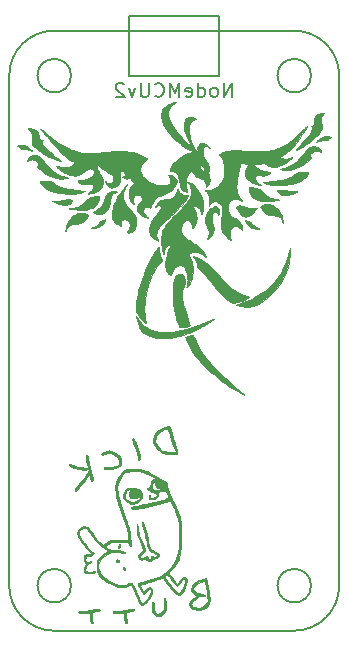
<source format=gbo>
G04 #@! TF.FileFunction,Legend,Bot*
%FSLAX46Y46*%
G04 Gerber Fmt 4.6, Leading zero omitted, Abs format (unit mm)*
G04 Created by KiCad (PCBNEW 4.0.5) date 04/16/17 14:29:44*
%MOMM*%
%LPD*%
G01*
G04 APERTURE LIST*
%ADD10C,0.100000*%
%ADD11C,0.150000*%
%ADD12C,0.010000*%
G04 APERTURE END LIST*
D10*
D11*
X29359903Y-21590000D02*
G75*
G03X29359903Y-21590000I-1419903J0D01*
G01*
X49679903Y-21590000D02*
G75*
G03X49679903Y-21590000I-1419903J0D01*
G01*
X29359903Y-64770000D02*
G75*
G03X29359903Y-64770000I-1419903J0D01*
G01*
X49679903Y-64770000D02*
G75*
G03X49679903Y-64770000I-1419903J0D01*
G01*
X52070000Y-64770000D02*
X52070000Y-21590000D01*
X27940000Y-68580000D02*
X48260000Y-68580000D01*
X24130000Y-21590000D02*
X24130000Y-64770000D01*
X48260000Y-17780000D02*
X27940000Y-17780000D01*
X27940000Y-68580000D02*
G75*
G02X24130000Y-64770000I0J3810000D01*
G01*
X52070000Y-64770000D02*
G75*
G02X48260000Y-68580000I-3810000J0D01*
G01*
X24130000Y-21590000D02*
G75*
G02X27940000Y-17780000I3810000J0D01*
G01*
X48260000Y-17780000D02*
G75*
G02X52070000Y-21590000I0J-3810000D01*
G01*
X34290000Y-16510000D02*
X34290000Y-19050000D01*
X41910000Y-16510000D02*
X34290000Y-16510000D01*
X41910000Y-19050000D02*
X41910000Y-16510000D01*
X34290000Y-21590000D02*
X34290000Y-19050000D01*
X41910000Y-21590000D02*
X34290000Y-21590000D01*
X41910000Y-19050000D02*
X41910000Y-21590000D01*
D12*
G36*
X34468790Y-66723916D02*
X34340605Y-66747785D01*
X33932191Y-66825869D01*
X33491738Y-66881133D01*
X33248600Y-66900078D01*
X33094238Y-66910412D01*
X32994865Y-66921245D01*
X32937801Y-66936041D01*
X32910369Y-66958266D01*
X32899888Y-66991385D01*
X32899269Y-66995536D01*
X32910183Y-67053029D01*
X32966433Y-67088490D01*
X33073869Y-67103215D01*
X33238340Y-67098504D01*
X33328526Y-67090780D01*
X33472529Y-67077630D01*
X33606268Y-67066938D01*
X33701921Y-67060918D01*
X33705365Y-67060773D01*
X33823462Y-67056000D01*
X33868203Y-67461305D01*
X33891811Y-67655561D01*
X33915064Y-67791913D01*
X33941598Y-67880076D01*
X33975051Y-67929761D01*
X34019058Y-67950680D01*
X34052458Y-67953466D01*
X34096776Y-67944143D01*
X34106876Y-67903395D01*
X34097248Y-67843400D01*
X34085967Y-67763323D01*
X34073700Y-67635695D01*
X34062218Y-67480642D01*
X34055910Y-67372724D01*
X34037211Y-67012115D01*
X34218639Y-66961225D01*
X34358711Y-66926449D01*
X34504396Y-66897006D01*
X34560934Y-66887959D01*
X34662857Y-66867647D01*
X34711512Y-66838760D01*
X34721800Y-66803596D01*
X34692355Y-66745258D01*
X34606685Y-66718503D01*
X34468790Y-66723916D01*
X34468790Y-66723916D01*
G37*
X34468790Y-66723916D02*
X34340605Y-66747785D01*
X33932191Y-66825869D01*
X33491738Y-66881133D01*
X33248600Y-66900078D01*
X33094238Y-66910412D01*
X32994865Y-66921245D01*
X32937801Y-66936041D01*
X32910369Y-66958266D01*
X32899888Y-66991385D01*
X32899269Y-66995536D01*
X32910183Y-67053029D01*
X32966433Y-67088490D01*
X33073869Y-67103215D01*
X33238340Y-67098504D01*
X33328526Y-67090780D01*
X33472529Y-67077630D01*
X33606268Y-67066938D01*
X33701921Y-67060918D01*
X33705365Y-67060773D01*
X33823462Y-67056000D01*
X33868203Y-67461305D01*
X33891811Y-67655561D01*
X33915064Y-67791913D01*
X33941598Y-67880076D01*
X33975051Y-67929761D01*
X34019058Y-67950680D01*
X34052458Y-67953466D01*
X34096776Y-67944143D01*
X34106876Y-67903395D01*
X34097248Y-67843400D01*
X34085967Y-67763323D01*
X34073700Y-67635695D01*
X34062218Y-67480642D01*
X34055910Y-67372724D01*
X34037211Y-67012115D01*
X34218639Y-66961225D01*
X34358711Y-66926449D01*
X34504396Y-66897006D01*
X34560934Y-66887959D01*
X34662857Y-66867647D01*
X34711512Y-66838760D01*
X34721800Y-66803596D01*
X34692355Y-66745258D01*
X34606685Y-66718503D01*
X34468790Y-66723916D01*
G36*
X31590262Y-66725164D02*
X31451623Y-66744337D01*
X31336716Y-66764214D01*
X31072854Y-66812793D01*
X30862789Y-66849031D01*
X30694046Y-66874573D01*
X30554147Y-66891064D01*
X30430618Y-66900150D01*
X30310980Y-66903475D01*
X30279669Y-66903600D01*
X30114361Y-66911115D01*
X30011115Y-66934735D01*
X29965827Y-66976069D01*
X29969450Y-67025338D01*
X30022813Y-67070569D01*
X30138854Y-67093966D01*
X30316090Y-67095402D01*
X30547235Y-67075435D01*
X30700059Y-67058458D01*
X30799891Y-67051479D01*
X30860848Y-67055314D01*
X30897046Y-67070779D01*
X30921421Y-67097072D01*
X30951146Y-67171561D01*
X30950454Y-67216887D01*
X30946695Y-67284185D01*
X30953202Y-67396711D01*
X30967370Y-67533192D01*
X30986597Y-67672357D01*
X31008280Y-67792934D01*
X31029818Y-67873650D01*
X31031256Y-67877266D01*
X31078402Y-67937227D01*
X31136672Y-67950987D01*
X31182514Y-67914217D01*
X31186239Y-67905745D01*
X31189474Y-67844044D01*
X31174434Y-67751294D01*
X31168431Y-67727945D01*
X31148182Y-67620039D01*
X31136153Y-67484139D01*
X31132196Y-67338270D01*
X31136164Y-67200456D01*
X31147911Y-67088723D01*
X31167290Y-67021096D01*
X31174267Y-67012348D01*
X31227986Y-66988416D01*
X31326400Y-66960513D01*
X31436734Y-66936930D01*
X31563388Y-66913674D01*
X31672654Y-66893597D01*
X31733067Y-66882483D01*
X31793011Y-66846425D01*
X31808219Y-66786984D01*
X31775490Y-66732352D01*
X31751583Y-66719377D01*
X31695779Y-66716246D01*
X31590262Y-66725164D01*
X31590262Y-66725164D01*
G37*
X31590262Y-66725164D02*
X31451623Y-66744337D01*
X31336716Y-66764214D01*
X31072854Y-66812793D01*
X30862789Y-66849031D01*
X30694046Y-66874573D01*
X30554147Y-66891064D01*
X30430618Y-66900150D01*
X30310980Y-66903475D01*
X30279669Y-66903600D01*
X30114361Y-66911115D01*
X30011115Y-66934735D01*
X29965827Y-66976069D01*
X29969450Y-67025338D01*
X30022813Y-67070569D01*
X30138854Y-67093966D01*
X30316090Y-67095402D01*
X30547235Y-67075435D01*
X30700059Y-67058458D01*
X30799891Y-67051479D01*
X30860848Y-67055314D01*
X30897046Y-67070779D01*
X30921421Y-67097072D01*
X30951146Y-67171561D01*
X30950454Y-67216887D01*
X30946695Y-67284185D01*
X30953202Y-67396711D01*
X30967370Y-67533192D01*
X30986597Y-67672357D01*
X31008280Y-67792934D01*
X31029818Y-67873650D01*
X31031256Y-67877266D01*
X31078402Y-67937227D01*
X31136672Y-67950987D01*
X31182514Y-67914217D01*
X31186239Y-67905745D01*
X31189474Y-67844044D01*
X31174434Y-67751294D01*
X31168431Y-67727945D01*
X31148182Y-67620039D01*
X31136153Y-67484139D01*
X31132196Y-67338270D01*
X31136164Y-67200456D01*
X31147911Y-67088723D01*
X31167290Y-67021096D01*
X31174267Y-67012348D01*
X31227986Y-66988416D01*
X31326400Y-66960513D01*
X31436734Y-66936930D01*
X31563388Y-66913674D01*
X31672654Y-66893597D01*
X31733067Y-66882483D01*
X31793011Y-66846425D01*
X31808219Y-66786984D01*
X31775490Y-66732352D01*
X31751583Y-66719377D01*
X31695779Y-66716246D01*
X31590262Y-66725164D01*
G36*
X37252503Y-65849483D02*
X37235212Y-65903097D01*
X37224953Y-66019376D01*
X37222036Y-66193589D01*
X37223275Y-66293340D01*
X37225085Y-66479299D01*
X37220821Y-66613905D01*
X37208810Y-66713390D01*
X37187375Y-66793993D01*
X37166157Y-66847221D01*
X37067634Y-67003705D01*
X36936282Y-67101061D01*
X36771281Y-67139855D01*
X36740318Y-67140666D01*
X36643474Y-67135545D01*
X36579230Y-67110290D01*
X36520434Y-67050068D01*
X36483080Y-67000118D01*
X36435640Y-66930406D01*
X36405793Y-66867856D01*
X36389486Y-66793857D01*
X36382662Y-66689796D01*
X36381268Y-66537062D01*
X36381267Y-66532758D01*
X36376039Y-66343802D01*
X36359570Y-66218346D01*
X36330688Y-66152908D01*
X36288218Y-66144006D01*
X36256766Y-66163485D01*
X36234342Y-66207124D01*
X36220040Y-66298643D01*
X36213012Y-66445591D01*
X36211934Y-66562449D01*
X36213083Y-66726139D01*
X36218804Y-66839871D01*
X36232511Y-66921409D01*
X36257615Y-66988521D01*
X36297528Y-67058969D01*
X36311603Y-67081368D01*
X36439878Y-67232541D01*
X36590961Y-67320321D01*
X36761597Y-67343836D01*
X36948537Y-67302214D01*
X37019035Y-67271198D01*
X37139850Y-67189350D01*
X37241558Y-67083089D01*
X37252657Y-67067237D01*
X37317244Y-66933392D01*
X37367863Y-66760793D01*
X37399540Y-66575909D01*
X37407299Y-66405208D01*
X37395537Y-66307024D01*
X37375886Y-66186393D01*
X37364946Y-66049938D01*
X37364208Y-66016598D01*
X37352839Y-65899275D01*
X37322638Y-65835416D01*
X37277293Y-65830540D01*
X37252503Y-65849483D01*
X37252503Y-65849483D01*
G37*
X37252503Y-65849483D02*
X37235212Y-65903097D01*
X37224953Y-66019376D01*
X37222036Y-66193589D01*
X37223275Y-66293340D01*
X37225085Y-66479299D01*
X37220821Y-66613905D01*
X37208810Y-66713390D01*
X37187375Y-66793993D01*
X37166157Y-66847221D01*
X37067634Y-67003705D01*
X36936282Y-67101061D01*
X36771281Y-67139855D01*
X36740318Y-67140666D01*
X36643474Y-67135545D01*
X36579230Y-67110290D01*
X36520434Y-67050068D01*
X36483080Y-67000118D01*
X36435640Y-66930406D01*
X36405793Y-66867856D01*
X36389486Y-66793857D01*
X36382662Y-66689796D01*
X36381268Y-66537062D01*
X36381267Y-66532758D01*
X36376039Y-66343802D01*
X36359570Y-66218346D01*
X36330688Y-66152908D01*
X36288218Y-66144006D01*
X36256766Y-66163485D01*
X36234342Y-66207124D01*
X36220040Y-66298643D01*
X36213012Y-66445591D01*
X36211934Y-66562449D01*
X36213083Y-66726139D01*
X36218804Y-66839871D01*
X36232511Y-66921409D01*
X36257615Y-66988521D01*
X36297528Y-67058969D01*
X36311603Y-67081368D01*
X36439878Y-67232541D01*
X36590961Y-67320321D01*
X36761597Y-67343836D01*
X36948537Y-67302214D01*
X37019035Y-67271198D01*
X37139850Y-67189350D01*
X37241558Y-67083089D01*
X37252657Y-67067237D01*
X37317244Y-66933392D01*
X37367863Y-66760793D01*
X37399540Y-66575909D01*
X37407299Y-66405208D01*
X37395537Y-66307024D01*
X37375886Y-66186393D01*
X37364946Y-66049938D01*
X37364208Y-66016598D01*
X37352839Y-65899275D01*
X37322638Y-65835416D01*
X37277293Y-65830540D01*
X37252503Y-65849483D01*
G36*
X40635735Y-64164647D02*
X40497416Y-64203614D01*
X40337973Y-64260145D01*
X40170492Y-64329863D01*
X40008059Y-64408390D01*
X39948723Y-64440559D01*
X39818232Y-64518608D01*
X39731190Y-64586259D01*
X39669207Y-64660754D01*
X39618523Y-64750123D01*
X39569233Y-64864359D01*
X39537435Y-64970338D01*
X39530867Y-65019874D01*
X39557972Y-65147209D01*
X39629033Y-65282348D01*
X39728669Y-65400432D01*
X39800511Y-65455685D01*
X39905291Y-65527191D01*
X39952612Y-65581679D01*
X39949782Y-65623816D01*
X39917186Y-65656033D01*
X39844517Y-65718783D01*
X39744994Y-65800790D01*
X39698748Y-65837958D01*
X39560201Y-65953512D01*
X39469100Y-66045961D01*
X39416425Y-66129602D01*
X39393153Y-66218735D01*
X39390236Y-66326903D01*
X39407152Y-66478828D01*
X39451287Y-66594051D01*
X39530386Y-66677728D01*
X39652196Y-66735019D01*
X39824460Y-66771083D01*
X40054924Y-66791079D01*
X40089667Y-66792772D01*
X40248171Y-66798628D01*
X40358465Y-66797103D01*
X40439922Y-66785326D01*
X40511917Y-66760425D01*
X40593822Y-66719527D01*
X40597667Y-66717470D01*
X40742054Y-66632502D01*
X40846629Y-66546941D01*
X40931331Y-66440162D01*
X41016100Y-66291538D01*
X41023733Y-66276734D01*
X41079359Y-66164848D01*
X41109356Y-66083687D01*
X41117841Y-66006651D01*
X41116278Y-65989199D01*
X40938437Y-65989199D01*
X40937730Y-66054767D01*
X40903284Y-66138044D01*
X40828774Y-66253713D01*
X40817843Y-66269068D01*
X40655042Y-66449889D01*
X40468601Y-66568877D01*
X40255455Y-66627053D01*
X40012537Y-66625438D01*
X39842197Y-66594027D01*
X39696027Y-66545747D01*
X39607991Y-66482031D01*
X39568858Y-66394505D01*
X39564734Y-66342320D01*
X39570985Y-66242667D01*
X39597452Y-66167098D01*
X39655712Y-66098535D01*
X39757336Y-66019895D01*
X39805883Y-65986427D01*
X39919550Y-65901690D01*
X40020153Y-65813675D01*
X40081038Y-65747357D01*
X40122743Y-65694076D01*
X40162501Y-65664538D01*
X40219219Y-65653929D01*
X40311805Y-65657437D01*
X40403437Y-65665300D01*
X40533918Y-65674708D01*
X40612252Y-65672814D01*
X40653359Y-65657800D01*
X40670401Y-65632781D01*
X40677529Y-65581609D01*
X40646703Y-65543956D01*
X40568409Y-65514325D01*
X40433133Y-65487222D01*
X40412652Y-65483884D01*
X40187284Y-65430158D01*
X39995096Y-65349449D01*
X39847375Y-65247828D01*
X39755408Y-65131367D01*
X39754715Y-65129957D01*
X39717421Y-65047385D01*
X39708512Y-64988781D01*
X39728638Y-64922815D01*
X39760411Y-64855354D01*
X39861273Y-64721771D01*
X40028981Y-64598547D01*
X40263436Y-64485748D01*
X40413705Y-64430557D01*
X40533454Y-64393366D01*
X40607236Y-64380519D01*
X40651596Y-64390282D01*
X40668642Y-64403835D01*
X40696303Y-64462117D01*
X40728285Y-64581848D01*
X40763470Y-64756964D01*
X40800740Y-64981399D01*
X40838974Y-65249089D01*
X40870444Y-65498133D01*
X40891161Y-65664883D01*
X40911025Y-65813838D01*
X40927708Y-65928180D01*
X40938437Y-65989199D01*
X41116278Y-65989199D01*
X41108927Y-65907144D01*
X41095252Y-65814533D01*
X41072603Y-65653884D01*
X41051727Y-65484900D01*
X41038932Y-65362666D01*
X41022612Y-65219425D01*
X41000956Y-65075823D01*
X40987916Y-65007066D01*
X40967477Y-64905122D01*
X40940350Y-64760805D01*
X40911077Y-64598539D01*
X40898066Y-64524150D01*
X40869378Y-64379388D01*
X40838680Y-64258737D01*
X40810523Y-64178676D01*
X40796664Y-64156911D01*
X40739847Y-64147620D01*
X40635735Y-64164647D01*
X40635735Y-64164647D01*
G37*
X40635735Y-64164647D02*
X40497416Y-64203614D01*
X40337973Y-64260145D01*
X40170492Y-64329863D01*
X40008059Y-64408390D01*
X39948723Y-64440559D01*
X39818232Y-64518608D01*
X39731190Y-64586259D01*
X39669207Y-64660754D01*
X39618523Y-64750123D01*
X39569233Y-64864359D01*
X39537435Y-64970338D01*
X39530867Y-65019874D01*
X39557972Y-65147209D01*
X39629033Y-65282348D01*
X39728669Y-65400432D01*
X39800511Y-65455685D01*
X39905291Y-65527191D01*
X39952612Y-65581679D01*
X39949782Y-65623816D01*
X39917186Y-65656033D01*
X39844517Y-65718783D01*
X39744994Y-65800790D01*
X39698748Y-65837958D01*
X39560201Y-65953512D01*
X39469100Y-66045961D01*
X39416425Y-66129602D01*
X39393153Y-66218735D01*
X39390236Y-66326903D01*
X39407152Y-66478828D01*
X39451287Y-66594051D01*
X39530386Y-66677728D01*
X39652196Y-66735019D01*
X39824460Y-66771083D01*
X40054924Y-66791079D01*
X40089667Y-66792772D01*
X40248171Y-66798628D01*
X40358465Y-66797103D01*
X40439922Y-66785326D01*
X40511917Y-66760425D01*
X40593822Y-66719527D01*
X40597667Y-66717470D01*
X40742054Y-66632502D01*
X40846629Y-66546941D01*
X40931331Y-66440162D01*
X41016100Y-66291538D01*
X41023733Y-66276734D01*
X41079359Y-66164848D01*
X41109356Y-66083687D01*
X41117841Y-66006651D01*
X41116278Y-65989199D01*
X40938437Y-65989199D01*
X40937730Y-66054767D01*
X40903284Y-66138044D01*
X40828774Y-66253713D01*
X40817843Y-66269068D01*
X40655042Y-66449889D01*
X40468601Y-66568877D01*
X40255455Y-66627053D01*
X40012537Y-66625438D01*
X39842197Y-66594027D01*
X39696027Y-66545747D01*
X39607991Y-66482031D01*
X39568858Y-66394505D01*
X39564734Y-66342320D01*
X39570985Y-66242667D01*
X39597452Y-66167098D01*
X39655712Y-66098535D01*
X39757336Y-66019895D01*
X39805883Y-65986427D01*
X39919550Y-65901690D01*
X40020153Y-65813675D01*
X40081038Y-65747357D01*
X40122743Y-65694076D01*
X40162501Y-65664538D01*
X40219219Y-65653929D01*
X40311805Y-65657437D01*
X40403437Y-65665300D01*
X40533918Y-65674708D01*
X40612252Y-65672814D01*
X40653359Y-65657800D01*
X40670401Y-65632781D01*
X40677529Y-65581609D01*
X40646703Y-65543956D01*
X40568409Y-65514325D01*
X40433133Y-65487222D01*
X40412652Y-65483884D01*
X40187284Y-65430158D01*
X39995096Y-65349449D01*
X39847375Y-65247828D01*
X39755408Y-65131367D01*
X39754715Y-65129957D01*
X39717421Y-65047385D01*
X39708512Y-64988781D01*
X39728638Y-64922815D01*
X39760411Y-64855354D01*
X39861273Y-64721771D01*
X40028981Y-64598547D01*
X40263436Y-64485748D01*
X40413705Y-64430557D01*
X40533454Y-64393366D01*
X40607236Y-64380519D01*
X40651596Y-64390282D01*
X40668642Y-64403835D01*
X40696303Y-64462117D01*
X40728285Y-64581848D01*
X40763470Y-64756964D01*
X40800740Y-64981399D01*
X40838974Y-65249089D01*
X40870444Y-65498133D01*
X40891161Y-65664883D01*
X40911025Y-65813838D01*
X40927708Y-65928180D01*
X40938437Y-65989199D01*
X41116278Y-65989199D01*
X41108927Y-65907144D01*
X41095252Y-65814533D01*
X41072603Y-65653884D01*
X41051727Y-65484900D01*
X41038932Y-65362666D01*
X41022612Y-65219425D01*
X41000956Y-65075823D01*
X40987916Y-65007066D01*
X40967477Y-64905122D01*
X40940350Y-64760805D01*
X40911077Y-64598539D01*
X40898066Y-64524150D01*
X40869378Y-64379388D01*
X40838680Y-64258737D01*
X40810523Y-64178676D01*
X40796664Y-64156911D01*
X40739847Y-64147620D01*
X40635735Y-64164647D01*
G36*
X34378374Y-54892292D02*
X34132278Y-54924831D01*
X33929658Y-54982725D01*
X33760060Y-55068130D01*
X33750526Y-55074294D01*
X33663080Y-55155258D01*
X33561923Y-55286760D01*
X33454761Y-55455082D01*
X33349299Y-55646504D01*
X33253245Y-55847308D01*
X33174305Y-56043774D01*
X33132455Y-56174610D01*
X33106572Y-56350880D01*
X33109908Y-56580202D01*
X33141586Y-56854946D01*
X33200731Y-57167484D01*
X33285195Y-57505599D01*
X33325943Y-57645102D01*
X33382932Y-57829833D01*
X33452140Y-58047673D01*
X33529542Y-58286504D01*
X33611116Y-58534206D01*
X33692839Y-58778661D01*
X33770687Y-59007750D01*
X33840639Y-59209354D01*
X33898671Y-59371355D01*
X33940759Y-59481633D01*
X33942879Y-59486800D01*
X34095041Y-59928942D01*
X34184293Y-60364325D01*
X34202355Y-60540216D01*
X34210528Y-60691511D01*
X34208217Y-60787864D01*
X34194484Y-60841388D01*
X34177652Y-60859810D01*
X34131057Y-60868627D01*
X34027783Y-60876740D01*
X33878884Y-60883655D01*
X33695416Y-60888877D01*
X33488433Y-60891913D01*
X33453263Y-60892166D01*
X33169708Y-60896308D01*
X32940900Y-60904769D01*
X32770807Y-60917322D01*
X32663401Y-60933740D01*
X32646980Y-60938365D01*
X32558286Y-60979372D01*
X32440311Y-61049383D01*
X32316175Y-61134486D01*
X32296054Y-61149505D01*
X32072617Y-61318625D01*
X31891884Y-61194150D01*
X31763992Y-61101238D01*
X31662799Y-61012929D01*
X31571813Y-60911671D01*
X31474540Y-60779912D01*
X31402867Y-60673736D01*
X31236650Y-60422887D01*
X31103198Y-60222774D01*
X30997894Y-60067650D01*
X30916122Y-59951768D01*
X30853264Y-59869380D01*
X30804704Y-59814740D01*
X30765824Y-59782100D01*
X30732007Y-59765713D01*
X30698637Y-59759832D01*
X30667861Y-59758810D01*
X30577736Y-59743653D01*
X30511660Y-59720556D01*
X30448635Y-59703428D01*
X30378711Y-59716788D01*
X30281467Y-59762957D01*
X30122455Y-59854251D01*
X30016335Y-59935447D01*
X29952855Y-60020952D01*
X29921763Y-60125175D01*
X29912808Y-60262526D01*
X29912734Y-60281183D01*
X29928160Y-60444296D01*
X29979474Y-60612879D01*
X30012924Y-60691386D01*
X30083352Y-60820923D01*
X30190223Y-60985537D01*
X30323037Y-61171482D01*
X30471290Y-61365010D01*
X30624481Y-61552374D01*
X30772107Y-61719827D01*
X30893425Y-61843951D01*
X30987720Y-61937386D01*
X31037543Y-61999012D01*
X31050284Y-62040590D01*
X31035980Y-62070796D01*
X30990603Y-62100497D01*
X30910537Y-62110181D01*
X30800356Y-62104238D01*
X30678867Y-62098206D01*
X30598775Y-62110394D01*
X30535133Y-62145396D01*
X30522334Y-62155415D01*
X30478147Y-62197442D01*
X30453380Y-62246242D01*
X30443244Y-62320908D01*
X30442948Y-62440533D01*
X30443594Y-62469285D01*
X30452406Y-62617877D01*
X30473424Y-62720272D01*
X30511474Y-62797600D01*
X30522021Y-62812552D01*
X30594521Y-62910614D01*
X30519826Y-63064914D01*
X30476294Y-63186544D01*
X30449791Y-63324560D01*
X30441744Y-63458233D01*
X30453584Y-63566832D01*
X30481227Y-63624840D01*
X30537174Y-63657562D01*
X30631700Y-63693233D01*
X30683328Y-63708229D01*
X30813270Y-63727553D01*
X30960769Y-63726885D01*
X31110695Y-63709344D01*
X31247920Y-63678050D01*
X31357314Y-63636125D01*
X31423748Y-63586689D01*
X31436734Y-63552841D01*
X31409313Y-63514127D01*
X31339682Y-63507451D01*
X31267401Y-63526706D01*
X31122074Y-63569423D01*
X30966866Y-63589981D01*
X30817901Y-63589232D01*
X30691305Y-63568030D01*
X30603202Y-63527227D01*
X30573994Y-63490030D01*
X30572944Y-63430234D01*
X30590425Y-63331355D01*
X30620246Y-63217368D01*
X30656215Y-63112250D01*
X30689030Y-63044572D01*
X30734209Y-63001735D01*
X30818412Y-62941286D01*
X30898484Y-62891262D01*
X30995222Y-62829309D01*
X31065190Y-62774858D01*
X31089904Y-62745556D01*
X31077579Y-62712165D01*
X31018160Y-62706850D01*
X30925735Y-62728629D01*
X30841776Y-62762846D01*
X30761313Y-62798207D01*
X30714941Y-62800952D01*
X30675946Y-62768306D01*
X30655441Y-62743496D01*
X30587884Y-62615898D01*
X30566841Y-62472601D01*
X30595791Y-62342947D01*
X30625127Y-62291545D01*
X30663308Y-62262333D01*
X30728740Y-62248574D01*
X30839831Y-62243535D01*
X30869004Y-62242983D01*
X31046759Y-62225158D01*
X31175601Y-62181990D01*
X31251560Y-62118467D01*
X31270664Y-62039571D01*
X31228942Y-61950288D01*
X31157334Y-61881056D01*
X30977720Y-61733158D01*
X30837241Y-61601868D01*
X30744620Y-61495456D01*
X30733463Y-61479214D01*
X30686672Y-61414222D01*
X30609139Y-61313760D01*
X30513672Y-61194238D01*
X30456247Y-61124003D01*
X30268810Y-60874034D01*
X30137738Y-60647539D01*
X30064433Y-60447286D01*
X30048201Y-60318198D01*
X30060763Y-60160778D01*
X30104544Y-60049874D01*
X30188685Y-59967967D01*
X30249777Y-59931876D01*
X30414740Y-59871780D01*
X30565164Y-59867204D01*
X30689607Y-59918359D01*
X30696535Y-59923626D01*
X30740613Y-59971208D01*
X30814625Y-60065368D01*
X30911218Y-60196135D01*
X31023037Y-60353542D01*
X31142729Y-60527620D01*
X31149836Y-60538133D01*
X31285974Y-60737623D01*
X31394974Y-60890922D01*
X31486057Y-61008989D01*
X31568441Y-61102783D01*
X31651347Y-61183261D01*
X31743994Y-61261381D01*
X31786721Y-61295106D01*
X31938773Y-61413320D01*
X32050541Y-61499152D01*
X32135008Y-61562063D01*
X32205155Y-61611513D01*
X32273961Y-61656963D01*
X32344848Y-61701877D01*
X32425821Y-61761320D01*
X32473087Y-61813045D01*
X32478618Y-61833990D01*
X32444432Y-61868738D01*
X32365880Y-61922578D01*
X32259253Y-61984457D01*
X32247837Y-61990574D01*
X32091909Y-62091304D01*
X31933442Y-62224058D01*
X31786451Y-62373989D01*
X31664948Y-62526254D01*
X31582948Y-62666008D01*
X31564560Y-62714377D01*
X31539198Y-62841865D01*
X31525579Y-63004290D01*
X31523287Y-63181607D01*
X31531902Y-63353775D01*
X31551007Y-63500748D01*
X31580183Y-63602484D01*
X31583223Y-63608612D01*
X31656385Y-63734293D01*
X31747898Y-63871781D01*
X31845993Y-64005402D01*
X31938896Y-64119482D01*
X32014837Y-64198349D01*
X32041692Y-64219024D01*
X32127801Y-64280071D01*
X32221211Y-64357001D01*
X32232600Y-64367283D01*
X32313477Y-64424349D01*
X32444673Y-64497456D01*
X32612615Y-64580171D01*
X32803726Y-64666064D01*
X33004431Y-64748702D01*
X33163934Y-64808557D01*
X33293613Y-64844264D01*
X33456334Y-64874614D01*
X33617415Y-64893170D01*
X33621134Y-64893428D01*
X33764243Y-64900690D01*
X33867896Y-64895835D01*
X33959980Y-64874035D01*
X34068377Y-64830462D01*
X34119924Y-64807063D01*
X34252480Y-64746549D01*
X34348513Y-64711204D01*
X34418976Y-64707188D01*
X34474824Y-64740663D01*
X34527011Y-64817789D01*
X34586491Y-64944727D01*
X34656164Y-65108666D01*
X34709627Y-65231436D01*
X34755607Y-65331028D01*
X34785977Y-65390000D01*
X34790318Y-65396533D01*
X34813051Y-65440991D01*
X34853068Y-65533622D01*
X34903935Y-65659153D01*
X34940143Y-65752133D01*
X34996162Y-65898120D01*
X35046297Y-66028544D01*
X35083480Y-66125030D01*
X35096565Y-66158815D01*
X35140730Y-66219466D01*
X35220891Y-66293006D01*
X35315546Y-66363216D01*
X35403192Y-66413879D01*
X35455408Y-66429466D01*
X35492033Y-66406567D01*
X35562114Y-66345442D01*
X35652966Y-66257451D01*
X35691777Y-66217799D01*
X35809601Y-66083291D01*
X35935124Y-65920511D01*
X36044264Y-65761002D01*
X36060234Y-65735199D01*
X36145838Y-65586143D01*
X36198916Y-65469674D01*
X36227757Y-65364325D01*
X36239080Y-65271893D01*
X36243989Y-65156542D01*
X36232527Y-65083055D01*
X36198166Y-65026278D01*
X36166573Y-64992493D01*
X36064578Y-64917971D01*
X35964183Y-64905072D01*
X35859001Y-64955023D01*
X35742644Y-65069048D01*
X35737800Y-65074799D01*
X35656431Y-65162223D01*
X35584023Y-65223230D01*
X35539914Y-65243714D01*
X35480069Y-65211506D01*
X35407486Y-65119579D01*
X35326305Y-64973812D01*
X35280967Y-64876186D01*
X35243282Y-64786053D01*
X35233345Y-64736015D01*
X35251067Y-64704415D01*
X35280180Y-64681452D01*
X35351389Y-64643854D01*
X35393386Y-64634533D01*
X35449328Y-64624163D01*
X35557946Y-64595477D01*
X35707837Y-64552105D01*
X35887597Y-64497679D01*
X36085824Y-64435832D01*
X36291116Y-64370195D01*
X36492070Y-64304401D01*
X36677282Y-64242082D01*
X36835351Y-64186868D01*
X36954873Y-64142394D01*
X37008211Y-64120184D01*
X37069372Y-64098273D01*
X37115502Y-64108186D01*
X37169797Y-64158947D01*
X37201140Y-64195236D01*
X37276728Y-64290723D01*
X37364993Y-64411061D01*
X37420213Y-64490854D01*
X37488918Y-64588216D01*
X37547594Y-64662534D01*
X37579095Y-64694054D01*
X37614477Y-64730034D01*
X37680232Y-64808343D01*
X37766454Y-64916858D01*
X37848598Y-65023999D01*
X38019865Y-65235143D01*
X38175073Y-65394569D01*
X38310670Y-65499167D01*
X38423101Y-65545829D01*
X38447739Y-65548085D01*
X38575481Y-65517164D01*
X38701569Y-65427724D01*
X38816183Y-65288482D01*
X38888776Y-65156462D01*
X38938532Y-65042972D01*
X38974401Y-64951891D01*
X38988965Y-64902128D01*
X38989000Y-64901070D01*
X39003284Y-64852433D01*
X39040064Y-64765927D01*
X39074259Y-64694757D01*
X39137912Y-64529686D01*
X39167635Y-64365735D01*
X39163715Y-64255356D01*
X39047641Y-64255356D01*
X39041184Y-64374399D01*
X38987239Y-64541462D01*
X38959848Y-64605330D01*
X38893269Y-64759242D01*
X38823583Y-64929283D01*
X38782048Y-65036082D01*
X38706213Y-65195618D01*
X38615998Y-65318649D01*
X38520957Y-65394314D01*
X38450092Y-65413466D01*
X38401934Y-65389925D01*
X38322487Y-65326816D01*
X38225214Y-65235412D01*
X38173290Y-65181756D01*
X38069974Y-65067891D01*
X37950699Y-64930678D01*
X37825243Y-64782040D01*
X37703384Y-64633898D01*
X37594902Y-64498173D01*
X37509575Y-64386788D01*
X37457183Y-64311665D01*
X37451116Y-64301313D01*
X37408818Y-64237272D01*
X37347132Y-64156737D01*
X37341049Y-64149334D01*
X37281615Y-64069711D01*
X37268463Y-64012448D01*
X37301478Y-63950562D01*
X37339985Y-63903948D01*
X37424341Y-63839878D01*
X37510380Y-63842819D01*
X37599151Y-63913008D01*
X37643991Y-63972061D01*
X37718935Y-64075630D01*
X37823841Y-64211136D01*
X37943605Y-64359948D01*
X38063128Y-64503435D01*
X38167306Y-64622967D01*
X38202898Y-64661593D01*
X38314263Y-64779368D01*
X38391348Y-64706951D01*
X38455721Y-64655818D01*
X38502292Y-64634533D01*
X38502311Y-64634533D01*
X38537520Y-64606865D01*
X38581549Y-64538476D01*
X38590832Y-64519945D01*
X38654548Y-64410720D01*
X38735244Y-64305141D01*
X38818601Y-64218944D01*
X38890302Y-64167862D01*
X38918002Y-64160399D01*
X39006588Y-64184100D01*
X39047641Y-64255356D01*
X39163715Y-64255356D01*
X39162466Y-64220187D01*
X39121445Y-64110327D01*
X39107721Y-64092893D01*
X39045366Y-64042973D01*
X38967086Y-64030445D01*
X38909209Y-64035802D01*
X38771802Y-64081804D01*
X38649590Y-64183697D01*
X38537493Y-64346337D01*
X38491612Y-64435169D01*
X38439796Y-64536755D01*
X38397396Y-64608472D01*
X38374598Y-64634088D01*
X38342971Y-64609383D01*
X38278929Y-64542000D01*
X38191552Y-64442793D01*
X38089919Y-64322619D01*
X37983109Y-64192333D01*
X37880203Y-64062791D01*
X37790281Y-63944849D01*
X37740994Y-63876543D01*
X37673639Y-63770097D01*
X37632954Y-63685446D01*
X37626414Y-63638200D01*
X37626678Y-63637752D01*
X37661318Y-63598640D01*
X37733805Y-63526627D01*
X37831554Y-63434029D01*
X37888334Y-63381699D01*
X38054760Y-63211908D01*
X38188426Y-63039955D01*
X38237248Y-62960091D01*
X38301920Y-62843592D01*
X38360563Y-62741574D01*
X38397600Y-62680709D01*
X38474711Y-62523071D01*
X38534371Y-62321105D01*
X38569945Y-62097351D01*
X38570207Y-62094533D01*
X38590392Y-61942698D01*
X38622672Y-61767310D01*
X38654991Y-61626847D01*
X38675977Y-61537670D01*
X38691856Y-61445256D01*
X38703248Y-61338848D01*
X38710770Y-61207686D01*
X38715042Y-61041012D01*
X38716681Y-60828067D01*
X38716313Y-60560047D01*
X38715543Y-60470648D01*
X38549657Y-60470648D01*
X38548065Y-60717278D01*
X38543731Y-60953136D01*
X38536727Y-61166809D01*
X38527125Y-61346882D01*
X38514999Y-61481941D01*
X38500629Y-61559949D01*
X38470083Y-61677848D01*
X38443805Y-61823141D01*
X38432842Y-61911588D01*
X38374312Y-62216399D01*
X38261166Y-62526656D01*
X38102396Y-62824529D01*
X37906997Y-63092188D01*
X37759782Y-63245999D01*
X37622261Y-63373468D01*
X37463095Y-63521262D01*
X37310158Y-63663493D01*
X37264249Y-63706247D01*
X37162226Y-63800107D01*
X37079690Y-63869463D01*
X37001517Y-63922471D01*
X36912581Y-63967287D01*
X36797758Y-64012067D01*
X36641924Y-64064966D01*
X36533034Y-64100549D01*
X36174437Y-64215983D01*
X35875379Y-64309260D01*
X35631809Y-64381553D01*
X35439678Y-64434036D01*
X35294934Y-64467881D01*
X35219361Y-64481151D01*
X35120893Y-64502712D01*
X35054166Y-64531975D01*
X35039781Y-64547434D01*
X35041245Y-64613593D01*
X35072859Y-64719602D01*
X35127412Y-64851950D01*
X35197697Y-64997126D01*
X35276503Y-65141620D01*
X35356622Y-65271920D01*
X35430845Y-65374517D01*
X35491962Y-65435899D01*
X35519956Y-65447333D01*
X35568211Y-65423774D01*
X35645062Y-65361612D01*
X35734963Y-65273617D01*
X35746687Y-65261066D01*
X35873256Y-65140719D01*
X35974814Y-65081711D01*
X36053540Y-65083344D01*
X36111221Y-65144191D01*
X36128513Y-65226007D01*
X36106130Y-65339466D01*
X36042060Y-65490955D01*
X35947083Y-65665104D01*
X35875220Y-65774904D01*
X35783597Y-65896367D01*
X35683078Y-66017261D01*
X35584524Y-66125352D01*
X35498798Y-66208407D01*
X35436762Y-66254195D01*
X35419379Y-66259380D01*
X35367185Y-66239474D01*
X35307707Y-66200113D01*
X35259527Y-66139767D01*
X35203252Y-66036399D01*
X35150628Y-65911751D01*
X35148009Y-65904533D01*
X35105385Y-65795011D01*
X35040511Y-65639653D01*
X34960045Y-65453879D01*
X34870644Y-65253106D01*
X34797019Y-65091733D01*
X34696364Y-64874754D01*
X34616798Y-64713428D01*
X34550331Y-64602237D01*
X34488973Y-64535662D01*
X34424733Y-64508182D01*
X34349621Y-64514279D01*
X34255647Y-64548434D01*
X34134821Y-64605126D01*
X34109938Y-64617137D01*
X33979222Y-64677717D01*
X33883671Y-64712006D01*
X33798516Y-64725271D01*
X33698988Y-64722776D01*
X33638067Y-64717453D01*
X33437199Y-64682882D01*
X33204921Y-64618526D01*
X32961592Y-64532230D01*
X32727573Y-64431839D01*
X32523222Y-64325198D01*
X32388719Y-64236013D01*
X32281340Y-64157532D01*
X32170300Y-64082899D01*
X32152123Y-64071514D01*
X32036597Y-63971748D01*
X31922196Y-63823552D01*
X31819219Y-63645603D01*
X31737961Y-63456582D01*
X31688721Y-63275167D01*
X31680949Y-63216835D01*
X31686914Y-62964088D01*
X31752899Y-62733661D01*
X31880377Y-62523387D01*
X32070822Y-62331100D01*
X32325707Y-62154630D01*
X32449716Y-62086066D01*
X32590958Y-62013705D01*
X32694753Y-61967136D01*
X32783631Y-61940675D01*
X32880122Y-61928639D01*
X33006756Y-61925344D01*
X33087435Y-61925200D01*
X33306637Y-61932486D01*
X33487626Y-61956794D01*
X33647142Y-61998142D01*
X33796825Y-62037613D01*
X33890786Y-62042950D01*
X33932117Y-62013616D01*
X33924252Y-61949962D01*
X33869422Y-61892784D01*
X33757952Y-61842108D01*
X33600826Y-61800591D01*
X33409030Y-61770888D01*
X33193546Y-61755658D01*
X33115025Y-61754239D01*
X32934972Y-61751117D01*
X32806709Y-61742162D01*
X32714394Y-61725239D01*
X32642186Y-61698214D01*
X32622067Y-61687812D01*
X32511467Y-61629345D01*
X32402852Y-61574819D01*
X32395783Y-61571419D01*
X32305390Y-61520376D01*
X32269519Y-61471760D01*
X32288588Y-61413535D01*
X32363015Y-61333668D01*
X32405373Y-61295602D01*
X32521075Y-61206696D01*
X32645660Y-61140171D01*
X32789753Y-61093914D01*
X32963974Y-61065813D01*
X33178946Y-61053755D01*
X33445291Y-61055628D01*
X33587267Y-61060557D01*
X33775646Y-61069124D01*
X33942936Y-61078316D01*
X34076173Y-61087299D01*
X34162391Y-61095236D01*
X34186047Y-61099118D01*
X34231627Y-61140942D01*
X34263879Y-61219746D01*
X34264775Y-61224001D01*
X34291779Y-61345293D01*
X34316821Y-61413971D01*
X34347842Y-61444427D01*
X34390079Y-61451066D01*
X34428702Y-61446208D01*
X34446079Y-61421052D01*
X34445650Y-61359723D01*
X34432290Y-61256333D01*
X34416894Y-61118055D01*
X34404441Y-60950750D01*
X34398186Y-60807600D01*
X34384820Y-60512555D01*
X34357288Y-60260060D01*
X34310676Y-60025567D01*
X34240069Y-59784527D01*
X34140553Y-59512392D01*
X34137165Y-59503733D01*
X34084255Y-59362883D01*
X34017491Y-59176170D01*
X33940668Y-58955067D01*
X33857581Y-58711048D01*
X33772027Y-58455586D01*
X33687802Y-58200152D01*
X33608701Y-57956220D01*
X33538519Y-57735264D01*
X33481054Y-57548755D01*
X33440101Y-57408167D01*
X33425655Y-57353199D01*
X33364205Y-57086409D01*
X33322191Y-56867502D01*
X33297147Y-56680267D01*
X33286602Y-56508494D01*
X33285912Y-56435299D01*
X33290386Y-56295577D01*
X33306725Y-56184165D01*
X33341683Y-56073338D01*
X33402014Y-55935371D01*
X33413791Y-55910365D01*
X33493400Y-55752312D01*
X33584942Y-55585532D01*
X33669821Y-55443780D01*
X33677073Y-55432516D01*
X33756255Y-55321286D01*
X33837746Y-55236211D01*
X33931856Y-55173897D01*
X34048896Y-55130952D01*
X34199177Y-55103984D01*
X34393008Y-55089600D01*
X34640702Y-55084407D01*
X34735912Y-55084133D01*
X34944759Y-55084758D01*
X35099423Y-55087683D01*
X35213447Y-55094482D01*
X35300379Y-55106730D01*
X35373762Y-55126001D01*
X35447143Y-55153870D01*
X35488175Y-55171568D01*
X35779471Y-55300827D01*
X36011183Y-55406282D01*
X36186540Y-55489472D01*
X36308770Y-55551934D01*
X36381103Y-55595210D01*
X36388685Y-55600781D01*
X36465934Y-55660230D01*
X36359184Y-55753181D01*
X36254560Y-55863507D01*
X36164260Y-55993108D01*
X36100744Y-56121087D01*
X36076470Y-56226549D01*
X36076467Y-56227391D01*
X36051173Y-56349831D01*
X35982923Y-56436035D01*
X35883168Y-56472311D01*
X35871347Y-56472666D01*
X35793469Y-56486850D01*
X35773877Y-56524274D01*
X35810596Y-56577244D01*
X35901654Y-56638067D01*
X35915600Y-56645257D01*
X36014473Y-56699205D01*
X36094020Y-56749866D01*
X36114077Y-56765453D01*
X36174199Y-56803068D01*
X36273922Y-56851387D01*
X36364890Y-56889305D01*
X36504313Y-56950637D01*
X36582508Y-57006995D01*
X36604696Y-57066535D01*
X36576098Y-57137414D01*
X36547955Y-57175300D01*
X36435178Y-57266866D01*
X36302010Y-57314795D01*
X36179524Y-57336926D01*
X36109700Y-57327943D01*
X36082491Y-57282334D01*
X36087438Y-57197115D01*
X36086752Y-57103914D01*
X36056010Y-57060408D01*
X36009852Y-57065395D01*
X35962917Y-57117677D01*
X35930964Y-57209940D01*
X35931312Y-57334877D01*
X35985096Y-57420770D01*
X36088979Y-57465520D01*
X36239627Y-57467030D01*
X36318428Y-57453761D01*
X36451380Y-57417033D01*
X36547575Y-57364116D01*
X36637588Y-57278438D01*
X36710710Y-57188427D01*
X36743877Y-57114095D01*
X36748608Y-57027092D01*
X36747358Y-57008271D01*
X36736867Y-56871218D01*
X36973934Y-56792060D01*
X37101181Y-56752626D01*
X37211682Y-56723760D01*
X37282558Y-56711402D01*
X37284894Y-56711318D01*
X37357173Y-56736616D01*
X37430962Y-56818333D01*
X37509307Y-56960537D01*
X37561258Y-57080252D01*
X37601958Y-57190269D01*
X37614310Y-57257266D01*
X37600671Y-57298596D01*
X37592197Y-57308250D01*
X37543312Y-57337425D01*
X37445889Y-57381625D01*
X37315533Y-57434112D01*
X37210393Y-57473126D01*
X37035509Y-57533563D01*
X36872025Y-57584311D01*
X36701873Y-57630118D01*
X36506984Y-57675730D01*
X36269291Y-57725894D01*
X36178067Y-57744318D01*
X35960655Y-57789050D01*
X35724126Y-57839659D01*
X35489374Y-57891521D01*
X35277294Y-57940014D01*
X35108780Y-57980514D01*
X35095685Y-57983806D01*
X34947124Y-58011647D01*
X34783808Y-58028369D01*
X34717104Y-58030533D01*
X34577033Y-58039757D01*
X34489526Y-58069390D01*
X34466115Y-58087857D01*
X34429944Y-58132594D01*
X34441244Y-58168241D01*
X34484381Y-58206390D01*
X34584495Y-58250027D01*
X34738335Y-58266939D01*
X34937426Y-58257216D01*
X35173294Y-58220948D01*
X35280600Y-58197979D01*
X35437559Y-58162407D01*
X35589142Y-58129119D01*
X35709368Y-58103790D01*
X35737800Y-58098132D01*
X36067865Y-58028682D01*
X36421589Y-57944775D01*
X36773811Y-57852862D01*
X37099371Y-57759391D01*
X37273944Y-57704421D01*
X37441655Y-57651722D01*
X37586525Y-57610742D01*
X37696528Y-57584534D01*
X37759634Y-57576151D01*
X37769281Y-57578703D01*
X37794994Y-57622294D01*
X37837859Y-57709753D01*
X37888792Y-57822504D01*
X37890892Y-57827333D01*
X37946829Y-57951000D01*
X37999958Y-58059942D01*
X38037158Y-58127800D01*
X38079629Y-58209017D01*
X38127097Y-58319199D01*
X38144407Y-58364867D01*
X38180379Y-58462161D01*
X38233037Y-58601718D01*
X38294478Y-58762688D01*
X38340729Y-58882756D01*
X38402661Y-59056389D01*
X38457687Y-59235139D01*
X38498410Y-59393703D01*
X38513922Y-59475423D01*
X38527137Y-59604697D01*
X38537245Y-59780271D01*
X38544319Y-59990731D01*
X38548432Y-60224661D01*
X38549657Y-60470648D01*
X38715543Y-60470648D01*
X38713382Y-60219977D01*
X38706842Y-59937541D01*
X38695750Y-59702692D01*
X38679164Y-59505382D01*
X38656142Y-59335565D01*
X38625740Y-59183194D01*
X38587017Y-59038222D01*
X38567749Y-58976202D01*
X38502720Y-58787934D01*
X38421445Y-58572889D01*
X38332238Y-58351419D01*
X38243414Y-58143873D01*
X38163285Y-57970603D01*
X38130349Y-57905573D01*
X38069822Y-57783439D01*
X38002017Y-57635309D01*
X37955188Y-57525835D01*
X37903150Y-57404330D01*
X37854490Y-57299579D01*
X37821859Y-57237968D01*
X37789535Y-57170763D01*
X37746814Y-57061833D01*
X37702756Y-56934329D01*
X37701317Y-56929866D01*
X37656084Y-56796853D01*
X37610896Y-56676464D01*
X37575709Y-56595135D01*
X37574268Y-56591196D01*
X37037291Y-56591196D01*
X37019836Y-56611364D01*
X36947462Y-56639161D01*
X36906201Y-56652314D01*
X36715165Y-56697662D01*
X36553858Y-56700822D01*
X36399116Y-56661917D01*
X36381644Y-56655132D01*
X36275523Y-56595450D01*
X36229247Y-56522812D01*
X36228558Y-56519665D01*
X36207689Y-56418511D01*
X36194341Y-56354076D01*
X36198787Y-56265064D01*
X36235039Y-56154421D01*
X36292607Y-56040675D01*
X36360999Y-55942356D01*
X36429723Y-55877993D01*
X36472349Y-55863066D01*
X36499347Y-55878558D01*
X36506247Y-55934115D01*
X36497210Y-56027831D01*
X36500355Y-56202147D01*
X36553274Y-56351263D01*
X36648253Y-56464295D01*
X36777576Y-56530357D01*
X36862185Y-56542780D01*
X36957625Y-56557018D01*
X37007801Y-56572386D01*
X37037291Y-56591196D01*
X37574268Y-56591196D01*
X37543089Y-56506011D01*
X37512775Y-56382896D01*
X37498595Y-56301408D01*
X37456654Y-56124685D01*
X37380978Y-55985982D01*
X37262502Y-55876174D01*
X37092158Y-55786134D01*
X36928002Y-55727061D01*
X36835699Y-55690302D01*
X36774754Y-55651802D01*
X36764094Y-55637841D01*
X36724244Y-55597396D01*
X36632774Y-55535020D01*
X36499987Y-55456232D01*
X36336185Y-55366553D01*
X36151669Y-55271501D01*
X35956742Y-55176597D01*
X35761705Y-55087360D01*
X35636200Y-55033533D01*
X35487106Y-54976110D01*
X35348857Y-54935184D01*
X35204381Y-54908068D01*
X35036605Y-54892080D01*
X34828458Y-54884536D01*
X34678399Y-54882952D01*
X34378374Y-54892292D01*
X34378374Y-54892292D01*
G37*
X34378374Y-54892292D02*
X34132278Y-54924831D01*
X33929658Y-54982725D01*
X33760060Y-55068130D01*
X33750526Y-55074294D01*
X33663080Y-55155258D01*
X33561923Y-55286760D01*
X33454761Y-55455082D01*
X33349299Y-55646504D01*
X33253245Y-55847308D01*
X33174305Y-56043774D01*
X33132455Y-56174610D01*
X33106572Y-56350880D01*
X33109908Y-56580202D01*
X33141586Y-56854946D01*
X33200731Y-57167484D01*
X33285195Y-57505599D01*
X33325943Y-57645102D01*
X33382932Y-57829833D01*
X33452140Y-58047673D01*
X33529542Y-58286504D01*
X33611116Y-58534206D01*
X33692839Y-58778661D01*
X33770687Y-59007750D01*
X33840639Y-59209354D01*
X33898671Y-59371355D01*
X33940759Y-59481633D01*
X33942879Y-59486800D01*
X34095041Y-59928942D01*
X34184293Y-60364325D01*
X34202355Y-60540216D01*
X34210528Y-60691511D01*
X34208217Y-60787864D01*
X34194484Y-60841388D01*
X34177652Y-60859810D01*
X34131057Y-60868627D01*
X34027783Y-60876740D01*
X33878884Y-60883655D01*
X33695416Y-60888877D01*
X33488433Y-60891913D01*
X33453263Y-60892166D01*
X33169708Y-60896308D01*
X32940900Y-60904769D01*
X32770807Y-60917322D01*
X32663401Y-60933740D01*
X32646980Y-60938365D01*
X32558286Y-60979372D01*
X32440311Y-61049383D01*
X32316175Y-61134486D01*
X32296054Y-61149505D01*
X32072617Y-61318625D01*
X31891884Y-61194150D01*
X31763992Y-61101238D01*
X31662799Y-61012929D01*
X31571813Y-60911671D01*
X31474540Y-60779912D01*
X31402867Y-60673736D01*
X31236650Y-60422887D01*
X31103198Y-60222774D01*
X30997894Y-60067650D01*
X30916122Y-59951768D01*
X30853264Y-59869380D01*
X30804704Y-59814740D01*
X30765824Y-59782100D01*
X30732007Y-59765713D01*
X30698637Y-59759832D01*
X30667861Y-59758810D01*
X30577736Y-59743653D01*
X30511660Y-59720556D01*
X30448635Y-59703428D01*
X30378711Y-59716788D01*
X30281467Y-59762957D01*
X30122455Y-59854251D01*
X30016335Y-59935447D01*
X29952855Y-60020952D01*
X29921763Y-60125175D01*
X29912808Y-60262526D01*
X29912734Y-60281183D01*
X29928160Y-60444296D01*
X29979474Y-60612879D01*
X30012924Y-60691386D01*
X30083352Y-60820923D01*
X30190223Y-60985537D01*
X30323037Y-61171482D01*
X30471290Y-61365010D01*
X30624481Y-61552374D01*
X30772107Y-61719827D01*
X30893425Y-61843951D01*
X30987720Y-61937386D01*
X31037543Y-61999012D01*
X31050284Y-62040590D01*
X31035980Y-62070796D01*
X30990603Y-62100497D01*
X30910537Y-62110181D01*
X30800356Y-62104238D01*
X30678867Y-62098206D01*
X30598775Y-62110394D01*
X30535133Y-62145396D01*
X30522334Y-62155415D01*
X30478147Y-62197442D01*
X30453380Y-62246242D01*
X30443244Y-62320908D01*
X30442948Y-62440533D01*
X30443594Y-62469285D01*
X30452406Y-62617877D01*
X30473424Y-62720272D01*
X30511474Y-62797600D01*
X30522021Y-62812552D01*
X30594521Y-62910614D01*
X30519826Y-63064914D01*
X30476294Y-63186544D01*
X30449791Y-63324560D01*
X30441744Y-63458233D01*
X30453584Y-63566832D01*
X30481227Y-63624840D01*
X30537174Y-63657562D01*
X30631700Y-63693233D01*
X30683328Y-63708229D01*
X30813270Y-63727553D01*
X30960769Y-63726885D01*
X31110695Y-63709344D01*
X31247920Y-63678050D01*
X31357314Y-63636125D01*
X31423748Y-63586689D01*
X31436734Y-63552841D01*
X31409313Y-63514127D01*
X31339682Y-63507451D01*
X31267401Y-63526706D01*
X31122074Y-63569423D01*
X30966866Y-63589981D01*
X30817901Y-63589232D01*
X30691305Y-63568030D01*
X30603202Y-63527227D01*
X30573994Y-63490030D01*
X30572944Y-63430234D01*
X30590425Y-63331355D01*
X30620246Y-63217368D01*
X30656215Y-63112250D01*
X30689030Y-63044572D01*
X30734209Y-63001735D01*
X30818412Y-62941286D01*
X30898484Y-62891262D01*
X30995222Y-62829309D01*
X31065190Y-62774858D01*
X31089904Y-62745556D01*
X31077579Y-62712165D01*
X31018160Y-62706850D01*
X30925735Y-62728629D01*
X30841776Y-62762846D01*
X30761313Y-62798207D01*
X30714941Y-62800952D01*
X30675946Y-62768306D01*
X30655441Y-62743496D01*
X30587884Y-62615898D01*
X30566841Y-62472601D01*
X30595791Y-62342947D01*
X30625127Y-62291545D01*
X30663308Y-62262333D01*
X30728740Y-62248574D01*
X30839831Y-62243535D01*
X30869004Y-62242983D01*
X31046759Y-62225158D01*
X31175601Y-62181990D01*
X31251560Y-62118467D01*
X31270664Y-62039571D01*
X31228942Y-61950288D01*
X31157334Y-61881056D01*
X30977720Y-61733158D01*
X30837241Y-61601868D01*
X30744620Y-61495456D01*
X30733463Y-61479214D01*
X30686672Y-61414222D01*
X30609139Y-61313760D01*
X30513672Y-61194238D01*
X30456247Y-61124003D01*
X30268810Y-60874034D01*
X30137738Y-60647539D01*
X30064433Y-60447286D01*
X30048201Y-60318198D01*
X30060763Y-60160778D01*
X30104544Y-60049874D01*
X30188685Y-59967967D01*
X30249777Y-59931876D01*
X30414740Y-59871780D01*
X30565164Y-59867204D01*
X30689607Y-59918359D01*
X30696535Y-59923626D01*
X30740613Y-59971208D01*
X30814625Y-60065368D01*
X30911218Y-60196135D01*
X31023037Y-60353542D01*
X31142729Y-60527620D01*
X31149836Y-60538133D01*
X31285974Y-60737623D01*
X31394974Y-60890922D01*
X31486057Y-61008989D01*
X31568441Y-61102783D01*
X31651347Y-61183261D01*
X31743994Y-61261381D01*
X31786721Y-61295106D01*
X31938773Y-61413320D01*
X32050541Y-61499152D01*
X32135008Y-61562063D01*
X32205155Y-61611513D01*
X32273961Y-61656963D01*
X32344848Y-61701877D01*
X32425821Y-61761320D01*
X32473087Y-61813045D01*
X32478618Y-61833990D01*
X32444432Y-61868738D01*
X32365880Y-61922578D01*
X32259253Y-61984457D01*
X32247837Y-61990574D01*
X32091909Y-62091304D01*
X31933442Y-62224058D01*
X31786451Y-62373989D01*
X31664948Y-62526254D01*
X31582948Y-62666008D01*
X31564560Y-62714377D01*
X31539198Y-62841865D01*
X31525579Y-63004290D01*
X31523287Y-63181607D01*
X31531902Y-63353775D01*
X31551007Y-63500748D01*
X31580183Y-63602484D01*
X31583223Y-63608612D01*
X31656385Y-63734293D01*
X31747898Y-63871781D01*
X31845993Y-64005402D01*
X31938896Y-64119482D01*
X32014837Y-64198349D01*
X32041692Y-64219024D01*
X32127801Y-64280071D01*
X32221211Y-64357001D01*
X32232600Y-64367283D01*
X32313477Y-64424349D01*
X32444673Y-64497456D01*
X32612615Y-64580171D01*
X32803726Y-64666064D01*
X33004431Y-64748702D01*
X33163934Y-64808557D01*
X33293613Y-64844264D01*
X33456334Y-64874614D01*
X33617415Y-64893170D01*
X33621134Y-64893428D01*
X33764243Y-64900690D01*
X33867896Y-64895835D01*
X33959980Y-64874035D01*
X34068377Y-64830462D01*
X34119924Y-64807063D01*
X34252480Y-64746549D01*
X34348513Y-64711204D01*
X34418976Y-64707188D01*
X34474824Y-64740663D01*
X34527011Y-64817789D01*
X34586491Y-64944727D01*
X34656164Y-65108666D01*
X34709627Y-65231436D01*
X34755607Y-65331028D01*
X34785977Y-65390000D01*
X34790318Y-65396533D01*
X34813051Y-65440991D01*
X34853068Y-65533622D01*
X34903935Y-65659153D01*
X34940143Y-65752133D01*
X34996162Y-65898120D01*
X35046297Y-66028544D01*
X35083480Y-66125030D01*
X35096565Y-66158815D01*
X35140730Y-66219466D01*
X35220891Y-66293006D01*
X35315546Y-66363216D01*
X35403192Y-66413879D01*
X35455408Y-66429466D01*
X35492033Y-66406567D01*
X35562114Y-66345442D01*
X35652966Y-66257451D01*
X35691777Y-66217799D01*
X35809601Y-66083291D01*
X35935124Y-65920511D01*
X36044264Y-65761002D01*
X36060234Y-65735199D01*
X36145838Y-65586143D01*
X36198916Y-65469674D01*
X36227757Y-65364325D01*
X36239080Y-65271893D01*
X36243989Y-65156542D01*
X36232527Y-65083055D01*
X36198166Y-65026278D01*
X36166573Y-64992493D01*
X36064578Y-64917971D01*
X35964183Y-64905072D01*
X35859001Y-64955023D01*
X35742644Y-65069048D01*
X35737800Y-65074799D01*
X35656431Y-65162223D01*
X35584023Y-65223230D01*
X35539914Y-65243714D01*
X35480069Y-65211506D01*
X35407486Y-65119579D01*
X35326305Y-64973812D01*
X35280967Y-64876186D01*
X35243282Y-64786053D01*
X35233345Y-64736015D01*
X35251067Y-64704415D01*
X35280180Y-64681452D01*
X35351389Y-64643854D01*
X35393386Y-64634533D01*
X35449328Y-64624163D01*
X35557946Y-64595477D01*
X35707837Y-64552105D01*
X35887597Y-64497679D01*
X36085824Y-64435832D01*
X36291116Y-64370195D01*
X36492070Y-64304401D01*
X36677282Y-64242082D01*
X36835351Y-64186868D01*
X36954873Y-64142394D01*
X37008211Y-64120184D01*
X37069372Y-64098273D01*
X37115502Y-64108186D01*
X37169797Y-64158947D01*
X37201140Y-64195236D01*
X37276728Y-64290723D01*
X37364993Y-64411061D01*
X37420213Y-64490854D01*
X37488918Y-64588216D01*
X37547594Y-64662534D01*
X37579095Y-64694054D01*
X37614477Y-64730034D01*
X37680232Y-64808343D01*
X37766454Y-64916858D01*
X37848598Y-65023999D01*
X38019865Y-65235143D01*
X38175073Y-65394569D01*
X38310670Y-65499167D01*
X38423101Y-65545829D01*
X38447739Y-65548085D01*
X38575481Y-65517164D01*
X38701569Y-65427724D01*
X38816183Y-65288482D01*
X38888776Y-65156462D01*
X38938532Y-65042972D01*
X38974401Y-64951891D01*
X38988965Y-64902128D01*
X38989000Y-64901070D01*
X39003284Y-64852433D01*
X39040064Y-64765927D01*
X39074259Y-64694757D01*
X39137912Y-64529686D01*
X39167635Y-64365735D01*
X39163715Y-64255356D01*
X39047641Y-64255356D01*
X39041184Y-64374399D01*
X38987239Y-64541462D01*
X38959848Y-64605330D01*
X38893269Y-64759242D01*
X38823583Y-64929283D01*
X38782048Y-65036082D01*
X38706213Y-65195618D01*
X38615998Y-65318649D01*
X38520957Y-65394314D01*
X38450092Y-65413466D01*
X38401934Y-65389925D01*
X38322487Y-65326816D01*
X38225214Y-65235412D01*
X38173290Y-65181756D01*
X38069974Y-65067891D01*
X37950699Y-64930678D01*
X37825243Y-64782040D01*
X37703384Y-64633898D01*
X37594902Y-64498173D01*
X37509575Y-64386788D01*
X37457183Y-64311665D01*
X37451116Y-64301313D01*
X37408818Y-64237272D01*
X37347132Y-64156737D01*
X37341049Y-64149334D01*
X37281615Y-64069711D01*
X37268463Y-64012448D01*
X37301478Y-63950562D01*
X37339985Y-63903948D01*
X37424341Y-63839878D01*
X37510380Y-63842819D01*
X37599151Y-63913008D01*
X37643991Y-63972061D01*
X37718935Y-64075630D01*
X37823841Y-64211136D01*
X37943605Y-64359948D01*
X38063128Y-64503435D01*
X38167306Y-64622967D01*
X38202898Y-64661593D01*
X38314263Y-64779368D01*
X38391348Y-64706951D01*
X38455721Y-64655818D01*
X38502292Y-64634533D01*
X38502311Y-64634533D01*
X38537520Y-64606865D01*
X38581549Y-64538476D01*
X38590832Y-64519945D01*
X38654548Y-64410720D01*
X38735244Y-64305141D01*
X38818601Y-64218944D01*
X38890302Y-64167862D01*
X38918002Y-64160399D01*
X39006588Y-64184100D01*
X39047641Y-64255356D01*
X39163715Y-64255356D01*
X39162466Y-64220187D01*
X39121445Y-64110327D01*
X39107721Y-64092893D01*
X39045366Y-64042973D01*
X38967086Y-64030445D01*
X38909209Y-64035802D01*
X38771802Y-64081804D01*
X38649590Y-64183697D01*
X38537493Y-64346337D01*
X38491612Y-64435169D01*
X38439796Y-64536755D01*
X38397396Y-64608472D01*
X38374598Y-64634088D01*
X38342971Y-64609383D01*
X38278929Y-64542000D01*
X38191552Y-64442793D01*
X38089919Y-64322619D01*
X37983109Y-64192333D01*
X37880203Y-64062791D01*
X37790281Y-63944849D01*
X37740994Y-63876543D01*
X37673639Y-63770097D01*
X37632954Y-63685446D01*
X37626414Y-63638200D01*
X37626678Y-63637752D01*
X37661318Y-63598640D01*
X37733805Y-63526627D01*
X37831554Y-63434029D01*
X37888334Y-63381699D01*
X38054760Y-63211908D01*
X38188426Y-63039955D01*
X38237248Y-62960091D01*
X38301920Y-62843592D01*
X38360563Y-62741574D01*
X38397600Y-62680709D01*
X38474711Y-62523071D01*
X38534371Y-62321105D01*
X38569945Y-62097351D01*
X38570207Y-62094533D01*
X38590392Y-61942698D01*
X38622672Y-61767310D01*
X38654991Y-61626847D01*
X38675977Y-61537670D01*
X38691856Y-61445256D01*
X38703248Y-61338848D01*
X38710770Y-61207686D01*
X38715042Y-61041012D01*
X38716681Y-60828067D01*
X38716313Y-60560047D01*
X38715543Y-60470648D01*
X38549657Y-60470648D01*
X38548065Y-60717278D01*
X38543731Y-60953136D01*
X38536727Y-61166809D01*
X38527125Y-61346882D01*
X38514999Y-61481941D01*
X38500629Y-61559949D01*
X38470083Y-61677848D01*
X38443805Y-61823141D01*
X38432842Y-61911588D01*
X38374312Y-62216399D01*
X38261166Y-62526656D01*
X38102396Y-62824529D01*
X37906997Y-63092188D01*
X37759782Y-63245999D01*
X37622261Y-63373468D01*
X37463095Y-63521262D01*
X37310158Y-63663493D01*
X37264249Y-63706247D01*
X37162226Y-63800107D01*
X37079690Y-63869463D01*
X37001517Y-63922471D01*
X36912581Y-63967287D01*
X36797758Y-64012067D01*
X36641924Y-64064966D01*
X36533034Y-64100549D01*
X36174437Y-64215983D01*
X35875379Y-64309260D01*
X35631809Y-64381553D01*
X35439678Y-64434036D01*
X35294934Y-64467881D01*
X35219361Y-64481151D01*
X35120893Y-64502712D01*
X35054166Y-64531975D01*
X35039781Y-64547434D01*
X35041245Y-64613593D01*
X35072859Y-64719602D01*
X35127412Y-64851950D01*
X35197697Y-64997126D01*
X35276503Y-65141620D01*
X35356622Y-65271920D01*
X35430845Y-65374517D01*
X35491962Y-65435899D01*
X35519956Y-65447333D01*
X35568211Y-65423774D01*
X35645062Y-65361612D01*
X35734963Y-65273617D01*
X35746687Y-65261066D01*
X35873256Y-65140719D01*
X35974814Y-65081711D01*
X36053540Y-65083344D01*
X36111221Y-65144191D01*
X36128513Y-65226007D01*
X36106130Y-65339466D01*
X36042060Y-65490955D01*
X35947083Y-65665104D01*
X35875220Y-65774904D01*
X35783597Y-65896367D01*
X35683078Y-66017261D01*
X35584524Y-66125352D01*
X35498798Y-66208407D01*
X35436762Y-66254195D01*
X35419379Y-66259380D01*
X35367185Y-66239474D01*
X35307707Y-66200113D01*
X35259527Y-66139767D01*
X35203252Y-66036399D01*
X35150628Y-65911751D01*
X35148009Y-65904533D01*
X35105385Y-65795011D01*
X35040511Y-65639653D01*
X34960045Y-65453879D01*
X34870644Y-65253106D01*
X34797019Y-65091733D01*
X34696364Y-64874754D01*
X34616798Y-64713428D01*
X34550331Y-64602237D01*
X34488973Y-64535662D01*
X34424733Y-64508182D01*
X34349621Y-64514279D01*
X34255647Y-64548434D01*
X34134821Y-64605126D01*
X34109938Y-64617137D01*
X33979222Y-64677717D01*
X33883671Y-64712006D01*
X33798516Y-64725271D01*
X33698988Y-64722776D01*
X33638067Y-64717453D01*
X33437199Y-64682882D01*
X33204921Y-64618526D01*
X32961592Y-64532230D01*
X32727573Y-64431839D01*
X32523222Y-64325198D01*
X32388719Y-64236013D01*
X32281340Y-64157532D01*
X32170300Y-64082899D01*
X32152123Y-64071514D01*
X32036597Y-63971748D01*
X31922196Y-63823552D01*
X31819219Y-63645603D01*
X31737961Y-63456582D01*
X31688721Y-63275167D01*
X31680949Y-63216835D01*
X31686914Y-62964088D01*
X31752899Y-62733661D01*
X31880377Y-62523387D01*
X32070822Y-62331100D01*
X32325707Y-62154630D01*
X32449716Y-62086066D01*
X32590958Y-62013705D01*
X32694753Y-61967136D01*
X32783631Y-61940675D01*
X32880122Y-61928639D01*
X33006756Y-61925344D01*
X33087435Y-61925200D01*
X33306637Y-61932486D01*
X33487626Y-61956794D01*
X33647142Y-61998142D01*
X33796825Y-62037613D01*
X33890786Y-62042950D01*
X33932117Y-62013616D01*
X33924252Y-61949962D01*
X33869422Y-61892784D01*
X33757952Y-61842108D01*
X33600826Y-61800591D01*
X33409030Y-61770888D01*
X33193546Y-61755658D01*
X33115025Y-61754239D01*
X32934972Y-61751117D01*
X32806709Y-61742162D01*
X32714394Y-61725239D01*
X32642186Y-61698214D01*
X32622067Y-61687812D01*
X32511467Y-61629345D01*
X32402852Y-61574819D01*
X32395783Y-61571419D01*
X32305390Y-61520376D01*
X32269519Y-61471760D01*
X32288588Y-61413535D01*
X32363015Y-61333668D01*
X32405373Y-61295602D01*
X32521075Y-61206696D01*
X32645660Y-61140171D01*
X32789753Y-61093914D01*
X32963974Y-61065813D01*
X33178946Y-61053755D01*
X33445291Y-61055628D01*
X33587267Y-61060557D01*
X33775646Y-61069124D01*
X33942936Y-61078316D01*
X34076173Y-61087299D01*
X34162391Y-61095236D01*
X34186047Y-61099118D01*
X34231627Y-61140942D01*
X34263879Y-61219746D01*
X34264775Y-61224001D01*
X34291779Y-61345293D01*
X34316821Y-61413971D01*
X34347842Y-61444427D01*
X34390079Y-61451066D01*
X34428702Y-61446208D01*
X34446079Y-61421052D01*
X34445650Y-61359723D01*
X34432290Y-61256333D01*
X34416894Y-61118055D01*
X34404441Y-60950750D01*
X34398186Y-60807600D01*
X34384820Y-60512555D01*
X34357288Y-60260060D01*
X34310676Y-60025567D01*
X34240069Y-59784527D01*
X34140553Y-59512392D01*
X34137165Y-59503733D01*
X34084255Y-59362883D01*
X34017491Y-59176170D01*
X33940668Y-58955067D01*
X33857581Y-58711048D01*
X33772027Y-58455586D01*
X33687802Y-58200152D01*
X33608701Y-57956220D01*
X33538519Y-57735264D01*
X33481054Y-57548755D01*
X33440101Y-57408167D01*
X33425655Y-57353199D01*
X33364205Y-57086409D01*
X33322191Y-56867502D01*
X33297147Y-56680267D01*
X33286602Y-56508494D01*
X33285912Y-56435299D01*
X33290386Y-56295577D01*
X33306725Y-56184165D01*
X33341683Y-56073338D01*
X33402014Y-55935371D01*
X33413791Y-55910365D01*
X33493400Y-55752312D01*
X33584942Y-55585532D01*
X33669821Y-55443780D01*
X33677073Y-55432516D01*
X33756255Y-55321286D01*
X33837746Y-55236211D01*
X33931856Y-55173897D01*
X34048896Y-55130952D01*
X34199177Y-55103984D01*
X34393008Y-55089600D01*
X34640702Y-55084407D01*
X34735912Y-55084133D01*
X34944759Y-55084758D01*
X35099423Y-55087683D01*
X35213447Y-55094482D01*
X35300379Y-55106730D01*
X35373762Y-55126001D01*
X35447143Y-55153870D01*
X35488175Y-55171568D01*
X35779471Y-55300827D01*
X36011183Y-55406282D01*
X36186540Y-55489472D01*
X36308770Y-55551934D01*
X36381103Y-55595210D01*
X36388685Y-55600781D01*
X36465934Y-55660230D01*
X36359184Y-55753181D01*
X36254560Y-55863507D01*
X36164260Y-55993108D01*
X36100744Y-56121087D01*
X36076470Y-56226549D01*
X36076467Y-56227391D01*
X36051173Y-56349831D01*
X35982923Y-56436035D01*
X35883168Y-56472311D01*
X35871347Y-56472666D01*
X35793469Y-56486850D01*
X35773877Y-56524274D01*
X35810596Y-56577244D01*
X35901654Y-56638067D01*
X35915600Y-56645257D01*
X36014473Y-56699205D01*
X36094020Y-56749866D01*
X36114077Y-56765453D01*
X36174199Y-56803068D01*
X36273922Y-56851387D01*
X36364890Y-56889305D01*
X36504313Y-56950637D01*
X36582508Y-57006995D01*
X36604696Y-57066535D01*
X36576098Y-57137414D01*
X36547955Y-57175300D01*
X36435178Y-57266866D01*
X36302010Y-57314795D01*
X36179524Y-57336926D01*
X36109700Y-57327943D01*
X36082491Y-57282334D01*
X36087438Y-57197115D01*
X36086752Y-57103914D01*
X36056010Y-57060408D01*
X36009852Y-57065395D01*
X35962917Y-57117677D01*
X35930964Y-57209940D01*
X35931312Y-57334877D01*
X35985096Y-57420770D01*
X36088979Y-57465520D01*
X36239627Y-57467030D01*
X36318428Y-57453761D01*
X36451380Y-57417033D01*
X36547575Y-57364116D01*
X36637588Y-57278438D01*
X36710710Y-57188427D01*
X36743877Y-57114095D01*
X36748608Y-57027092D01*
X36747358Y-57008271D01*
X36736867Y-56871218D01*
X36973934Y-56792060D01*
X37101181Y-56752626D01*
X37211682Y-56723760D01*
X37282558Y-56711402D01*
X37284894Y-56711318D01*
X37357173Y-56736616D01*
X37430962Y-56818333D01*
X37509307Y-56960537D01*
X37561258Y-57080252D01*
X37601958Y-57190269D01*
X37614310Y-57257266D01*
X37600671Y-57298596D01*
X37592197Y-57308250D01*
X37543312Y-57337425D01*
X37445889Y-57381625D01*
X37315533Y-57434112D01*
X37210393Y-57473126D01*
X37035509Y-57533563D01*
X36872025Y-57584311D01*
X36701873Y-57630118D01*
X36506984Y-57675730D01*
X36269291Y-57725894D01*
X36178067Y-57744318D01*
X35960655Y-57789050D01*
X35724126Y-57839659D01*
X35489374Y-57891521D01*
X35277294Y-57940014D01*
X35108780Y-57980514D01*
X35095685Y-57983806D01*
X34947124Y-58011647D01*
X34783808Y-58028369D01*
X34717104Y-58030533D01*
X34577033Y-58039757D01*
X34489526Y-58069390D01*
X34466115Y-58087857D01*
X34429944Y-58132594D01*
X34441244Y-58168241D01*
X34484381Y-58206390D01*
X34584495Y-58250027D01*
X34738335Y-58266939D01*
X34937426Y-58257216D01*
X35173294Y-58220948D01*
X35280600Y-58197979D01*
X35437559Y-58162407D01*
X35589142Y-58129119D01*
X35709368Y-58103790D01*
X35737800Y-58098132D01*
X36067865Y-58028682D01*
X36421589Y-57944775D01*
X36773811Y-57852862D01*
X37099371Y-57759391D01*
X37273944Y-57704421D01*
X37441655Y-57651722D01*
X37586525Y-57610742D01*
X37696528Y-57584534D01*
X37759634Y-57576151D01*
X37769281Y-57578703D01*
X37794994Y-57622294D01*
X37837859Y-57709753D01*
X37888792Y-57822504D01*
X37890892Y-57827333D01*
X37946829Y-57951000D01*
X37999958Y-58059942D01*
X38037158Y-58127800D01*
X38079629Y-58209017D01*
X38127097Y-58319199D01*
X38144407Y-58364867D01*
X38180379Y-58462161D01*
X38233037Y-58601718D01*
X38294478Y-58762688D01*
X38340729Y-58882756D01*
X38402661Y-59056389D01*
X38457687Y-59235139D01*
X38498410Y-59393703D01*
X38513922Y-59475423D01*
X38527137Y-59604697D01*
X38537245Y-59780271D01*
X38544319Y-59990731D01*
X38548432Y-60224661D01*
X38549657Y-60470648D01*
X38715543Y-60470648D01*
X38713382Y-60219977D01*
X38706842Y-59937541D01*
X38695750Y-59702692D01*
X38679164Y-59505382D01*
X38656142Y-59335565D01*
X38625740Y-59183194D01*
X38587017Y-59038222D01*
X38567749Y-58976202D01*
X38502720Y-58787934D01*
X38421445Y-58572889D01*
X38332238Y-58351419D01*
X38243414Y-58143873D01*
X38163285Y-57970603D01*
X38130349Y-57905573D01*
X38069822Y-57783439D01*
X38002017Y-57635309D01*
X37955188Y-57525835D01*
X37903150Y-57404330D01*
X37854490Y-57299579D01*
X37821859Y-57237968D01*
X37789535Y-57170763D01*
X37746814Y-57061833D01*
X37702756Y-56934329D01*
X37701317Y-56929866D01*
X37656084Y-56796853D01*
X37610896Y-56676464D01*
X37575709Y-56595135D01*
X37574268Y-56591196D01*
X37037291Y-56591196D01*
X37019836Y-56611364D01*
X36947462Y-56639161D01*
X36906201Y-56652314D01*
X36715165Y-56697662D01*
X36553858Y-56700822D01*
X36399116Y-56661917D01*
X36381644Y-56655132D01*
X36275523Y-56595450D01*
X36229247Y-56522812D01*
X36228558Y-56519665D01*
X36207689Y-56418511D01*
X36194341Y-56354076D01*
X36198787Y-56265064D01*
X36235039Y-56154421D01*
X36292607Y-56040675D01*
X36360999Y-55942356D01*
X36429723Y-55877993D01*
X36472349Y-55863066D01*
X36499347Y-55878558D01*
X36506247Y-55934115D01*
X36497210Y-56027831D01*
X36500355Y-56202147D01*
X36553274Y-56351263D01*
X36648253Y-56464295D01*
X36777576Y-56530357D01*
X36862185Y-56542780D01*
X36957625Y-56557018D01*
X37007801Y-56572386D01*
X37037291Y-56591196D01*
X37574268Y-56591196D01*
X37543089Y-56506011D01*
X37512775Y-56382896D01*
X37498595Y-56301408D01*
X37456654Y-56124685D01*
X37380978Y-55985982D01*
X37262502Y-55876174D01*
X37092158Y-55786134D01*
X36928002Y-55727061D01*
X36835699Y-55690302D01*
X36774754Y-55651802D01*
X36764094Y-55637841D01*
X36724244Y-55597396D01*
X36632774Y-55535020D01*
X36499987Y-55456232D01*
X36336185Y-55366553D01*
X36151669Y-55271501D01*
X35956742Y-55176597D01*
X35761705Y-55087360D01*
X35636200Y-55033533D01*
X35487106Y-54976110D01*
X35348857Y-54935184D01*
X35204381Y-54908068D01*
X35036605Y-54892080D01*
X34828458Y-54884536D01*
X34678399Y-54882952D01*
X34378374Y-54892292D01*
G36*
X30648440Y-53714313D02*
X30613704Y-53740978D01*
X30596533Y-53792943D01*
X30597731Y-53877951D01*
X30618104Y-54003746D01*
X30658456Y-54178072D01*
X30719593Y-54408671D01*
X30721235Y-54414644D01*
X30755725Y-54550646D01*
X30781211Y-54671394D01*
X30792972Y-54754060D01*
X30793267Y-54762968D01*
X30786453Y-54822655D01*
X30755228Y-54827455D01*
X30726669Y-54813807D01*
X30655001Y-54792700D01*
X30546421Y-54778554D01*
X30481136Y-54775468D01*
X30339216Y-54762684D01*
X30154910Y-54731134D01*
X29949234Y-54685883D01*
X29743204Y-54631992D01*
X29557838Y-54574525D01*
X29414152Y-54518545D01*
X29413623Y-54518300D01*
X29311914Y-54477158D01*
X29233237Y-54456137D01*
X29201956Y-54457339D01*
X29169551Y-54506640D01*
X29190453Y-54570675D01*
X29255059Y-54639075D01*
X29353764Y-54701469D01*
X29468586Y-54745248D01*
X29557079Y-54769725D01*
X29687658Y-54806050D01*
X29837193Y-54847784D01*
X29894336Y-54863767D01*
X30055256Y-54901302D01*
X30226816Y-54928929D01*
X30394665Y-54945814D01*
X30544449Y-54951121D01*
X30661817Y-54944016D01*
X30732416Y-54923664D01*
X30743484Y-54913155D01*
X30780139Y-54897896D01*
X30823632Y-54927941D01*
X30855336Y-54985833D01*
X30861001Y-55023313D01*
X30840545Y-55086335D01*
X30788217Y-55174988D01*
X30746685Y-55230833D01*
X30667553Y-55336818D01*
X30598046Y-55443591D01*
X30575052Y-55484830D01*
X30530102Y-55551859D01*
X30448562Y-55653761D01*
X30341541Y-55777316D01*
X30220146Y-55909306D01*
X30205128Y-55925097D01*
X30028298Y-56120109D01*
X29886024Y-56297100D01*
X29780886Y-56451242D01*
X29715462Y-56577710D01*
X29692334Y-56671677D01*
X29714079Y-56728315D01*
X29767738Y-56743519D01*
X29822537Y-56711300D01*
X29890737Y-56617425D01*
X29928744Y-56548786D01*
X30008303Y-56423019D01*
X30125329Y-56273981D01*
X30264514Y-56120859D01*
X30293612Y-56091482D01*
X30424926Y-55952181D01*
X30557337Y-55797066D01*
X30670501Y-55650545D01*
X30714688Y-55586315D01*
X30791038Y-55469705D01*
X30840713Y-55402173D01*
X30873681Y-55375832D01*
X30899910Y-55382795D01*
X30929368Y-55415172D01*
X30929991Y-55415942D01*
X30971872Y-55495039D01*
X31004672Y-55603799D01*
X31010761Y-55637136D01*
X31045218Y-55779512D01*
X31095765Y-55865617D01*
X31159163Y-55890724D01*
X31180801Y-55885428D01*
X31213677Y-55850852D01*
X31222241Y-55777144D01*
X31205856Y-55657735D01*
X31163888Y-55486056D01*
X31131166Y-55372000D01*
X31089451Y-55222700D01*
X31048910Y-55063560D01*
X31030131Y-54982533D01*
X31004596Y-54871566D01*
X30967486Y-54717730D01*
X30924331Y-54543692D01*
X30891359Y-54413684D01*
X30851876Y-54250293D01*
X30819990Y-54100446D01*
X30799318Y-53982332D01*
X30793267Y-53920624D01*
X30776734Y-53808524D01*
X30733187Y-53733678D01*
X30671699Y-53709016D01*
X30648440Y-53714313D01*
X30648440Y-53714313D01*
G37*
X30648440Y-53714313D02*
X30613704Y-53740978D01*
X30596533Y-53792943D01*
X30597731Y-53877951D01*
X30618104Y-54003746D01*
X30658456Y-54178072D01*
X30719593Y-54408671D01*
X30721235Y-54414644D01*
X30755725Y-54550646D01*
X30781211Y-54671394D01*
X30792972Y-54754060D01*
X30793267Y-54762968D01*
X30786453Y-54822655D01*
X30755228Y-54827455D01*
X30726669Y-54813807D01*
X30655001Y-54792700D01*
X30546421Y-54778554D01*
X30481136Y-54775468D01*
X30339216Y-54762684D01*
X30154910Y-54731134D01*
X29949234Y-54685883D01*
X29743204Y-54631992D01*
X29557838Y-54574525D01*
X29414152Y-54518545D01*
X29413623Y-54518300D01*
X29311914Y-54477158D01*
X29233237Y-54456137D01*
X29201956Y-54457339D01*
X29169551Y-54506640D01*
X29190453Y-54570675D01*
X29255059Y-54639075D01*
X29353764Y-54701469D01*
X29468586Y-54745248D01*
X29557079Y-54769725D01*
X29687658Y-54806050D01*
X29837193Y-54847784D01*
X29894336Y-54863767D01*
X30055256Y-54901302D01*
X30226816Y-54928929D01*
X30394665Y-54945814D01*
X30544449Y-54951121D01*
X30661817Y-54944016D01*
X30732416Y-54923664D01*
X30743484Y-54913155D01*
X30780139Y-54897896D01*
X30823632Y-54927941D01*
X30855336Y-54985833D01*
X30861001Y-55023313D01*
X30840545Y-55086335D01*
X30788217Y-55174988D01*
X30746685Y-55230833D01*
X30667553Y-55336818D01*
X30598046Y-55443591D01*
X30575052Y-55484830D01*
X30530102Y-55551859D01*
X30448562Y-55653761D01*
X30341541Y-55777316D01*
X30220146Y-55909306D01*
X30205128Y-55925097D01*
X30028298Y-56120109D01*
X29886024Y-56297100D01*
X29780886Y-56451242D01*
X29715462Y-56577710D01*
X29692334Y-56671677D01*
X29714079Y-56728315D01*
X29767738Y-56743519D01*
X29822537Y-56711300D01*
X29890737Y-56617425D01*
X29928744Y-56548786D01*
X30008303Y-56423019D01*
X30125329Y-56273981D01*
X30264514Y-56120859D01*
X30293612Y-56091482D01*
X30424926Y-55952181D01*
X30557337Y-55797066D01*
X30670501Y-55650545D01*
X30714688Y-55586315D01*
X30791038Y-55469705D01*
X30840713Y-55402173D01*
X30873681Y-55375832D01*
X30899910Y-55382795D01*
X30929368Y-55415172D01*
X30929991Y-55415942D01*
X30971872Y-55495039D01*
X31004672Y-55603799D01*
X31010761Y-55637136D01*
X31045218Y-55779512D01*
X31095765Y-55865617D01*
X31159163Y-55890724D01*
X31180801Y-55885428D01*
X31213677Y-55850852D01*
X31222241Y-55777144D01*
X31205856Y-55657735D01*
X31163888Y-55486056D01*
X31131166Y-55372000D01*
X31089451Y-55222700D01*
X31048910Y-55063560D01*
X31030131Y-54982533D01*
X31004596Y-54871566D01*
X30967486Y-54717730D01*
X30924331Y-54543692D01*
X30891359Y-54413684D01*
X30851876Y-54250293D01*
X30819990Y-54100446D01*
X30799318Y-53982332D01*
X30793267Y-53920624D01*
X30776734Y-53808524D01*
X30733187Y-53733678D01*
X30671699Y-53709016D01*
X30648440Y-53714313D01*
G36*
X32499739Y-53335586D02*
X32384524Y-53368488D01*
X32254177Y-53414782D01*
X32126173Y-53467480D01*
X32017984Y-53519592D01*
X31947083Y-53564130D01*
X31929797Y-53584076D01*
X31918796Y-53656213D01*
X31957528Y-53688622D01*
X32047634Y-53681441D01*
X32190750Y-53634806D01*
X32249534Y-53610933D01*
X32421339Y-53550261D01*
X32570955Y-53528947D01*
X32718889Y-53548467D01*
X32885652Y-53610297D01*
X32996282Y-53664667D01*
X33168438Y-53765092D01*
X33286187Y-53865142D01*
X33361017Y-53980112D01*
X33404415Y-54125297D01*
X33419585Y-54228256D01*
X33429541Y-54342619D01*
X33423098Y-54414445D01*
X33394577Y-54468080D01*
X33353114Y-54513183D01*
X33228321Y-54600623D01*
X33053660Y-54671319D01*
X32845906Y-54720647D01*
X32621832Y-54743977D01*
X32514210Y-54744605D01*
X32378875Y-54741433D01*
X32267593Y-54740000D01*
X32199381Y-54740515D01*
X32190267Y-54741069D01*
X32150469Y-54766144D01*
X32155548Y-54813771D01*
X32198760Y-54862648D01*
X32234805Y-54881771D01*
X32311750Y-54896986D01*
X32433234Y-54906647D01*
X32576263Y-54910393D01*
X32717842Y-54907866D01*
X32834978Y-54898707D01*
X32876067Y-54891783D01*
X33089400Y-54832063D01*
X33280689Y-54755858D01*
X33432020Y-54670970D01*
X33491343Y-54623773D01*
X33613957Y-54508134D01*
X33595092Y-54258693D01*
X33554537Y-54010005D01*
X33473372Y-53813851D01*
X33349729Y-53667206D01*
X33181743Y-53567045D01*
X33163934Y-53560036D01*
X33070653Y-53518737D01*
X32999906Y-53477398D01*
X32994600Y-53473261D01*
X32896358Y-53414064D01*
X32766340Y-53361657D01*
X32638844Y-53328536D01*
X32582351Y-53323066D01*
X32499739Y-53335586D01*
X32499739Y-53335586D01*
G37*
X32499739Y-53335586D02*
X32384524Y-53368488D01*
X32254177Y-53414782D01*
X32126173Y-53467480D01*
X32017984Y-53519592D01*
X31947083Y-53564130D01*
X31929797Y-53584076D01*
X31918796Y-53656213D01*
X31957528Y-53688622D01*
X32047634Y-53681441D01*
X32190750Y-53634806D01*
X32249534Y-53610933D01*
X32421339Y-53550261D01*
X32570955Y-53528947D01*
X32718889Y-53548467D01*
X32885652Y-53610297D01*
X32996282Y-53664667D01*
X33168438Y-53765092D01*
X33286187Y-53865142D01*
X33361017Y-53980112D01*
X33404415Y-54125297D01*
X33419585Y-54228256D01*
X33429541Y-54342619D01*
X33423098Y-54414445D01*
X33394577Y-54468080D01*
X33353114Y-54513183D01*
X33228321Y-54600623D01*
X33053660Y-54671319D01*
X32845906Y-54720647D01*
X32621832Y-54743977D01*
X32514210Y-54744605D01*
X32378875Y-54741433D01*
X32267593Y-54740000D01*
X32199381Y-54740515D01*
X32190267Y-54741069D01*
X32150469Y-54766144D01*
X32155548Y-54813771D01*
X32198760Y-54862648D01*
X32234805Y-54881771D01*
X32311750Y-54896986D01*
X32433234Y-54906647D01*
X32576263Y-54910393D01*
X32717842Y-54907866D01*
X32834978Y-54898707D01*
X32876067Y-54891783D01*
X33089400Y-54832063D01*
X33280689Y-54755858D01*
X33432020Y-54670970D01*
X33491343Y-54623773D01*
X33613957Y-54508134D01*
X33595092Y-54258693D01*
X33554537Y-54010005D01*
X33473372Y-53813851D01*
X33349729Y-53667206D01*
X33181743Y-53567045D01*
X33163934Y-53560036D01*
X33070653Y-53518737D01*
X32999906Y-53477398D01*
X32994600Y-53473261D01*
X32896358Y-53414064D01*
X32766340Y-53361657D01*
X32638844Y-53328536D01*
X32582351Y-53323066D01*
X32499739Y-53335586D01*
G36*
X34513780Y-52314658D02*
X34488405Y-52375058D01*
X34513809Y-52451565D01*
X34528422Y-52470453D01*
X34580945Y-52552811D01*
X34644874Y-52687298D01*
X34715494Y-52860259D01*
X34788088Y-53058037D01*
X34857942Y-53266975D01*
X34920339Y-53473416D01*
X34970563Y-53663704D01*
X35003898Y-53824183D01*
X35009960Y-53864933D01*
X35036925Y-54000364D01*
X35074140Y-54094083D01*
X35116184Y-54139321D01*
X35157632Y-54129304D01*
X35184518Y-54082899D01*
X35194749Y-54002926D01*
X35188445Y-53874569D01*
X35167929Y-53714501D01*
X35135527Y-53539394D01*
X35093563Y-53365920D01*
X35076188Y-53305847D01*
X35026773Y-53158819D01*
X34958853Y-52977000D01*
X34882617Y-52786953D01*
X34829376Y-52662380D01*
X34757414Y-52502789D01*
X34704143Y-52395893D01*
X34662894Y-52331579D01*
X34626997Y-52299736D01*
X34589783Y-52290252D01*
X34583860Y-52290133D01*
X34513780Y-52314658D01*
X34513780Y-52314658D01*
G37*
X34513780Y-52314658D02*
X34488405Y-52375058D01*
X34513809Y-52451565D01*
X34528422Y-52470453D01*
X34580945Y-52552811D01*
X34644874Y-52687298D01*
X34715494Y-52860259D01*
X34788088Y-53058037D01*
X34857942Y-53266975D01*
X34920339Y-53473416D01*
X34970563Y-53663704D01*
X35003898Y-53824183D01*
X35009960Y-53864933D01*
X35036925Y-54000364D01*
X35074140Y-54094083D01*
X35116184Y-54139321D01*
X35157632Y-54129304D01*
X35184518Y-54082899D01*
X35194749Y-54002926D01*
X35188445Y-53874569D01*
X35167929Y-53714501D01*
X35135527Y-53539394D01*
X35093563Y-53365920D01*
X35076188Y-53305847D01*
X35026773Y-53158819D01*
X34958853Y-52977000D01*
X34882617Y-52786953D01*
X34829376Y-52662380D01*
X34757414Y-52502789D01*
X34704143Y-52395893D01*
X34662894Y-52331579D01*
X34626997Y-52299736D01*
X34589783Y-52290252D01*
X34583860Y-52290133D01*
X34513780Y-52314658D01*
G36*
X37505304Y-51284689D02*
X37392837Y-51309926D01*
X37249479Y-51345357D01*
X37143180Y-51378250D01*
X37053177Y-51418571D01*
X36958707Y-51476288D01*
X36839008Y-51561368D01*
X36782906Y-51602710D01*
X36590380Y-51768829D01*
X36457286Y-51944568D01*
X36376134Y-52144529D01*
X36339434Y-52383313D01*
X36335778Y-52474474D01*
X36334383Y-52618998D01*
X36340200Y-52717691D01*
X36358900Y-52792436D01*
X36396160Y-52865118D01*
X36457650Y-52957620D01*
X36463082Y-52965510D01*
X36656624Y-53199695D01*
X36881954Y-53392610D01*
X37075534Y-53508133D01*
X37149524Y-53540555D01*
X37226339Y-53564454D01*
X37319629Y-53581889D01*
X37443043Y-53594917D01*
X37610233Y-53605595D01*
X37773596Y-53613344D01*
X37959564Y-53619632D01*
X38118074Y-53621420D01*
X38237743Y-53618843D01*
X38307188Y-53612038D01*
X38319723Y-53606790D01*
X38331882Y-53546877D01*
X38333652Y-53444459D01*
X38331793Y-53412047D01*
X38230007Y-53412047D01*
X38229554Y-53413290D01*
X38213032Y-53436284D01*
X38177070Y-53450127D01*
X38110014Y-53455669D01*
X38000206Y-53453759D01*
X37835992Y-53445249D01*
X37811446Y-53443786D01*
X37638020Y-53431382D01*
X37474714Y-53416197D01*
X37341950Y-53400325D01*
X37270329Y-53388295D01*
X37108439Y-53324461D01*
X36940763Y-53210701D01*
X36781298Y-53061870D01*
X36644043Y-52892823D01*
X36542995Y-52718412D01*
X36493752Y-52564222D01*
X36494627Y-52449226D01*
X36523961Y-52292860D01*
X36547108Y-52209314D01*
X36591457Y-52077276D01*
X36638669Y-51984724D01*
X36706182Y-51905685D01*
X36811436Y-51814186D01*
X36813611Y-51812406D01*
X36962065Y-51702635D01*
X37116604Y-51607989D01*
X37260722Y-51537173D01*
X37377915Y-51498891D01*
X37416281Y-51494597D01*
X37492809Y-51516666D01*
X37555770Y-51559178D01*
X37591608Y-51616421D01*
X37642677Y-51732673D01*
X37706731Y-51901504D01*
X37781525Y-52116484D01*
X37864810Y-52371182D01*
X37954342Y-52659168D01*
X38036985Y-52936645D01*
X38082057Y-53069876D01*
X38132919Y-53188747D01*
X38178592Y-53267614D01*
X38178770Y-53267840D01*
X38223532Y-53347364D01*
X38230007Y-53412047D01*
X38331793Y-53412047D01*
X38326723Y-53323677D01*
X38312783Y-53208672D01*
X38293522Y-53123586D01*
X38284465Y-53102933D01*
X38267013Y-53065115D01*
X38240443Y-52993229D01*
X38203355Y-52882822D01*
X38154348Y-52729439D01*
X38092021Y-52528630D01*
X38014975Y-52275940D01*
X37921807Y-51966916D01*
X37816101Y-51613792D01*
X37766075Y-51453100D01*
X37722308Y-51348693D01*
X37672475Y-51291721D01*
X37604249Y-51273336D01*
X37505304Y-51284689D01*
X37505304Y-51284689D01*
G37*
X37505304Y-51284689D02*
X37392837Y-51309926D01*
X37249479Y-51345357D01*
X37143180Y-51378250D01*
X37053177Y-51418571D01*
X36958707Y-51476288D01*
X36839008Y-51561368D01*
X36782906Y-51602710D01*
X36590380Y-51768829D01*
X36457286Y-51944568D01*
X36376134Y-52144529D01*
X36339434Y-52383313D01*
X36335778Y-52474474D01*
X36334383Y-52618998D01*
X36340200Y-52717691D01*
X36358900Y-52792436D01*
X36396160Y-52865118D01*
X36457650Y-52957620D01*
X36463082Y-52965510D01*
X36656624Y-53199695D01*
X36881954Y-53392610D01*
X37075534Y-53508133D01*
X37149524Y-53540555D01*
X37226339Y-53564454D01*
X37319629Y-53581889D01*
X37443043Y-53594917D01*
X37610233Y-53605595D01*
X37773596Y-53613344D01*
X37959564Y-53619632D01*
X38118074Y-53621420D01*
X38237743Y-53618843D01*
X38307188Y-53612038D01*
X38319723Y-53606790D01*
X38331882Y-53546877D01*
X38333652Y-53444459D01*
X38331793Y-53412047D01*
X38230007Y-53412047D01*
X38229554Y-53413290D01*
X38213032Y-53436284D01*
X38177070Y-53450127D01*
X38110014Y-53455669D01*
X38000206Y-53453759D01*
X37835992Y-53445249D01*
X37811446Y-53443786D01*
X37638020Y-53431382D01*
X37474714Y-53416197D01*
X37341950Y-53400325D01*
X37270329Y-53388295D01*
X37108439Y-53324461D01*
X36940763Y-53210701D01*
X36781298Y-53061870D01*
X36644043Y-52892823D01*
X36542995Y-52718412D01*
X36493752Y-52564222D01*
X36494627Y-52449226D01*
X36523961Y-52292860D01*
X36547108Y-52209314D01*
X36591457Y-52077276D01*
X36638669Y-51984724D01*
X36706182Y-51905685D01*
X36811436Y-51814186D01*
X36813611Y-51812406D01*
X36962065Y-51702635D01*
X37116604Y-51607989D01*
X37260722Y-51537173D01*
X37377915Y-51498891D01*
X37416281Y-51494597D01*
X37492809Y-51516666D01*
X37555770Y-51559178D01*
X37591608Y-51616421D01*
X37642677Y-51732673D01*
X37706731Y-51901504D01*
X37781525Y-52116484D01*
X37864810Y-52371182D01*
X37954342Y-52659168D01*
X38036985Y-52936645D01*
X38082057Y-53069876D01*
X38132919Y-53188747D01*
X38178592Y-53267614D01*
X38178770Y-53267840D01*
X38223532Y-53347364D01*
X38230007Y-53412047D01*
X38331793Y-53412047D01*
X38326723Y-53323677D01*
X38312783Y-53208672D01*
X38293522Y-53123586D01*
X38284465Y-53102933D01*
X38267013Y-53065115D01*
X38240443Y-52993229D01*
X38203355Y-52882822D01*
X38154348Y-52729439D01*
X38092021Y-52528630D01*
X38014975Y-52275940D01*
X37921807Y-51966916D01*
X37816101Y-51613792D01*
X37766075Y-51453100D01*
X37722308Y-51348693D01*
X37672475Y-51291721D01*
X37604249Y-51273336D01*
X37505304Y-51284689D01*
G36*
X33778815Y-63229147D02*
X33768051Y-63237936D01*
X33750177Y-63284112D01*
X33780295Y-63353582D01*
X33786213Y-63362794D01*
X33843102Y-63419753D01*
X33907808Y-63447327D01*
X33959229Y-63440916D01*
X33976734Y-63404303D01*
X33953810Y-63352195D01*
X33897984Y-63285550D01*
X33891619Y-63279445D01*
X33824129Y-63228461D01*
X33778815Y-63229147D01*
X33778815Y-63229147D01*
G37*
X33778815Y-63229147D02*
X33768051Y-63237936D01*
X33750177Y-63284112D01*
X33780295Y-63353582D01*
X33786213Y-63362794D01*
X33843102Y-63419753D01*
X33907808Y-63447327D01*
X33959229Y-63440916D01*
X33976734Y-63404303D01*
X33953810Y-63352195D01*
X33897984Y-63285550D01*
X33891619Y-63279445D01*
X33824129Y-63228461D01*
X33778815Y-63229147D01*
G36*
X33192420Y-62565282D02*
X33168829Y-62644812D01*
X33170237Y-62678500D01*
X33188649Y-62758521D01*
X33233934Y-62792782D01*
X33265772Y-62798722D01*
X33347212Y-62790821D01*
X33392772Y-62766548D01*
X33432640Y-62689970D01*
X33409007Y-62615273D01*
X33352485Y-62569889D01*
X33255439Y-62539235D01*
X33192420Y-62565282D01*
X33192420Y-62565282D01*
G37*
X33192420Y-62565282D02*
X33168829Y-62644812D01*
X33170237Y-62678500D01*
X33188649Y-62758521D01*
X33233934Y-62792782D01*
X33265772Y-62798722D01*
X33347212Y-62790821D01*
X33392772Y-62766548D01*
X33432640Y-62689970D01*
X33409007Y-62615273D01*
X33352485Y-62569889D01*
X33255439Y-62539235D01*
X33192420Y-62565282D01*
G36*
X35353118Y-59411515D02*
X35350768Y-59415128D01*
X35351360Y-59460637D01*
X35371470Y-59548982D01*
X35400989Y-59643728D01*
X35471291Y-59856146D01*
X35529828Y-60051058D01*
X35573167Y-60215808D01*
X35597876Y-60337741D01*
X35602334Y-60386066D01*
X35612008Y-60467326D01*
X35640946Y-60612921D01*
X35689019Y-60822289D01*
X35756099Y-61094867D01*
X35824665Y-61363098D01*
X35879759Y-61523569D01*
X35955211Y-61673146D01*
X36041730Y-61798610D01*
X36130026Y-61886740D01*
X36210810Y-61924315D01*
X36219370Y-61924798D01*
X36313960Y-61944346D01*
X36432602Y-61993435D01*
X36546945Y-62058688D01*
X36613348Y-62110689D01*
X36650302Y-62178322D01*
X36632116Y-62242831D01*
X36571053Y-62294433D01*
X36479379Y-62323341D01*
X36369357Y-62319770D01*
X36355241Y-62316630D01*
X36235478Y-62291149D01*
X36166437Y-62290209D01*
X36134481Y-62317239D01*
X36126001Y-62374302D01*
X36103759Y-62466534D01*
X36065786Y-62526128D01*
X35997216Y-62562415D01*
X35933719Y-62534569D01*
X35879958Y-62446189D01*
X35853471Y-62362214D01*
X35816109Y-62256730D01*
X35773001Y-62217786D01*
X35725215Y-62245813D01*
X35693381Y-62297659D01*
X35655802Y-62349351D01*
X35594174Y-62381967D01*
X35489022Y-62404650D01*
X35454797Y-62409681D01*
X35304518Y-62418290D01*
X35213377Y-62393893D01*
X35181376Y-62336510D01*
X35208514Y-62246158D01*
X35294793Y-62122857D01*
X35434297Y-61972479D01*
X35526746Y-61876869D01*
X35596895Y-61796869D01*
X35633271Y-61745845D01*
X35635908Y-61737655D01*
X35623467Y-61692650D01*
X35589902Y-61601591D01*
X35541261Y-61480467D01*
X35514157Y-61415922D01*
X35369865Y-61070244D01*
X35253767Y-60775580D01*
X35162933Y-60522783D01*
X35094431Y-60302708D01*
X35045327Y-60106212D01*
X35012692Y-59924149D01*
X34998855Y-59808533D01*
X34980511Y-59670658D01*
X34960380Y-59597880D01*
X34940850Y-59587691D01*
X34924307Y-59637585D01*
X34913140Y-59745052D01*
X34909702Y-59902183D01*
X34915538Y-60051028D01*
X34933514Y-60197750D01*
X34966732Y-60353014D01*
X35018295Y-60527483D01*
X35091308Y-60731822D01*
X35188873Y-60976695D01*
X35296963Y-61232920D01*
X35361526Y-61387211D01*
X35414809Y-61521831D01*
X35451616Y-61623113D01*
X35466746Y-61677392D01*
X35466867Y-61679595D01*
X35444891Y-61725755D01*
X35386155Y-61805983D01*
X35301443Y-61906105D01*
X35259861Y-61951592D01*
X35161448Y-62058550D01*
X35101523Y-62132877D01*
X35071804Y-62190937D01*
X35064009Y-62249092D01*
X35069855Y-62323704D01*
X35070156Y-62326381D01*
X35092863Y-62441701D01*
X35137552Y-62514046D01*
X35216122Y-62550396D01*
X35340474Y-62557731D01*
X35451808Y-62550215D01*
X35579895Y-62540396D01*
X35662548Y-62543016D01*
X35721562Y-62562256D01*
X35778731Y-62602294D01*
X35795363Y-62616105D01*
X35915802Y-62689491D01*
X36028997Y-62696927D01*
X36141393Y-62637922D01*
X36197194Y-62585599D01*
X36278592Y-62510163D01*
X36354973Y-62475597D01*
X36459864Y-62467075D01*
X36465199Y-62467066D01*
X36610971Y-62442185D01*
X36718976Y-62373196D01*
X36778912Y-62268587D01*
X36787667Y-62201424D01*
X36774529Y-62115272D01*
X36729293Y-62038490D01*
X36643224Y-61962757D01*
X36507588Y-61879753D01*
X36381267Y-61814255D01*
X36242338Y-61742682D01*
X36150381Y-61686120D01*
X36090408Y-61632219D01*
X36047430Y-61568629D01*
X36022688Y-61518800D01*
X35990854Y-61431891D01*
X35950466Y-61294454D01*
X35905796Y-61122469D01*
X35861119Y-60931917D01*
X35841539Y-60841466D01*
X35761095Y-60474858D01*
X35685449Y-60164221D01*
X35611701Y-59898229D01*
X35551098Y-59706933D01*
X35516349Y-59595518D01*
X35489021Y-59493883D01*
X35485504Y-59478333D01*
X35451568Y-59409308D01*
X35400719Y-59383882D01*
X35353118Y-59411515D01*
X35353118Y-59411515D01*
G37*
X35353118Y-59411515D02*
X35350768Y-59415128D01*
X35351360Y-59460637D01*
X35371470Y-59548982D01*
X35400989Y-59643728D01*
X35471291Y-59856146D01*
X35529828Y-60051058D01*
X35573167Y-60215808D01*
X35597876Y-60337741D01*
X35602334Y-60386066D01*
X35612008Y-60467326D01*
X35640946Y-60612921D01*
X35689019Y-60822289D01*
X35756099Y-61094867D01*
X35824665Y-61363098D01*
X35879759Y-61523569D01*
X35955211Y-61673146D01*
X36041730Y-61798610D01*
X36130026Y-61886740D01*
X36210810Y-61924315D01*
X36219370Y-61924798D01*
X36313960Y-61944346D01*
X36432602Y-61993435D01*
X36546945Y-62058688D01*
X36613348Y-62110689D01*
X36650302Y-62178322D01*
X36632116Y-62242831D01*
X36571053Y-62294433D01*
X36479379Y-62323341D01*
X36369357Y-62319770D01*
X36355241Y-62316630D01*
X36235478Y-62291149D01*
X36166437Y-62290209D01*
X36134481Y-62317239D01*
X36126001Y-62374302D01*
X36103759Y-62466534D01*
X36065786Y-62526128D01*
X35997216Y-62562415D01*
X35933719Y-62534569D01*
X35879958Y-62446189D01*
X35853471Y-62362214D01*
X35816109Y-62256730D01*
X35773001Y-62217786D01*
X35725215Y-62245813D01*
X35693381Y-62297659D01*
X35655802Y-62349351D01*
X35594174Y-62381967D01*
X35489022Y-62404650D01*
X35454797Y-62409681D01*
X35304518Y-62418290D01*
X35213377Y-62393893D01*
X35181376Y-62336510D01*
X35208514Y-62246158D01*
X35294793Y-62122857D01*
X35434297Y-61972479D01*
X35526746Y-61876869D01*
X35596895Y-61796869D01*
X35633271Y-61745845D01*
X35635908Y-61737655D01*
X35623467Y-61692650D01*
X35589902Y-61601591D01*
X35541261Y-61480467D01*
X35514157Y-61415922D01*
X35369865Y-61070244D01*
X35253767Y-60775580D01*
X35162933Y-60522783D01*
X35094431Y-60302708D01*
X35045327Y-60106212D01*
X35012692Y-59924149D01*
X34998855Y-59808533D01*
X34980511Y-59670658D01*
X34960380Y-59597880D01*
X34940850Y-59587691D01*
X34924307Y-59637585D01*
X34913140Y-59745052D01*
X34909702Y-59902183D01*
X34915538Y-60051028D01*
X34933514Y-60197750D01*
X34966732Y-60353014D01*
X35018295Y-60527483D01*
X35091308Y-60731822D01*
X35188873Y-60976695D01*
X35296963Y-61232920D01*
X35361526Y-61387211D01*
X35414809Y-61521831D01*
X35451616Y-61623113D01*
X35466746Y-61677392D01*
X35466867Y-61679595D01*
X35444891Y-61725755D01*
X35386155Y-61805983D01*
X35301443Y-61906105D01*
X35259861Y-61951592D01*
X35161448Y-62058550D01*
X35101523Y-62132877D01*
X35071804Y-62190937D01*
X35064009Y-62249092D01*
X35069855Y-62323704D01*
X35070156Y-62326381D01*
X35092863Y-62441701D01*
X35137552Y-62514046D01*
X35216122Y-62550396D01*
X35340474Y-62557731D01*
X35451808Y-62550215D01*
X35579895Y-62540396D01*
X35662548Y-62543016D01*
X35721562Y-62562256D01*
X35778731Y-62602294D01*
X35795363Y-62616105D01*
X35915802Y-62689491D01*
X36028997Y-62696927D01*
X36141393Y-62637922D01*
X36197194Y-62585599D01*
X36278592Y-62510163D01*
X36354973Y-62475597D01*
X36459864Y-62467075D01*
X36465199Y-62467066D01*
X36610971Y-62442185D01*
X36718976Y-62373196D01*
X36778912Y-62268587D01*
X36787667Y-62201424D01*
X36774529Y-62115272D01*
X36729293Y-62038490D01*
X36643224Y-61962757D01*
X36507588Y-61879753D01*
X36381267Y-61814255D01*
X36242338Y-61742682D01*
X36150381Y-61686120D01*
X36090408Y-61632219D01*
X36047430Y-61568629D01*
X36022688Y-61518800D01*
X35990854Y-61431891D01*
X35950466Y-61294454D01*
X35905796Y-61122469D01*
X35861119Y-60931917D01*
X35841539Y-60841466D01*
X35761095Y-60474858D01*
X35685449Y-60164221D01*
X35611701Y-59898229D01*
X35551098Y-59706933D01*
X35516349Y-59595518D01*
X35489021Y-59493883D01*
X35485504Y-59478333D01*
X35451568Y-59409308D01*
X35400719Y-59383882D01*
X35353118Y-59411515D01*
G36*
X33455345Y-61275100D02*
X33407907Y-61342024D01*
X33361823Y-61426475D01*
X33328814Y-61506286D01*
X33320603Y-61559294D01*
X33324120Y-61566097D01*
X33380336Y-61585866D01*
X33439733Y-61541704D01*
X33481808Y-61471348D01*
X33526670Y-61353385D01*
X33531386Y-61276868D01*
X33495663Y-61247953D01*
X33492416Y-61247866D01*
X33455345Y-61275100D01*
X33455345Y-61275100D01*
G37*
X33455345Y-61275100D02*
X33407907Y-61342024D01*
X33361823Y-61426475D01*
X33328814Y-61506286D01*
X33320603Y-61559294D01*
X33324120Y-61566097D01*
X33380336Y-61585866D01*
X33439733Y-61541704D01*
X33481808Y-61471348D01*
X33526670Y-61353385D01*
X33531386Y-61276868D01*
X33495663Y-61247953D01*
X33492416Y-61247866D01*
X33455345Y-61275100D01*
G36*
X34318425Y-56507255D02*
X34210937Y-56511945D01*
X34138228Y-56524384D01*
X34083819Y-56548356D01*
X34031233Y-56587644D01*
X33997749Y-56616599D01*
X33902339Y-56722264D01*
X33840903Y-56852516D01*
X33823176Y-56912933D01*
X33782379Y-57121114D01*
X33785585Y-57286489D01*
X33837378Y-57421338D01*
X33942345Y-57537938D01*
X34095963Y-57643264D01*
X34190191Y-57703412D01*
X34262759Y-57758430D01*
X34282807Y-57778067D01*
X34348685Y-57811649D01*
X34460800Y-57824156D01*
X34601215Y-57816177D01*
X34751991Y-57788302D01*
X34847999Y-57759460D01*
X35071741Y-57653202D01*
X35239310Y-57514775D01*
X35348421Y-57346936D01*
X35365719Y-57277371D01*
X35224046Y-57277371D01*
X35194288Y-57345664D01*
X35117401Y-57434721D01*
X34993787Y-57526215D01*
X34842886Y-57608087D01*
X34684136Y-57668277D01*
X34666293Y-57673253D01*
X34559328Y-57697323D01*
X34491273Y-57697366D01*
X34437608Y-57673102D01*
X34433934Y-57670609D01*
X34357793Y-57626369D01*
X34257702Y-57577641D01*
X34239632Y-57569733D01*
X34144923Y-57514211D01*
X34048291Y-57434413D01*
X33966610Y-57347263D01*
X33916753Y-57269684D01*
X33909000Y-57238110D01*
X33920563Y-57120406D01*
X33950371Y-56986732D01*
X33991107Y-56862404D01*
X34035453Y-56772739D01*
X34048207Y-56756552D01*
X34136340Y-56683381D01*
X34231573Y-56634954D01*
X34313728Y-56619278D01*
X34355446Y-56634631D01*
X34367934Y-56682169D01*
X34334385Y-56762773D01*
X34319695Y-56787451D01*
X34272331Y-56886626D01*
X34248382Y-56980887D01*
X34247667Y-56994812D01*
X34269357Y-57111593D01*
X34324376Y-57225465D01*
X34397643Y-57307298D01*
X34415125Y-57318329D01*
X34519179Y-57347606D01*
X34662145Y-57354655D01*
X34819505Y-57341012D01*
X34966742Y-57308212D01*
X35041885Y-57279079D01*
X35153776Y-57234306D01*
X35214437Y-57233711D01*
X35224046Y-57277371D01*
X35365719Y-57277371D01*
X35396786Y-57152439D01*
X35399134Y-57095279D01*
X35377642Y-56946915D01*
X35308485Y-56820505D01*
X35184640Y-56706814D01*
X35033487Y-56614536D01*
X34936981Y-56565494D01*
X34856036Y-56534068D01*
X34770599Y-56516364D01*
X34660619Y-56508490D01*
X34506043Y-56506552D01*
X34477169Y-56506533D01*
X34318425Y-56507255D01*
X34318425Y-56507255D01*
G37*
X34318425Y-56507255D02*
X34210937Y-56511945D01*
X34138228Y-56524384D01*
X34083819Y-56548356D01*
X34031233Y-56587644D01*
X33997749Y-56616599D01*
X33902339Y-56722264D01*
X33840903Y-56852516D01*
X33823176Y-56912933D01*
X33782379Y-57121114D01*
X33785585Y-57286489D01*
X33837378Y-57421338D01*
X33942345Y-57537938D01*
X34095963Y-57643264D01*
X34190191Y-57703412D01*
X34262759Y-57758430D01*
X34282807Y-57778067D01*
X34348685Y-57811649D01*
X34460800Y-57824156D01*
X34601215Y-57816177D01*
X34751991Y-57788302D01*
X34847999Y-57759460D01*
X35071741Y-57653202D01*
X35239310Y-57514775D01*
X35348421Y-57346936D01*
X35365719Y-57277371D01*
X35224046Y-57277371D01*
X35194288Y-57345664D01*
X35117401Y-57434721D01*
X34993787Y-57526215D01*
X34842886Y-57608087D01*
X34684136Y-57668277D01*
X34666293Y-57673253D01*
X34559328Y-57697323D01*
X34491273Y-57697366D01*
X34437608Y-57673102D01*
X34433934Y-57670609D01*
X34357793Y-57626369D01*
X34257702Y-57577641D01*
X34239632Y-57569733D01*
X34144923Y-57514211D01*
X34048291Y-57434413D01*
X33966610Y-57347263D01*
X33916753Y-57269684D01*
X33909000Y-57238110D01*
X33920563Y-57120406D01*
X33950371Y-56986732D01*
X33991107Y-56862404D01*
X34035453Y-56772739D01*
X34048207Y-56756552D01*
X34136340Y-56683381D01*
X34231573Y-56634954D01*
X34313728Y-56619278D01*
X34355446Y-56634631D01*
X34367934Y-56682169D01*
X34334385Y-56762773D01*
X34319695Y-56787451D01*
X34272331Y-56886626D01*
X34248382Y-56980887D01*
X34247667Y-56994812D01*
X34269357Y-57111593D01*
X34324376Y-57225465D01*
X34397643Y-57307298D01*
X34415125Y-57318329D01*
X34519179Y-57347606D01*
X34662145Y-57354655D01*
X34819505Y-57341012D01*
X34966742Y-57308212D01*
X35041885Y-57279079D01*
X35153776Y-57234306D01*
X35214437Y-57233711D01*
X35224046Y-57277371D01*
X35365719Y-57277371D01*
X35396786Y-57152439D01*
X35399134Y-57095279D01*
X35377642Y-56946915D01*
X35308485Y-56820505D01*
X35184640Y-56706814D01*
X35033487Y-56614536D01*
X34936981Y-56565494D01*
X34856036Y-56534068D01*
X34770599Y-56516364D01*
X34660619Y-56508490D01*
X34506043Y-56506552D01*
X34477169Y-56506533D01*
X34318425Y-56507255D01*
G36*
X39632625Y-43515239D02*
X39573739Y-43528476D01*
X39498589Y-43548066D01*
X39413604Y-43572053D01*
X39325214Y-43598483D01*
X39239848Y-43625401D01*
X39163935Y-43650853D01*
X39103906Y-43672884D01*
X39066190Y-43689540D01*
X39056798Y-43696362D01*
X39056759Y-43721722D01*
X39068673Y-43772865D01*
X39090637Y-43844673D01*
X39120746Y-43932027D01*
X39157095Y-44029811D01*
X39197780Y-44132905D01*
X39240895Y-44236192D01*
X39284536Y-44334553D01*
X39326799Y-44422871D01*
X39328198Y-44425655D01*
X39498746Y-44734582D01*
X39701275Y-45048367D01*
X39934476Y-45365644D01*
X40197038Y-45685050D01*
X40487653Y-46005221D01*
X40805011Y-46324791D01*
X41147802Y-46642397D01*
X41514717Y-46956674D01*
X41904447Y-47266258D01*
X42315682Y-47569784D01*
X42409533Y-47636049D01*
X42695978Y-47831563D01*
X42992998Y-48024729D01*
X43291340Y-48209772D01*
X43581752Y-48380915D01*
X43784654Y-48494421D01*
X43874785Y-48543091D01*
X43939561Y-48576523D01*
X43983055Y-48596242D01*
X44009340Y-48603771D01*
X44022490Y-48600633D01*
X44026578Y-48588353D01*
X44026667Y-48584940D01*
X44014106Y-48567833D01*
X43979100Y-48533217D01*
X43925664Y-48484723D01*
X43857813Y-48425983D01*
X43779562Y-48360625D01*
X43769171Y-48352107D01*
X43360121Y-48013243D01*
X42979368Y-47688885D01*
X42625363Y-47377540D01*
X42296554Y-47077714D01*
X41991391Y-46787912D01*
X41708324Y-46506640D01*
X41445801Y-46232405D01*
X41202273Y-45963713D01*
X40976189Y-45699069D01*
X40835276Y-45525267D01*
X40563174Y-45164644D01*
X40322567Y-44807822D01*
X40111753Y-44451895D01*
X39929029Y-44093960D01*
X39772695Y-43731112D01*
X39751118Y-43675300D01*
X39723381Y-43607073D01*
X39697903Y-43552596D01*
X39677995Y-43518507D01*
X39668817Y-43510308D01*
X39632625Y-43515239D01*
X39632625Y-43515239D01*
G37*
X39632625Y-43515239D02*
X39573739Y-43528476D01*
X39498589Y-43548066D01*
X39413604Y-43572053D01*
X39325214Y-43598483D01*
X39239848Y-43625401D01*
X39163935Y-43650853D01*
X39103906Y-43672884D01*
X39066190Y-43689540D01*
X39056798Y-43696362D01*
X39056759Y-43721722D01*
X39068673Y-43772865D01*
X39090637Y-43844673D01*
X39120746Y-43932027D01*
X39157095Y-44029811D01*
X39197780Y-44132905D01*
X39240895Y-44236192D01*
X39284536Y-44334553D01*
X39326799Y-44422871D01*
X39328198Y-44425655D01*
X39498746Y-44734582D01*
X39701275Y-45048367D01*
X39934476Y-45365644D01*
X40197038Y-45685050D01*
X40487653Y-46005221D01*
X40805011Y-46324791D01*
X41147802Y-46642397D01*
X41514717Y-46956674D01*
X41904447Y-47266258D01*
X42315682Y-47569784D01*
X42409533Y-47636049D01*
X42695978Y-47831563D01*
X42992998Y-48024729D01*
X43291340Y-48209772D01*
X43581752Y-48380915D01*
X43784654Y-48494421D01*
X43874785Y-48543091D01*
X43939561Y-48576523D01*
X43983055Y-48596242D01*
X44009340Y-48603771D01*
X44022490Y-48600633D01*
X44026578Y-48588353D01*
X44026667Y-48584940D01*
X44014106Y-48567833D01*
X43979100Y-48533217D01*
X43925664Y-48484723D01*
X43857813Y-48425983D01*
X43779562Y-48360625D01*
X43769171Y-48352107D01*
X43360121Y-48013243D01*
X42979368Y-47688885D01*
X42625363Y-47377540D01*
X42296554Y-47077714D01*
X41991391Y-46787912D01*
X41708324Y-46506640D01*
X41445801Y-46232405D01*
X41202273Y-45963713D01*
X40976189Y-45699069D01*
X40835276Y-45525267D01*
X40563174Y-45164644D01*
X40322567Y-44807822D01*
X40111753Y-44451895D01*
X39929029Y-44093960D01*
X39772695Y-43731112D01*
X39751118Y-43675300D01*
X39723381Y-43607073D01*
X39697903Y-43552596D01*
X39677995Y-43518507D01*
X39668817Y-43510308D01*
X39632625Y-43515239D01*
G36*
X34873217Y-41956138D02*
X34872316Y-41977157D01*
X34880287Y-42024832D01*
X34895661Y-42093569D01*
X34916969Y-42177774D01*
X34942743Y-42271853D01*
X34971512Y-42370213D01*
X35001808Y-42467260D01*
X35028017Y-42545560D01*
X35093122Y-42725345D01*
X35154478Y-42879780D01*
X35211134Y-43006666D01*
X35262137Y-43103805D01*
X35286580Y-43142518D01*
X35385945Y-43259938D01*
X35515987Y-43369624D01*
X35674160Y-43470398D01*
X35857913Y-43561079D01*
X36064698Y-43640488D01*
X36291966Y-43707444D01*
X36537170Y-43760768D01*
X36668755Y-43782400D01*
X36779458Y-43794919D01*
X36915057Y-43804354D01*
X37066710Y-43810590D01*
X37225577Y-43813512D01*
X37382817Y-43813003D01*
X37529588Y-43808949D01*
X37657051Y-43801234D01*
X37710534Y-43795995D01*
X38082154Y-43739746D01*
X38465961Y-43655599D01*
X38857009Y-43544872D01*
X39250351Y-43408879D01*
X39429592Y-43338650D01*
X39547911Y-43288093D01*
X39688505Y-43224002D01*
X39844374Y-43149870D01*
X40008520Y-43069193D01*
X40173943Y-42985464D01*
X40333644Y-42902179D01*
X40480624Y-42822831D01*
X40607884Y-42750916D01*
X40614600Y-42746995D01*
X40723026Y-42682406D01*
X40835471Y-42613349D01*
X40948236Y-42542298D01*
X41057620Y-42471728D01*
X41159924Y-42404113D01*
X41251448Y-42341928D01*
X41328492Y-42287647D01*
X41387357Y-42243746D01*
X41424343Y-42212698D01*
X41435867Y-42197699D01*
X41434036Y-42182931D01*
X41425433Y-42176114D01*
X41405394Y-42178584D01*
X41369252Y-42191674D01*
X41312342Y-42216720D01*
X41229999Y-42255055D01*
X41221725Y-42258947D01*
X40775453Y-42460362D01*
X40334520Y-42642390D01*
X39901386Y-42804272D01*
X39478509Y-42945249D01*
X39068349Y-43064563D01*
X38673364Y-43161456D01*
X38296013Y-43235169D01*
X37938755Y-43284944D01*
X37873336Y-43291634D01*
X37773673Y-43298555D01*
X37652828Y-43302752D01*
X37517652Y-43304374D01*
X37374999Y-43303569D01*
X37231721Y-43300486D01*
X37094670Y-43295274D01*
X36970698Y-43288083D01*
X36866659Y-43279062D01*
X36789405Y-43268358D01*
X36787667Y-43268030D01*
X36494674Y-43200877D01*
X36228607Y-43116188D01*
X35990680Y-43014355D01*
X35972916Y-43005489D01*
X35772169Y-42888275D01*
X35575361Y-42743139D01*
X35388647Y-42575952D01*
X35218181Y-42392588D01*
X35070119Y-42198917D01*
X34984053Y-42062026D01*
X34941784Y-41996635D01*
X34906421Y-41959357D01*
X34879727Y-41951878D01*
X34873217Y-41956138D01*
X34873217Y-41956138D01*
G37*
X34873217Y-41956138D02*
X34872316Y-41977157D01*
X34880287Y-42024832D01*
X34895661Y-42093569D01*
X34916969Y-42177774D01*
X34942743Y-42271853D01*
X34971512Y-42370213D01*
X35001808Y-42467260D01*
X35028017Y-42545560D01*
X35093122Y-42725345D01*
X35154478Y-42879780D01*
X35211134Y-43006666D01*
X35262137Y-43103805D01*
X35286580Y-43142518D01*
X35385945Y-43259938D01*
X35515987Y-43369624D01*
X35674160Y-43470398D01*
X35857913Y-43561079D01*
X36064698Y-43640488D01*
X36291966Y-43707444D01*
X36537170Y-43760768D01*
X36668755Y-43782400D01*
X36779458Y-43794919D01*
X36915057Y-43804354D01*
X37066710Y-43810590D01*
X37225577Y-43813512D01*
X37382817Y-43813003D01*
X37529588Y-43808949D01*
X37657051Y-43801234D01*
X37710534Y-43795995D01*
X38082154Y-43739746D01*
X38465961Y-43655599D01*
X38857009Y-43544872D01*
X39250351Y-43408879D01*
X39429592Y-43338650D01*
X39547911Y-43288093D01*
X39688505Y-43224002D01*
X39844374Y-43149870D01*
X40008520Y-43069193D01*
X40173943Y-42985464D01*
X40333644Y-42902179D01*
X40480624Y-42822831D01*
X40607884Y-42750916D01*
X40614600Y-42746995D01*
X40723026Y-42682406D01*
X40835471Y-42613349D01*
X40948236Y-42542298D01*
X41057620Y-42471728D01*
X41159924Y-42404113D01*
X41251448Y-42341928D01*
X41328492Y-42287647D01*
X41387357Y-42243746D01*
X41424343Y-42212698D01*
X41435867Y-42197699D01*
X41434036Y-42182931D01*
X41425433Y-42176114D01*
X41405394Y-42178584D01*
X41369252Y-42191674D01*
X41312342Y-42216720D01*
X41229999Y-42255055D01*
X41221725Y-42258947D01*
X40775453Y-42460362D01*
X40334520Y-42642390D01*
X39901386Y-42804272D01*
X39478509Y-42945249D01*
X39068349Y-43064563D01*
X38673364Y-43161456D01*
X38296013Y-43235169D01*
X37938755Y-43284944D01*
X37873336Y-43291634D01*
X37773673Y-43298555D01*
X37652828Y-43302752D01*
X37517652Y-43304374D01*
X37374999Y-43303569D01*
X37231721Y-43300486D01*
X37094670Y-43295274D01*
X36970698Y-43288083D01*
X36866659Y-43279062D01*
X36789405Y-43268358D01*
X36787667Y-43268030D01*
X36494674Y-43200877D01*
X36228607Y-43116188D01*
X35990680Y-43014355D01*
X35972916Y-43005489D01*
X35772169Y-42888275D01*
X35575361Y-42743139D01*
X35388647Y-42575952D01*
X35218181Y-42392588D01*
X35070119Y-42198917D01*
X34984053Y-42062026D01*
X34941784Y-41996635D01*
X34906421Y-41959357D01*
X34879727Y-41951878D01*
X34873217Y-41956138D01*
G36*
X38401001Y-38380105D02*
X38305016Y-38429907D01*
X38222355Y-38506356D01*
X38210821Y-38520839D01*
X38169219Y-38591159D01*
X38127955Y-38690509D01*
X38088326Y-38814069D01*
X38051630Y-38957016D01*
X38019165Y-39114529D01*
X37992229Y-39281784D01*
X37979979Y-39378467D01*
X37972088Y-39472497D01*
X37966300Y-39592851D01*
X37962613Y-39732052D01*
X37961027Y-39882623D01*
X37961540Y-40037087D01*
X37964149Y-40187968D01*
X37968853Y-40327787D01*
X37975652Y-40449067D01*
X37980223Y-40504533D01*
X38028018Y-40912417D01*
X38092659Y-41314305D01*
X38172945Y-41704928D01*
X38267677Y-42079015D01*
X38375657Y-42431296D01*
X38488885Y-42739643D01*
X38515783Y-42802642D01*
X38540409Y-42853265D01*
X38558668Y-42883329D01*
X38562904Y-42887550D01*
X38591262Y-42894051D01*
X38645668Y-42897352D01*
X38718465Y-42897548D01*
X38801994Y-42894735D01*
X38888596Y-42889008D01*
X38952109Y-42882723D01*
X39047141Y-42867893D01*
X39141646Y-42846492D01*
X39229775Y-42820605D01*
X39305679Y-42792314D01*
X39363511Y-42763706D01*
X39397420Y-42736863D01*
X39403867Y-42721741D01*
X39398736Y-42699728D01*
X39384217Y-42649772D01*
X39361620Y-42576061D01*
X39332253Y-42482785D01*
X39297426Y-42374132D01*
X39258448Y-42254293D01*
X39243891Y-42209943D01*
X39145796Y-41907097D01*
X39060289Y-41632569D01*
X38986694Y-41383514D01*
X38924333Y-41157088D01*
X38872530Y-40950449D01*
X38830609Y-40760751D01*
X38797892Y-40585152D01*
X38773704Y-40420808D01*
X38757367Y-40264875D01*
X38748817Y-40129389D01*
X38746119Y-39962257D01*
X38754541Y-39823082D01*
X38775102Y-39707497D01*
X38808819Y-39611136D01*
X38856714Y-39529629D01*
X38900947Y-39477277D01*
X38932929Y-39437357D01*
X38956510Y-39389776D01*
X38972770Y-39329138D01*
X38982789Y-39250047D01*
X38987646Y-39147110D01*
X38988532Y-39039800D01*
X38977027Y-38871411D01*
X38944147Y-38723436D01*
X38890939Y-38597722D01*
X38818451Y-38496117D01*
X38727728Y-38420469D01*
X38619819Y-38372626D01*
X38608806Y-38369619D01*
X38504277Y-38359245D01*
X38401001Y-38380105D01*
X38401001Y-38380105D01*
G37*
X38401001Y-38380105D02*
X38305016Y-38429907D01*
X38222355Y-38506356D01*
X38210821Y-38520839D01*
X38169219Y-38591159D01*
X38127955Y-38690509D01*
X38088326Y-38814069D01*
X38051630Y-38957016D01*
X38019165Y-39114529D01*
X37992229Y-39281784D01*
X37979979Y-39378467D01*
X37972088Y-39472497D01*
X37966300Y-39592851D01*
X37962613Y-39732052D01*
X37961027Y-39882623D01*
X37961540Y-40037087D01*
X37964149Y-40187968D01*
X37968853Y-40327787D01*
X37975652Y-40449067D01*
X37980223Y-40504533D01*
X38028018Y-40912417D01*
X38092659Y-41314305D01*
X38172945Y-41704928D01*
X38267677Y-42079015D01*
X38375657Y-42431296D01*
X38488885Y-42739643D01*
X38515783Y-42802642D01*
X38540409Y-42853265D01*
X38558668Y-42883329D01*
X38562904Y-42887550D01*
X38591262Y-42894051D01*
X38645668Y-42897352D01*
X38718465Y-42897548D01*
X38801994Y-42894735D01*
X38888596Y-42889008D01*
X38952109Y-42882723D01*
X39047141Y-42867893D01*
X39141646Y-42846492D01*
X39229775Y-42820605D01*
X39305679Y-42792314D01*
X39363511Y-42763706D01*
X39397420Y-42736863D01*
X39403867Y-42721741D01*
X39398736Y-42699728D01*
X39384217Y-42649772D01*
X39361620Y-42576061D01*
X39332253Y-42482785D01*
X39297426Y-42374132D01*
X39258448Y-42254293D01*
X39243891Y-42209943D01*
X39145796Y-41907097D01*
X39060289Y-41632569D01*
X38986694Y-41383514D01*
X38924333Y-41157088D01*
X38872530Y-40950449D01*
X38830609Y-40760751D01*
X38797892Y-40585152D01*
X38773704Y-40420808D01*
X38757367Y-40264875D01*
X38748817Y-40129389D01*
X38746119Y-39962257D01*
X38754541Y-39823082D01*
X38775102Y-39707497D01*
X38808819Y-39611136D01*
X38856714Y-39529629D01*
X38900947Y-39477277D01*
X38932929Y-39437357D01*
X38956510Y-39389776D01*
X38972770Y-39329138D01*
X38982789Y-39250047D01*
X38987646Y-39147110D01*
X38988532Y-39039800D01*
X38977027Y-38871411D01*
X38944147Y-38723436D01*
X38890939Y-38597722D01*
X38818451Y-38496117D01*
X38727728Y-38420469D01*
X38619819Y-38372626D01*
X38608806Y-38369619D01*
X38504277Y-38359245D01*
X38401001Y-38380105D01*
G36*
X36763848Y-36076665D02*
X36731149Y-36106731D01*
X36685906Y-36158388D01*
X36630933Y-36228140D01*
X36569045Y-36312494D01*
X36503055Y-36407954D01*
X36469026Y-36459332D01*
X36300943Y-36732346D01*
X36133464Y-37034230D01*
X35968640Y-37360019D01*
X35808524Y-37704748D01*
X35655165Y-38063449D01*
X35510617Y-38431159D01*
X35376930Y-38802911D01*
X35256156Y-39173740D01*
X35150346Y-39538680D01*
X35075846Y-39831490D01*
X35003993Y-40154829D01*
X34947770Y-40454504D01*
X34906345Y-40736449D01*
X34878886Y-41006597D01*
X34864561Y-41270880D01*
X34862679Y-41351200D01*
X34859346Y-41554400D01*
X34966796Y-41723733D01*
X35103111Y-41928071D01*
X35236840Y-42105968D01*
X35373415Y-42263886D01*
X35518269Y-42408288D01*
X35613036Y-42492514D01*
X35655418Y-42527281D01*
X35680208Y-42542117D01*
X35694691Y-42540071D01*
X35702717Y-42530035D01*
X35703378Y-42506466D01*
X35694869Y-42462769D01*
X35686448Y-42432669D01*
X35672886Y-42381769D01*
X35656076Y-42308278D01*
X35638393Y-42222997D01*
X35625573Y-42155533D01*
X35611040Y-42053427D01*
X35598920Y-41924401D01*
X35589396Y-41775326D01*
X35582647Y-41613076D01*
X35578856Y-41444522D01*
X35578204Y-41276538D01*
X35580872Y-41115996D01*
X35587040Y-40969767D01*
X35592311Y-40894000D01*
X35637652Y-40478415D01*
X35704010Y-40071728D01*
X35790458Y-39676369D01*
X35896063Y-39294770D01*
X36019896Y-38929364D01*
X36161027Y-38582581D01*
X36318524Y-38256855D01*
X36491458Y-37954616D01*
X36678898Y-37678296D01*
X36879913Y-37430329D01*
X36944300Y-37360165D01*
X36998478Y-37301826D01*
X37042846Y-37252018D01*
X37072837Y-37216009D01*
X37083889Y-37199070D01*
X37083889Y-37199045D01*
X37075043Y-37177325D01*
X37053451Y-37141398D01*
X37049009Y-37134800D01*
X36982224Y-37016784D01*
X36925664Y-36872216D01*
X36878912Y-36699548D01*
X36841551Y-36497236D01*
X36813165Y-36263733D01*
X36812642Y-36258274D01*
X36804359Y-36184739D01*
X36795111Y-36123772D01*
X36786235Y-36083323D01*
X36781189Y-36071682D01*
X36763848Y-36076665D01*
X36763848Y-36076665D01*
G37*
X36763848Y-36076665D02*
X36731149Y-36106731D01*
X36685906Y-36158388D01*
X36630933Y-36228140D01*
X36569045Y-36312494D01*
X36503055Y-36407954D01*
X36469026Y-36459332D01*
X36300943Y-36732346D01*
X36133464Y-37034230D01*
X35968640Y-37360019D01*
X35808524Y-37704748D01*
X35655165Y-38063449D01*
X35510617Y-38431159D01*
X35376930Y-38802911D01*
X35256156Y-39173740D01*
X35150346Y-39538680D01*
X35075846Y-39831490D01*
X35003993Y-40154829D01*
X34947770Y-40454504D01*
X34906345Y-40736449D01*
X34878886Y-41006597D01*
X34864561Y-41270880D01*
X34862679Y-41351200D01*
X34859346Y-41554400D01*
X34966796Y-41723733D01*
X35103111Y-41928071D01*
X35236840Y-42105968D01*
X35373415Y-42263886D01*
X35518269Y-42408288D01*
X35613036Y-42492514D01*
X35655418Y-42527281D01*
X35680208Y-42542117D01*
X35694691Y-42540071D01*
X35702717Y-42530035D01*
X35703378Y-42506466D01*
X35694869Y-42462769D01*
X35686448Y-42432669D01*
X35672886Y-42381769D01*
X35656076Y-42308278D01*
X35638393Y-42222997D01*
X35625573Y-42155533D01*
X35611040Y-42053427D01*
X35598920Y-41924401D01*
X35589396Y-41775326D01*
X35582647Y-41613076D01*
X35578856Y-41444522D01*
X35578204Y-41276538D01*
X35580872Y-41115996D01*
X35587040Y-40969767D01*
X35592311Y-40894000D01*
X35637652Y-40478415D01*
X35704010Y-40071728D01*
X35790458Y-39676369D01*
X35896063Y-39294770D01*
X36019896Y-38929364D01*
X36161027Y-38582581D01*
X36318524Y-38256855D01*
X36491458Y-37954616D01*
X36678898Y-37678296D01*
X36879913Y-37430329D01*
X36944300Y-37360165D01*
X36998478Y-37301826D01*
X37042846Y-37252018D01*
X37072837Y-37216009D01*
X37083889Y-37199070D01*
X37083889Y-37199045D01*
X37075043Y-37177325D01*
X37053451Y-37141398D01*
X37049009Y-37134800D01*
X36982224Y-37016784D01*
X36925664Y-36872216D01*
X36878912Y-36699548D01*
X36841551Y-36497236D01*
X36813165Y-36263733D01*
X36812642Y-36258274D01*
X36804359Y-36184739D01*
X36795111Y-36123772D01*
X36786235Y-36083323D01*
X36781189Y-36071682D01*
X36763848Y-36076665D01*
G36*
X47880794Y-36205445D02*
X47863645Y-36244680D01*
X47843471Y-36314866D01*
X47819849Y-36417096D01*
X47808184Y-36472851D01*
X47734132Y-36798760D01*
X47648968Y-37101441D01*
X47549402Y-37390621D01*
X47432143Y-37676022D01*
X47320639Y-37913733D01*
X47125917Y-38273967D01*
X46906940Y-38614023D01*
X46663138Y-38934357D01*
X46393943Y-39235424D01*
X46098786Y-39517680D01*
X45777098Y-39781581D01*
X45428310Y-40027581D01*
X45051855Y-40256136D01*
X44647163Y-40467702D01*
X44213665Y-40662735D01*
X43750793Y-40841689D01*
X43598571Y-40894885D01*
X43497879Y-40930845D01*
X43424336Y-40960658D01*
X43379861Y-40983475D01*
X43366267Y-40997554D01*
X43369597Y-41018868D01*
X43371964Y-41021000D01*
X43389661Y-41024256D01*
X43434545Y-41033216D01*
X43500653Y-41046673D01*
X43582019Y-41063416D01*
X43621731Y-41071640D01*
X43871383Y-41115020D01*
X44111308Y-41140110D01*
X44334969Y-41146400D01*
X44483867Y-41138859D01*
X44601961Y-41126606D01*
X44698986Y-41111550D01*
X44785208Y-41090743D01*
X44870892Y-41061238D01*
X44966304Y-41020086D01*
X45068067Y-40971105D01*
X45388812Y-40798397D01*
X45690021Y-40606484D01*
X45976808Y-40391575D01*
X46254282Y-40149878D01*
X46491388Y-39915593D01*
X46765348Y-39605946D01*
X47011372Y-39277482D01*
X47228971Y-38931220D01*
X47417657Y-38568181D01*
X47576941Y-38189387D01*
X47706335Y-37795856D01*
X47805351Y-37388610D01*
X47862846Y-37050133D01*
X47871316Y-36978329D01*
X47879728Y-36888300D01*
X47887766Y-36785897D01*
X47895116Y-36676972D01*
X47901465Y-36567377D01*
X47906496Y-36462963D01*
X47909896Y-36369582D01*
X47911350Y-36293085D01*
X47910544Y-36239325D01*
X47907709Y-36215451D01*
X47895341Y-36196067D01*
X47880794Y-36205445D01*
X47880794Y-36205445D01*
G37*
X47880794Y-36205445D02*
X47863645Y-36244680D01*
X47843471Y-36314866D01*
X47819849Y-36417096D01*
X47808184Y-36472851D01*
X47734132Y-36798760D01*
X47648968Y-37101441D01*
X47549402Y-37390621D01*
X47432143Y-37676022D01*
X47320639Y-37913733D01*
X47125917Y-38273967D01*
X46906940Y-38614023D01*
X46663138Y-38934357D01*
X46393943Y-39235424D01*
X46098786Y-39517680D01*
X45777098Y-39781581D01*
X45428310Y-40027581D01*
X45051855Y-40256136D01*
X44647163Y-40467702D01*
X44213665Y-40662735D01*
X43750793Y-40841689D01*
X43598571Y-40894885D01*
X43497879Y-40930845D01*
X43424336Y-40960658D01*
X43379861Y-40983475D01*
X43366267Y-40997554D01*
X43369597Y-41018868D01*
X43371964Y-41021000D01*
X43389661Y-41024256D01*
X43434545Y-41033216D01*
X43500653Y-41046673D01*
X43582019Y-41063416D01*
X43621731Y-41071640D01*
X43871383Y-41115020D01*
X44111308Y-41140110D01*
X44334969Y-41146400D01*
X44483867Y-41138859D01*
X44601961Y-41126606D01*
X44698986Y-41111550D01*
X44785208Y-41090743D01*
X44870892Y-41061238D01*
X44966304Y-41020086D01*
X45068067Y-40971105D01*
X45388812Y-40798397D01*
X45690021Y-40606484D01*
X45976808Y-40391575D01*
X46254282Y-40149878D01*
X46491388Y-39915593D01*
X46765348Y-39605946D01*
X47011372Y-39277482D01*
X47228971Y-38931220D01*
X47417657Y-38568181D01*
X47576941Y-38189387D01*
X47706335Y-37795856D01*
X47805351Y-37388610D01*
X47862846Y-37050133D01*
X47871316Y-36978329D01*
X47879728Y-36888300D01*
X47887766Y-36785897D01*
X47895116Y-36676972D01*
X47901465Y-36567377D01*
X47906496Y-36462963D01*
X47909896Y-36369582D01*
X47911350Y-36293085D01*
X47910544Y-36239325D01*
X47907709Y-36215451D01*
X47895341Y-36196067D01*
X47880794Y-36205445D01*
G36*
X39675153Y-36873489D02*
X39694584Y-36904775D01*
X39739172Y-36953540D01*
X39764595Y-36978906D01*
X39875484Y-37110984D01*
X39958457Y-37260722D01*
X40012149Y-37424755D01*
X40035196Y-37599719D01*
X40035991Y-37648000D01*
X40034816Y-37805599D01*
X40155375Y-37894979D01*
X40236550Y-37960433D01*
X40327487Y-38044004D01*
X40429617Y-38147263D01*
X40544370Y-38271781D01*
X40673178Y-38419127D01*
X40817473Y-38590871D01*
X40978685Y-38788583D01*
X41042753Y-38868440D01*
X41224875Y-39095721D01*
X41388296Y-39298234D01*
X41534914Y-39478096D01*
X41666627Y-39637420D01*
X41785332Y-39778321D01*
X41892928Y-39902915D01*
X41991313Y-40013315D01*
X42082385Y-40111638D01*
X42168041Y-40199997D01*
X42250179Y-40280507D01*
X42330697Y-40355283D01*
X42411494Y-40426441D01*
X42494466Y-40496094D01*
X42528067Y-40523504D01*
X42632377Y-40603252D01*
X42738189Y-40675613D01*
X42840332Y-40737693D01*
X42933634Y-40786598D01*
X43012922Y-40819433D01*
X43073025Y-40833303D01*
X43082151Y-40833550D01*
X43122035Y-40829249D01*
X43184856Y-40818610D01*
X43260671Y-40803431D01*
X43312125Y-40791999D01*
X43532299Y-40737495D01*
X43722566Y-40682492D01*
X43886874Y-40625624D01*
X44029172Y-40565523D01*
X44153410Y-40500824D01*
X44153667Y-40500675D01*
X44220319Y-40459381D01*
X44284407Y-40415027D01*
X44339659Y-40372500D01*
X44379802Y-40336690D01*
X44398564Y-40312485D01*
X44399200Y-40309319D01*
X44384414Y-40296292D01*
X44347145Y-40281187D01*
X44327234Y-40275400D01*
X44196575Y-40237500D01*
X44049952Y-40188649D01*
X43898824Y-40133111D01*
X43754651Y-40075152D01*
X43628892Y-40019034D01*
X43598650Y-40004286D01*
X43448016Y-39925159D01*
X43303065Y-39840410D01*
X43161232Y-39747804D01*
X43019955Y-39645110D01*
X42876668Y-39530093D01*
X42728810Y-39400521D01*
X42573815Y-39254159D01*
X42409120Y-39088776D01*
X42232163Y-38902137D01*
X42040378Y-38692009D01*
X41862733Y-38492064D01*
X41757024Y-38372778D01*
X41648348Y-38251779D01*
X41541101Y-38133847D01*
X41439676Y-38023759D01*
X41348467Y-37926294D01*
X41271868Y-37846230D01*
X41228335Y-37802146D01*
X40971582Y-37563906D01*
X40714257Y-37358283D01*
X40454502Y-37184052D01*
X40190459Y-37039988D01*
X39920271Y-36924865D01*
X39872418Y-36907672D01*
X39779512Y-36876774D01*
X39716447Y-36860262D01*
X39682051Y-36858909D01*
X39675153Y-36873489D01*
X39675153Y-36873489D01*
G37*
X39675153Y-36873489D02*
X39694584Y-36904775D01*
X39739172Y-36953540D01*
X39764595Y-36978906D01*
X39875484Y-37110984D01*
X39958457Y-37260722D01*
X40012149Y-37424755D01*
X40035196Y-37599719D01*
X40035991Y-37648000D01*
X40034816Y-37805599D01*
X40155375Y-37894979D01*
X40236550Y-37960433D01*
X40327487Y-38044004D01*
X40429617Y-38147263D01*
X40544370Y-38271781D01*
X40673178Y-38419127D01*
X40817473Y-38590871D01*
X40978685Y-38788583D01*
X41042753Y-38868440D01*
X41224875Y-39095721D01*
X41388296Y-39298234D01*
X41534914Y-39478096D01*
X41666627Y-39637420D01*
X41785332Y-39778321D01*
X41892928Y-39902915D01*
X41991313Y-40013315D01*
X42082385Y-40111638D01*
X42168041Y-40199997D01*
X42250179Y-40280507D01*
X42330697Y-40355283D01*
X42411494Y-40426441D01*
X42494466Y-40496094D01*
X42528067Y-40523504D01*
X42632377Y-40603252D01*
X42738189Y-40675613D01*
X42840332Y-40737693D01*
X42933634Y-40786598D01*
X43012922Y-40819433D01*
X43073025Y-40833303D01*
X43082151Y-40833550D01*
X43122035Y-40829249D01*
X43184856Y-40818610D01*
X43260671Y-40803431D01*
X43312125Y-40791999D01*
X43532299Y-40737495D01*
X43722566Y-40682492D01*
X43886874Y-40625624D01*
X44029172Y-40565523D01*
X44153410Y-40500824D01*
X44153667Y-40500675D01*
X44220319Y-40459381D01*
X44284407Y-40415027D01*
X44339659Y-40372500D01*
X44379802Y-40336690D01*
X44398564Y-40312485D01*
X44399200Y-40309319D01*
X44384414Y-40296292D01*
X44347145Y-40281187D01*
X44327234Y-40275400D01*
X44196575Y-40237500D01*
X44049952Y-40188649D01*
X43898824Y-40133111D01*
X43754651Y-40075152D01*
X43628892Y-40019034D01*
X43598650Y-40004286D01*
X43448016Y-39925159D01*
X43303065Y-39840410D01*
X43161232Y-39747804D01*
X43019955Y-39645110D01*
X42876668Y-39530093D01*
X42728810Y-39400521D01*
X42573815Y-39254159D01*
X42409120Y-39088776D01*
X42232163Y-38902137D01*
X42040378Y-38692009D01*
X41862733Y-38492064D01*
X41757024Y-38372778D01*
X41648348Y-38251779D01*
X41541101Y-38133847D01*
X41439676Y-38023759D01*
X41348467Y-37926294D01*
X41271868Y-37846230D01*
X41228335Y-37802146D01*
X40971582Y-37563906D01*
X40714257Y-37358283D01*
X40454502Y-37184052D01*
X40190459Y-37039988D01*
X39920271Y-36924865D01*
X39872418Y-36907672D01*
X39779512Y-36876774D01*
X39716447Y-36860262D01*
X39682051Y-36858909D01*
X39675153Y-36873489D01*
G36*
X39210113Y-30572543D02*
X39234687Y-30611194D01*
X39246987Y-30626088D01*
X39330168Y-30744365D01*
X39399522Y-30885370D01*
X39454145Y-31042747D01*
X39493131Y-31210140D01*
X39515573Y-31381195D01*
X39520567Y-31549557D01*
X39507206Y-31708869D01*
X39474585Y-31852778D01*
X39435567Y-31949500D01*
X39384369Y-32036705D01*
X39309823Y-32142004D01*
X39211519Y-32265862D01*
X39089045Y-32408745D01*
X38941988Y-32571117D01*
X38769938Y-32753444D01*
X38572482Y-32956191D01*
X38349209Y-33179824D01*
X38331285Y-33197576D01*
X38168788Y-33359026D01*
X38028477Y-33499924D01*
X37907884Y-33622938D01*
X37804540Y-33730736D01*
X37715977Y-33825985D01*
X37639728Y-33911353D01*
X37573323Y-33989508D01*
X37514294Y-34063118D01*
X37460174Y-34134849D01*
X37445872Y-34154533D01*
X37301961Y-34373988D01*
X37188283Y-34593050D01*
X37101960Y-34818430D01*
X37040111Y-35056841D01*
X37025422Y-35134651D01*
X37013371Y-35229914D01*
X37005040Y-35349409D01*
X37000525Y-35483698D01*
X36999925Y-35623342D01*
X37003337Y-35758901D01*
X37010858Y-35880937D01*
X37017097Y-35941444D01*
X37032423Y-36049722D01*
X37051769Y-36162604D01*
X37073927Y-36275164D01*
X37097692Y-36382474D01*
X37121859Y-36479608D01*
X37145222Y-36561638D01*
X37166575Y-36623638D01*
X37184714Y-36660681D01*
X37195155Y-36669133D01*
X37207548Y-36664189D01*
X37217521Y-36645861D01*
X37226376Y-36608904D01*
X37235416Y-36548076D01*
X37244632Y-36469983D01*
X37271799Y-36324898D01*
X37317980Y-36195857D01*
X37380794Y-36087644D01*
X37457859Y-36005048D01*
X37486466Y-35983927D01*
X37527063Y-35962683D01*
X37583185Y-35940254D01*
X37645908Y-35919310D01*
X37706310Y-35902524D01*
X37755466Y-35892566D01*
X37784453Y-35892108D01*
X37787515Y-35893804D01*
X37784512Y-35911563D01*
X37771077Y-35956004D01*
X37748878Y-36022177D01*
X37719583Y-36105131D01*
X37684860Y-36199918D01*
X37679675Y-36213814D01*
X37594993Y-36445842D01*
X37524570Y-36651876D01*
X37467331Y-36836119D01*
X37422203Y-37002777D01*
X37388113Y-37156051D01*
X37363988Y-37300147D01*
X37348754Y-37439267D01*
X37342945Y-37532733D01*
X37344471Y-37734481D01*
X37368543Y-37912982D01*
X37416086Y-38071051D01*
X37488022Y-38211507D01*
X37585274Y-38337164D01*
X37617408Y-38370319D01*
X37668946Y-38418815D01*
X37713419Y-38456511D01*
X37744242Y-38478010D01*
X37752533Y-38481000D01*
X37769405Y-38465732D01*
X37790762Y-38424595D01*
X37811869Y-38367898D01*
X37881561Y-38196050D01*
X37973679Y-38037777D01*
X38084382Y-37897852D01*
X38209832Y-37781045D01*
X38346185Y-37692129D01*
X38362491Y-37683858D01*
X38484931Y-37639187D01*
X38602141Y-37627660D01*
X38713094Y-37648813D01*
X38816765Y-37702186D01*
X38912127Y-37787315D01*
X38998153Y-37903740D01*
X39046459Y-37991657D01*
X39109950Y-38145355D01*
X39160416Y-38318411D01*
X39197390Y-38504153D01*
X39220406Y-38695911D01*
X39229000Y-38887013D01*
X39222706Y-39070789D01*
X39201057Y-39240566D01*
X39163588Y-39389674D01*
X39147176Y-39434442D01*
X39134758Y-39479713D01*
X39142196Y-39499844D01*
X39166651Y-39494830D01*
X39205284Y-39464670D01*
X39234059Y-39434536D01*
X39343932Y-39287856D01*
X39440036Y-39114394D01*
X39521169Y-38918816D01*
X39586134Y-38705787D01*
X39633729Y-38479972D01*
X39662757Y-38246038D01*
X39672017Y-38008649D01*
X39660598Y-37775466D01*
X39646220Y-37640285D01*
X39629639Y-37524617D01*
X39608586Y-37421504D01*
X39580792Y-37323987D01*
X39543990Y-37225105D01*
X39495910Y-37117900D01*
X39434284Y-36995412D01*
X39362626Y-36861312D01*
X39322894Y-36783060D01*
X39302070Y-36726032D01*
X39299399Y-36683879D01*
X39314124Y-36650254D01*
X39334846Y-36627965D01*
X39374608Y-36605407D01*
X39440741Y-36582478D01*
X39525813Y-36560867D01*
X39622394Y-36542266D01*
X39723049Y-36528363D01*
X39801929Y-36521737D01*
X39987820Y-36521778D01*
X40152867Y-36545343D01*
X40302397Y-36594459D01*
X40441737Y-36671155D01*
X40576214Y-36777458D01*
X40642871Y-36841917D01*
X40701704Y-36899874D01*
X40750444Y-36943624D01*
X40784844Y-36969607D01*
X40800655Y-36974267D01*
X40800739Y-36974140D01*
X40802822Y-36944015D01*
X40790332Y-36890971D01*
X40765902Y-36821257D01*
X40732165Y-36741123D01*
X40691757Y-36656819D01*
X40647310Y-36574594D01*
X40601457Y-36500698D01*
X40600850Y-36499800D01*
X40545971Y-36428364D01*
X40470837Y-36343991D01*
X40382539Y-36253720D01*
X40288167Y-36164592D01*
X40194813Y-36083650D01*
X40132000Y-36034237D01*
X40077440Y-35995181D01*
X40000007Y-35941963D01*
X39905494Y-35878453D01*
X39799698Y-35808519D01*
X39688412Y-35736027D01*
X39603116Y-35681212D01*
X39494928Y-35611639D01*
X39390844Y-35543793D01*
X39295924Y-35481042D01*
X39215226Y-35426752D01*
X39153811Y-35384291D01*
X39120516Y-35359992D01*
X39012469Y-35268164D01*
X38912672Y-35167536D01*
X38828085Y-35065837D01*
X38765665Y-34970800D01*
X38758983Y-34958258D01*
X38734177Y-34907762D01*
X38717569Y-34864720D01*
X38707177Y-34819554D01*
X38701018Y-34762688D01*
X38697110Y-34684543D01*
X38696032Y-34654067D01*
X38696484Y-34510749D01*
X38709872Y-34388941D01*
X38738252Y-34278081D01*
X38783681Y-34167605D01*
X38795350Y-34143920D01*
X38864557Y-34031592D01*
X38946478Y-33939916D01*
X39036979Y-33871526D01*
X39131923Y-33829059D01*
X39227178Y-33815149D01*
X39295860Y-33824910D01*
X39379302Y-33865072D01*
X39452946Y-33933137D01*
X39513748Y-34023819D01*
X39558660Y-34131834D01*
X39584638Y-34251898D01*
X39589933Y-34335182D01*
X39594025Y-34408297D01*
X39606501Y-34451399D01*
X39628334Y-34467521D01*
X39632579Y-34467800D01*
X39659867Y-34454380D01*
X39699570Y-34418330D01*
X39746520Y-34365966D01*
X39795551Y-34303603D01*
X39841495Y-34237556D01*
X39879185Y-34174141D01*
X39889375Y-34153937D01*
X39950267Y-33988863D01*
X39985502Y-33808021D01*
X39995364Y-33617415D01*
X39980135Y-33423049D01*
X39940099Y-33230928D01*
X39875539Y-33047056D01*
X39832942Y-32957782D01*
X39796916Y-32897269D01*
X39752607Y-32834440D01*
X39705530Y-32775834D01*
X39661201Y-32727986D01*
X39625136Y-32697432D01*
X39606819Y-32689800D01*
X39591800Y-32676177D01*
X39590133Y-32665713D01*
X39605855Y-32641806D01*
X39648545Y-32623047D01*
X39711491Y-32611042D01*
X39787980Y-32607397D01*
X39827049Y-32609053D01*
X39954511Y-32634233D01*
X40068773Y-32689512D01*
X40168191Y-32773153D01*
X40251118Y-32883420D01*
X40315910Y-33018576D01*
X40359776Y-33171338D01*
X40372899Y-33229740D01*
X40384491Y-33273802D01*
X40392090Y-33294193D01*
X40392207Y-33294318D01*
X40411359Y-33295361D01*
X40433169Y-33264385D01*
X40457013Y-33203077D01*
X40482268Y-33113125D01*
X40508309Y-32996218D01*
X40515151Y-32961516D01*
X40529958Y-32851878D01*
X40537951Y-32719660D01*
X40539254Y-32575432D01*
X40533988Y-32429764D01*
X40522277Y-32293224D01*
X40506155Y-32185991D01*
X40438640Y-31919164D01*
X40342694Y-31664691D01*
X40220119Y-31426020D01*
X40072716Y-31206601D01*
X39902286Y-31009883D01*
X39880443Y-30988035D01*
X39760655Y-30875118D01*
X39650797Y-30783487D01*
X39541834Y-30706371D01*
X39424728Y-30636997D01*
X39380993Y-30613731D01*
X39298565Y-30574004D01*
X39242386Y-30553917D01*
X39212791Y-30553441D01*
X39210113Y-30572543D01*
X39210113Y-30572543D01*
G37*
X39210113Y-30572543D02*
X39234687Y-30611194D01*
X39246987Y-30626088D01*
X39330168Y-30744365D01*
X39399522Y-30885370D01*
X39454145Y-31042747D01*
X39493131Y-31210140D01*
X39515573Y-31381195D01*
X39520567Y-31549557D01*
X39507206Y-31708869D01*
X39474585Y-31852778D01*
X39435567Y-31949500D01*
X39384369Y-32036705D01*
X39309823Y-32142004D01*
X39211519Y-32265862D01*
X39089045Y-32408745D01*
X38941988Y-32571117D01*
X38769938Y-32753444D01*
X38572482Y-32956191D01*
X38349209Y-33179824D01*
X38331285Y-33197576D01*
X38168788Y-33359026D01*
X38028477Y-33499924D01*
X37907884Y-33622938D01*
X37804540Y-33730736D01*
X37715977Y-33825985D01*
X37639728Y-33911353D01*
X37573323Y-33989508D01*
X37514294Y-34063118D01*
X37460174Y-34134849D01*
X37445872Y-34154533D01*
X37301961Y-34373988D01*
X37188283Y-34593050D01*
X37101960Y-34818430D01*
X37040111Y-35056841D01*
X37025422Y-35134651D01*
X37013371Y-35229914D01*
X37005040Y-35349409D01*
X37000525Y-35483698D01*
X36999925Y-35623342D01*
X37003337Y-35758901D01*
X37010858Y-35880937D01*
X37017097Y-35941444D01*
X37032423Y-36049722D01*
X37051769Y-36162604D01*
X37073927Y-36275164D01*
X37097692Y-36382474D01*
X37121859Y-36479608D01*
X37145222Y-36561638D01*
X37166575Y-36623638D01*
X37184714Y-36660681D01*
X37195155Y-36669133D01*
X37207548Y-36664189D01*
X37217521Y-36645861D01*
X37226376Y-36608904D01*
X37235416Y-36548076D01*
X37244632Y-36469983D01*
X37271799Y-36324898D01*
X37317980Y-36195857D01*
X37380794Y-36087644D01*
X37457859Y-36005048D01*
X37486466Y-35983927D01*
X37527063Y-35962683D01*
X37583185Y-35940254D01*
X37645908Y-35919310D01*
X37706310Y-35902524D01*
X37755466Y-35892566D01*
X37784453Y-35892108D01*
X37787515Y-35893804D01*
X37784512Y-35911563D01*
X37771077Y-35956004D01*
X37748878Y-36022177D01*
X37719583Y-36105131D01*
X37684860Y-36199918D01*
X37679675Y-36213814D01*
X37594993Y-36445842D01*
X37524570Y-36651876D01*
X37467331Y-36836119D01*
X37422203Y-37002777D01*
X37388113Y-37156051D01*
X37363988Y-37300147D01*
X37348754Y-37439267D01*
X37342945Y-37532733D01*
X37344471Y-37734481D01*
X37368543Y-37912982D01*
X37416086Y-38071051D01*
X37488022Y-38211507D01*
X37585274Y-38337164D01*
X37617408Y-38370319D01*
X37668946Y-38418815D01*
X37713419Y-38456511D01*
X37744242Y-38478010D01*
X37752533Y-38481000D01*
X37769405Y-38465732D01*
X37790762Y-38424595D01*
X37811869Y-38367898D01*
X37881561Y-38196050D01*
X37973679Y-38037777D01*
X38084382Y-37897852D01*
X38209832Y-37781045D01*
X38346185Y-37692129D01*
X38362491Y-37683858D01*
X38484931Y-37639187D01*
X38602141Y-37627660D01*
X38713094Y-37648813D01*
X38816765Y-37702186D01*
X38912127Y-37787315D01*
X38998153Y-37903740D01*
X39046459Y-37991657D01*
X39109950Y-38145355D01*
X39160416Y-38318411D01*
X39197390Y-38504153D01*
X39220406Y-38695911D01*
X39229000Y-38887013D01*
X39222706Y-39070789D01*
X39201057Y-39240566D01*
X39163588Y-39389674D01*
X39147176Y-39434442D01*
X39134758Y-39479713D01*
X39142196Y-39499844D01*
X39166651Y-39494830D01*
X39205284Y-39464670D01*
X39234059Y-39434536D01*
X39343932Y-39287856D01*
X39440036Y-39114394D01*
X39521169Y-38918816D01*
X39586134Y-38705787D01*
X39633729Y-38479972D01*
X39662757Y-38246038D01*
X39672017Y-38008649D01*
X39660598Y-37775466D01*
X39646220Y-37640285D01*
X39629639Y-37524617D01*
X39608586Y-37421504D01*
X39580792Y-37323987D01*
X39543990Y-37225105D01*
X39495910Y-37117900D01*
X39434284Y-36995412D01*
X39362626Y-36861312D01*
X39322894Y-36783060D01*
X39302070Y-36726032D01*
X39299399Y-36683879D01*
X39314124Y-36650254D01*
X39334846Y-36627965D01*
X39374608Y-36605407D01*
X39440741Y-36582478D01*
X39525813Y-36560867D01*
X39622394Y-36542266D01*
X39723049Y-36528363D01*
X39801929Y-36521737D01*
X39987820Y-36521778D01*
X40152867Y-36545343D01*
X40302397Y-36594459D01*
X40441737Y-36671155D01*
X40576214Y-36777458D01*
X40642871Y-36841917D01*
X40701704Y-36899874D01*
X40750444Y-36943624D01*
X40784844Y-36969607D01*
X40800655Y-36974267D01*
X40800739Y-36974140D01*
X40802822Y-36944015D01*
X40790332Y-36890971D01*
X40765902Y-36821257D01*
X40732165Y-36741123D01*
X40691757Y-36656819D01*
X40647310Y-36574594D01*
X40601457Y-36500698D01*
X40600850Y-36499800D01*
X40545971Y-36428364D01*
X40470837Y-36343991D01*
X40382539Y-36253720D01*
X40288167Y-36164592D01*
X40194813Y-36083650D01*
X40132000Y-36034237D01*
X40077440Y-35995181D01*
X40000007Y-35941963D01*
X39905494Y-35878453D01*
X39799698Y-35808519D01*
X39688412Y-35736027D01*
X39603116Y-35681212D01*
X39494928Y-35611639D01*
X39390844Y-35543793D01*
X39295924Y-35481042D01*
X39215226Y-35426752D01*
X39153811Y-35384291D01*
X39120516Y-35359992D01*
X39012469Y-35268164D01*
X38912672Y-35167536D01*
X38828085Y-35065837D01*
X38765665Y-34970800D01*
X38758983Y-34958258D01*
X38734177Y-34907762D01*
X38717569Y-34864720D01*
X38707177Y-34819554D01*
X38701018Y-34762688D01*
X38697110Y-34684543D01*
X38696032Y-34654067D01*
X38696484Y-34510749D01*
X38709872Y-34388941D01*
X38738252Y-34278081D01*
X38783681Y-34167605D01*
X38795350Y-34143920D01*
X38864557Y-34031592D01*
X38946478Y-33939916D01*
X39036979Y-33871526D01*
X39131923Y-33829059D01*
X39227178Y-33815149D01*
X39295860Y-33824910D01*
X39379302Y-33865072D01*
X39452946Y-33933137D01*
X39513748Y-34023819D01*
X39558660Y-34131834D01*
X39584638Y-34251898D01*
X39589933Y-34335182D01*
X39594025Y-34408297D01*
X39606501Y-34451399D01*
X39628334Y-34467521D01*
X39632579Y-34467800D01*
X39659867Y-34454380D01*
X39699570Y-34418330D01*
X39746520Y-34365966D01*
X39795551Y-34303603D01*
X39841495Y-34237556D01*
X39879185Y-34174141D01*
X39889375Y-34153937D01*
X39950267Y-33988863D01*
X39985502Y-33808021D01*
X39995364Y-33617415D01*
X39980135Y-33423049D01*
X39940099Y-33230928D01*
X39875539Y-33047056D01*
X39832942Y-32957782D01*
X39796916Y-32897269D01*
X39752607Y-32834440D01*
X39705530Y-32775834D01*
X39661201Y-32727986D01*
X39625136Y-32697432D01*
X39606819Y-32689800D01*
X39591800Y-32676177D01*
X39590133Y-32665713D01*
X39605855Y-32641806D01*
X39648545Y-32623047D01*
X39711491Y-32611042D01*
X39787980Y-32607397D01*
X39827049Y-32609053D01*
X39954511Y-32634233D01*
X40068773Y-32689512D01*
X40168191Y-32773153D01*
X40251118Y-32883420D01*
X40315910Y-33018576D01*
X40359776Y-33171338D01*
X40372899Y-33229740D01*
X40384491Y-33273802D01*
X40392090Y-33294193D01*
X40392207Y-33294318D01*
X40411359Y-33295361D01*
X40433169Y-33264385D01*
X40457013Y-33203077D01*
X40482268Y-33113125D01*
X40508309Y-32996218D01*
X40515151Y-32961516D01*
X40529958Y-32851878D01*
X40537951Y-32719660D01*
X40539254Y-32575432D01*
X40533988Y-32429764D01*
X40522277Y-32293224D01*
X40506155Y-32185991D01*
X40438640Y-31919164D01*
X40342694Y-31664691D01*
X40220119Y-31426020D01*
X40072716Y-31206601D01*
X39902286Y-31009883D01*
X39880443Y-30988035D01*
X39760655Y-30875118D01*
X39650797Y-30783487D01*
X39541834Y-30706371D01*
X39424728Y-30636997D01*
X39380993Y-30613731D01*
X39298565Y-30574004D01*
X39242386Y-30553917D01*
X39212791Y-30553441D01*
X39210113Y-30572543D01*
G36*
X38360356Y-31153546D02*
X38339412Y-31195902D01*
X38315395Y-31270329D01*
X38301732Y-31320602D01*
X38242847Y-31504636D01*
X38169750Y-31658599D01*
X38081774Y-31783456D01*
X37978251Y-31880176D01*
X37872647Y-31943306D01*
X37816186Y-31968192D01*
X37760360Y-31988572D01*
X37698874Y-32005893D01*
X37625434Y-32021604D01*
X37533745Y-32037154D01*
X37417513Y-32053992D01*
X37354934Y-32062454D01*
X37190018Y-32088300D01*
X37053650Y-32119047D01*
X36940625Y-32156840D01*
X36845735Y-32203823D01*
X36763775Y-32262142D01*
X36689539Y-32333939D01*
X36685800Y-32338073D01*
X36648379Y-32385864D01*
X36606909Y-32448420D01*
X36565946Y-32517561D01*
X36530045Y-32585101D01*
X36503763Y-32642860D01*
X36491656Y-32682654D01*
X36491334Y-32687343D01*
X36500361Y-32706686D01*
X36522763Y-32702443D01*
X36551522Y-32678068D01*
X36574315Y-32646520D01*
X36625289Y-32589156D01*
X36695241Y-32547866D01*
X36772166Y-32528269D01*
X36822704Y-32530270D01*
X36877852Y-32549416D01*
X36929185Y-32581644D01*
X36967200Y-32619473D01*
X36982394Y-32655418D01*
X36982400Y-32656035D01*
X36978759Y-32688406D01*
X36966835Y-32728087D01*
X36945127Y-32777609D01*
X36912134Y-32839506D01*
X36866354Y-32916309D01*
X36806286Y-33010550D01*
X36730429Y-33124762D01*
X36637282Y-33261475D01*
X36540311Y-33401699D01*
X36422884Y-33572446D01*
X36324281Y-33720285D01*
X36242509Y-33849019D01*
X36175575Y-33962456D01*
X36121488Y-34064399D01*
X36078254Y-34158655D01*
X36043883Y-34249029D01*
X36016381Y-34339326D01*
X35993755Y-34433351D01*
X35989456Y-34453834D01*
X35974349Y-34536274D01*
X35968092Y-34601502D01*
X35970053Y-34664816D01*
X35978003Y-34730616D01*
X36017707Y-34889106D01*
X36089186Y-35040468D01*
X36190662Y-35182193D01*
X36320359Y-35311772D01*
X36466173Y-35420102D01*
X36560756Y-35478747D01*
X36642125Y-35524609D01*
X36706685Y-35555940D01*
X36750843Y-35570992D01*
X36770857Y-35568267D01*
X36767833Y-35546410D01*
X36749912Y-35505296D01*
X36721158Y-35454136D01*
X36645202Y-35304464D01*
X36596765Y-35148871D01*
X36584633Y-35077400D01*
X36584825Y-34958890D01*
X36611024Y-34826530D01*
X36661312Y-34685632D01*
X36733771Y-34541506D01*
X36826484Y-34399464D01*
X36832294Y-34391600D01*
X36892123Y-34317825D01*
X36974924Y-34225727D01*
X37077491Y-34118466D01*
X37196613Y-33999201D01*
X37329083Y-33871091D01*
X37471693Y-33737295D01*
X37621233Y-33600973D01*
X37761334Y-33476777D01*
X38044170Y-33223249D01*
X38301025Y-32980013D01*
X38530976Y-32748026D01*
X38733101Y-32528245D01*
X38906478Y-32321626D01*
X39024996Y-32164867D01*
X39076881Y-32089705D01*
X39129591Y-32008868D01*
X39179679Y-31928170D01*
X39223699Y-31853428D01*
X39258204Y-31790458D01*
X39279746Y-31745076D01*
X39285333Y-31725580D01*
X39276112Y-31713933D01*
X39244654Y-31711923D01*
X39196433Y-31717365D01*
X39049371Y-31728162D01*
X38920633Y-31714006D01*
X38804497Y-31673789D01*
X38721727Y-31625518D01*
X38603186Y-31525358D01*
X38506389Y-31405119D01*
X38436196Y-31271397D01*
X38414721Y-31209054D01*
X38397012Y-31161107D01*
X38379223Y-31142276D01*
X38360356Y-31153546D01*
X38360356Y-31153546D01*
G37*
X38360356Y-31153546D02*
X38339412Y-31195902D01*
X38315395Y-31270329D01*
X38301732Y-31320602D01*
X38242847Y-31504636D01*
X38169750Y-31658599D01*
X38081774Y-31783456D01*
X37978251Y-31880176D01*
X37872647Y-31943306D01*
X37816186Y-31968192D01*
X37760360Y-31988572D01*
X37698874Y-32005893D01*
X37625434Y-32021604D01*
X37533745Y-32037154D01*
X37417513Y-32053992D01*
X37354934Y-32062454D01*
X37190018Y-32088300D01*
X37053650Y-32119047D01*
X36940625Y-32156840D01*
X36845735Y-32203823D01*
X36763775Y-32262142D01*
X36689539Y-32333939D01*
X36685800Y-32338073D01*
X36648379Y-32385864D01*
X36606909Y-32448420D01*
X36565946Y-32517561D01*
X36530045Y-32585101D01*
X36503763Y-32642860D01*
X36491656Y-32682654D01*
X36491334Y-32687343D01*
X36500361Y-32706686D01*
X36522763Y-32702443D01*
X36551522Y-32678068D01*
X36574315Y-32646520D01*
X36625289Y-32589156D01*
X36695241Y-32547866D01*
X36772166Y-32528269D01*
X36822704Y-32530270D01*
X36877852Y-32549416D01*
X36929185Y-32581644D01*
X36967200Y-32619473D01*
X36982394Y-32655418D01*
X36982400Y-32656035D01*
X36978759Y-32688406D01*
X36966835Y-32728087D01*
X36945127Y-32777609D01*
X36912134Y-32839506D01*
X36866354Y-32916309D01*
X36806286Y-33010550D01*
X36730429Y-33124762D01*
X36637282Y-33261475D01*
X36540311Y-33401699D01*
X36422884Y-33572446D01*
X36324281Y-33720285D01*
X36242509Y-33849019D01*
X36175575Y-33962456D01*
X36121488Y-34064399D01*
X36078254Y-34158655D01*
X36043883Y-34249029D01*
X36016381Y-34339326D01*
X35993755Y-34433351D01*
X35989456Y-34453834D01*
X35974349Y-34536274D01*
X35968092Y-34601502D01*
X35970053Y-34664816D01*
X35978003Y-34730616D01*
X36017707Y-34889106D01*
X36089186Y-35040468D01*
X36190662Y-35182193D01*
X36320359Y-35311772D01*
X36466173Y-35420102D01*
X36560756Y-35478747D01*
X36642125Y-35524609D01*
X36706685Y-35555940D01*
X36750843Y-35570992D01*
X36770857Y-35568267D01*
X36767833Y-35546410D01*
X36749912Y-35505296D01*
X36721158Y-35454136D01*
X36645202Y-35304464D01*
X36596765Y-35148871D01*
X36584633Y-35077400D01*
X36584825Y-34958890D01*
X36611024Y-34826530D01*
X36661312Y-34685632D01*
X36733771Y-34541506D01*
X36826484Y-34399464D01*
X36832294Y-34391600D01*
X36892123Y-34317825D01*
X36974924Y-34225727D01*
X37077491Y-34118466D01*
X37196613Y-33999201D01*
X37329083Y-33871091D01*
X37471693Y-33737295D01*
X37621233Y-33600973D01*
X37761334Y-33476777D01*
X38044170Y-33223249D01*
X38301025Y-32980013D01*
X38530976Y-32748026D01*
X38733101Y-32528245D01*
X38906478Y-32321626D01*
X39024996Y-32164867D01*
X39076881Y-32089705D01*
X39129591Y-32008868D01*
X39179679Y-31928170D01*
X39223699Y-31853428D01*
X39258204Y-31790458D01*
X39279746Y-31745076D01*
X39285333Y-31725580D01*
X39276112Y-31713933D01*
X39244654Y-31711923D01*
X39196433Y-31717365D01*
X39049371Y-31728162D01*
X38920633Y-31714006D01*
X38804497Y-31673789D01*
X38721727Y-31625518D01*
X38603186Y-31525358D01*
X38506389Y-31405119D01*
X38436196Y-31271397D01*
X38414721Y-31209054D01*
X38397012Y-31161107D01*
X38379223Y-31142276D01*
X38360356Y-31153546D01*
G36*
X49301256Y-25893771D02*
X49265699Y-25925014D01*
X49213174Y-25972920D01*
X49147403Y-26034083D01*
X49072105Y-26105095D01*
X49043431Y-26132366D01*
X48791898Y-26369683D01*
X48560140Y-26582931D01*
X48345915Y-26773775D01*
X48146982Y-26943882D01*
X47961100Y-27094915D01*
X47786027Y-27228541D01*
X47619523Y-27346426D01*
X47459346Y-27450234D01*
X47303255Y-27541632D01*
X47149009Y-27622284D01*
X46994367Y-27693857D01*
X46876435Y-27742714D01*
X46688814Y-27811930D01*
X46504948Y-27869046D01*
X46319460Y-27914909D01*
X46126970Y-27950368D01*
X45922102Y-27976270D01*
X45699477Y-27993464D01*
X45453717Y-28002797D01*
X45212000Y-28005181D01*
X45057462Y-28004625D01*
X44917432Y-28002970D01*
X44786324Y-27999898D01*
X44658551Y-27995085D01*
X44528525Y-27988212D01*
X44390659Y-27978958D01*
X44239365Y-27967001D01*
X44069056Y-27952020D01*
X43874144Y-27933695D01*
X43738836Y-27920547D01*
X43598807Y-27907065D01*
X43486236Y-27897026D01*
X43394914Y-27890203D01*
X43318633Y-27886371D01*
X43251183Y-27885304D01*
X43186354Y-27886777D01*
X43117939Y-27890565D01*
X43050755Y-27895560D01*
X42762709Y-27929054D01*
X42499622Y-27981677D01*
X42341800Y-28026336D01*
X42267042Y-28053170D01*
X42186491Y-28086827D01*
X42106244Y-28124164D01*
X42032398Y-28162034D01*
X41971047Y-28197293D01*
X41928289Y-28226796D01*
X41910220Y-28247398D01*
X41910000Y-28249103D01*
X41921217Y-28274775D01*
X41949436Y-28311387D01*
X41963697Y-28326501D01*
X42053340Y-28436109D01*
X42133505Y-28573958D01*
X42202884Y-28735420D01*
X42260168Y-28915869D01*
X42304050Y-29110679D01*
X42333221Y-29315224D01*
X42346373Y-29524877D01*
X42345217Y-29675666D01*
X42333877Y-29856858D01*
X42313848Y-30013785D01*
X42283537Y-30155299D01*
X42241351Y-30290252D01*
X42228340Y-30325100D01*
X42133051Y-30533440D01*
X42017459Y-30715145D01*
X41880390Y-30871528D01*
X41720672Y-31003898D01*
X41537131Y-31113569D01*
X41512067Y-31125934D01*
X41367602Y-31187506D01*
X41218011Y-31233816D01*
X41053454Y-31267461D01*
X40899507Y-31287518D01*
X40804889Y-31299009D01*
X40742803Y-31310464D01*
X40711913Y-31322167D01*
X40707733Y-31328610D01*
X40722124Y-31347283D01*
X40745199Y-31355122D01*
X40789223Y-31376430D01*
X40838432Y-31424997D01*
X40889602Y-31495279D01*
X40939510Y-31581730D01*
X40984932Y-31678803D01*
X41022646Y-31780953D01*
X41048113Y-31876293D01*
X41054163Y-31926466D01*
X41057761Y-32002340D01*
X41059043Y-32095849D01*
X41058145Y-32198926D01*
X41055203Y-32303507D01*
X41050353Y-32401524D01*
X41043731Y-32484910D01*
X41036959Y-32537400D01*
X41026891Y-32596667D01*
X41072884Y-32520467D01*
X41144611Y-32419835D01*
X41225247Y-32337596D01*
X41278633Y-32298206D01*
X41388557Y-32249000D01*
X41506945Y-32229672D01*
X41629209Y-32238847D01*
X41750761Y-32275152D01*
X41867015Y-32337214D01*
X41973382Y-32423659D01*
X42065275Y-32533113D01*
X42065813Y-32533893D01*
X42105842Y-32603112D01*
X42135107Y-32681010D01*
X42153786Y-32771230D01*
X42162062Y-32877414D01*
X42160114Y-33003202D01*
X42148125Y-33152236D01*
X42126274Y-33328158D01*
X42110554Y-33434867D01*
X42084512Y-33628967D01*
X42066219Y-33819067D01*
X42055805Y-33999977D01*
X42053396Y-34166508D01*
X42059124Y-34313471D01*
X42073115Y-34435676D01*
X42084342Y-34490303D01*
X42155430Y-34707440D01*
X42255916Y-34908401D01*
X42386155Y-35093711D01*
X42546504Y-35263892D01*
X42697184Y-35389861D01*
X42781609Y-35452483D01*
X42846233Y-35497872D01*
X42889092Y-35524727D01*
X42908222Y-35531748D01*
X42909067Y-35530210D01*
X42903912Y-35510642D01*
X42890880Y-35470746D01*
X42883305Y-35448909D01*
X42839721Y-35297071D01*
X42812252Y-35138916D01*
X42801408Y-34982815D01*
X42807700Y-34837146D01*
X42831636Y-34710281D01*
X42837210Y-34692065D01*
X42889833Y-34573720D01*
X42963229Y-34471444D01*
X43051818Y-34392443D01*
X43085073Y-34371796D01*
X43137918Y-34345564D01*
X43186315Y-34331050D01*
X43244387Y-34325118D01*
X43298533Y-34324394D01*
X43421381Y-34337324D01*
X43537505Y-34376566D01*
X43651874Y-34444382D01*
X43761057Y-34535114D01*
X43874267Y-34641016D01*
X43874267Y-34580915D01*
X43861371Y-34451055D01*
X43825277Y-34310014D01*
X43769876Y-34166934D01*
X43699059Y-34030960D01*
X43616717Y-33911235D01*
X43563886Y-33851498D01*
X43491413Y-33786636D01*
X43410664Y-33728242D01*
X43329514Y-33680919D01*
X43255839Y-33649271D01*
X43198462Y-33637901D01*
X43138475Y-33626231D01*
X43065629Y-33595260D01*
X42990134Y-33550478D01*
X42922205Y-33497374D01*
X42903617Y-33479400D01*
X42804856Y-33354029D01*
X42729006Y-33206309D01*
X42677435Y-33040022D01*
X42651513Y-32858952D01*
X42648582Y-32774467D01*
X42660201Y-32596192D01*
X42695542Y-32439879D01*
X42753962Y-32306460D01*
X42834816Y-32196867D01*
X42937461Y-32112032D01*
X43061253Y-32052889D01*
X43164923Y-32026417D01*
X43274279Y-32020455D01*
X43400715Y-32036176D01*
X43536644Y-32072055D01*
X43674484Y-32126565D01*
X43683376Y-32130739D01*
X43822686Y-32196798D01*
X43723700Y-32066532D01*
X43597979Y-31882879D01*
X43501571Y-31699115D01*
X43432490Y-31509200D01*
X43388747Y-31307094D01*
X43368355Y-31086757D01*
X43366267Y-30980439D01*
X43369711Y-30832186D01*
X43379453Y-30668770D01*
X43394606Y-30497184D01*
X43414286Y-30324419D01*
X43437604Y-30157469D01*
X43463676Y-30003325D01*
X43491615Y-29868979D01*
X43520535Y-29761425D01*
X43520882Y-29760333D01*
X43569276Y-29595329D01*
X43613747Y-29419098D01*
X43650690Y-29246798D01*
X43671893Y-29125333D01*
X43682976Y-29060434D01*
X43694014Y-29008702D01*
X43703022Y-28979145D01*
X43704811Y-28976176D01*
X43726011Y-28972681D01*
X43771922Y-28975208D01*
X43834046Y-28983146D01*
X43859170Y-28987286D01*
X43936906Y-28999576D01*
X44034128Y-29013099D01*
X44136601Y-29025946D01*
X44204467Y-29033581D01*
X44283320Y-29042154D01*
X44348779Y-29049709D01*
X44394131Y-29055440D01*
X44412667Y-29058541D01*
X44412728Y-29058577D01*
X44406152Y-29072986D01*
X44384198Y-29108153D01*
X44351169Y-29157276D01*
X44340721Y-29172323D01*
X44233739Y-29348547D01*
X44160134Y-29522049D01*
X44119441Y-29691465D01*
X44111197Y-29855431D01*
X44134938Y-30012584D01*
X44190200Y-30161560D01*
X44276522Y-30300997D01*
X44393438Y-30429531D01*
X44540485Y-30545798D01*
X44717200Y-30648436D01*
X44864867Y-30714049D01*
X44936153Y-30739284D01*
X45023493Y-30765820D01*
X45118284Y-30791519D01*
X45211918Y-30814244D01*
X45295790Y-30831856D01*
X45361296Y-30842219D01*
X45388227Y-30844067D01*
X45413222Y-30836234D01*
X45410421Y-30814554D01*
X45381560Y-30781757D01*
X45328375Y-30740571D01*
X45317834Y-30733458D01*
X45216578Y-30657323D01*
X45123290Y-30570451D01*
X45045137Y-30480408D01*
X44989286Y-30394765D01*
X44980851Y-30377588D01*
X44949885Y-30284988D01*
X44941441Y-30196812D01*
X44955138Y-30119972D01*
X44990595Y-30061375D01*
X44998676Y-30053797D01*
X45022127Y-30036609D01*
X45049630Y-30024565D01*
X45086095Y-30017433D01*
X45136431Y-30014982D01*
X45205551Y-30016982D01*
X45298363Y-30023200D01*
X45419778Y-30033405D01*
X45423849Y-30033765D01*
X45563919Y-30042733D01*
X45679646Y-30041540D01*
X45779301Y-30029156D01*
X45871154Y-30004552D01*
X45963474Y-29966697D01*
X45963870Y-29966511D01*
X46023571Y-29933591D01*
X46086968Y-29890883D01*
X46147429Y-29843888D01*
X46198323Y-29798107D01*
X46233017Y-29759042D01*
X46244933Y-29733364D01*
X46234419Y-29718368D01*
X46199401Y-29710929D01*
X46156033Y-29709465D01*
X46044574Y-29702676D01*
X45911789Y-29683855D01*
X45767130Y-29655101D01*
X45620049Y-29618510D01*
X45480001Y-29576180D01*
X45366023Y-29534188D01*
X45242881Y-29476229D01*
X45130096Y-29409007D01*
X45031612Y-29336020D01*
X44951371Y-29260770D01*
X44893317Y-29186756D01*
X44861394Y-29117477D01*
X44856400Y-29081897D01*
X44871971Y-29074419D01*
X44913259Y-29068795D01*
X44972123Y-29066017D01*
X44987634Y-29065885D01*
X45063656Y-29063477D01*
X45163316Y-29057057D01*
X45276749Y-29047582D01*
X45394094Y-29036007D01*
X45505487Y-29023289D01*
X45601064Y-29010383D01*
X45657383Y-29000975D01*
X45700155Y-28994008D01*
X45732184Y-28995099D01*
X45763911Y-29007656D01*
X45805780Y-29035085D01*
X45841322Y-29060989D01*
X45984056Y-29156927D01*
X46118243Y-29226224D01*
X46251988Y-29271729D01*
X46393396Y-29296290D01*
X46529281Y-29302839D01*
X46722280Y-29287822D01*
X46925198Y-29242913D01*
X47134968Y-29169499D01*
X47348527Y-29068969D01*
X47562811Y-28942709D01*
X47774755Y-28792108D01*
X47919844Y-28673154D01*
X47997363Y-28604323D01*
X48050257Y-28553234D01*
X48080893Y-28517182D01*
X48091643Y-28493458D01*
X48087530Y-28481552D01*
X48068249Y-28482435D01*
X48024024Y-28492837D01*
X47961820Y-28510928D01*
X47901863Y-28530358D01*
X47751767Y-28576430D01*
X47618487Y-28605667D01*
X47491720Y-28618722D01*
X47361166Y-28616251D01*
X47216521Y-28598908D01*
X47112767Y-28580494D01*
X47034872Y-28563477D01*
X46989419Y-28548532D01*
X46975103Y-28534868D01*
X46990620Y-28521695D01*
X47006215Y-28515961D01*
X47039203Y-28500004D01*
X47094125Y-28467389D01*
X47165757Y-28421690D01*
X47248873Y-28366481D01*
X47338251Y-28305337D01*
X47428664Y-28241833D01*
X47514888Y-28179542D01*
X47591699Y-28122039D01*
X47653873Y-28072899D01*
X47654115Y-28072699D01*
X47751573Y-27988262D01*
X47863963Y-27884136D01*
X47984806Y-27766868D01*
X48107621Y-27643008D01*
X48225926Y-27519101D01*
X48333242Y-27401697D01*
X48423087Y-27297343D01*
X48430707Y-27288067D01*
X48700662Y-26936306D01*
X48958863Y-26555829D01*
X49193597Y-26167547D01*
X49251864Y-26063767D01*
X49292753Y-25985950D01*
X49317318Y-25931647D01*
X49326611Y-25898409D01*
X49321687Y-25883786D01*
X49316126Y-25882600D01*
X49301256Y-25893771D01*
X49301256Y-25893771D01*
G37*
X49301256Y-25893771D02*
X49265699Y-25925014D01*
X49213174Y-25972920D01*
X49147403Y-26034083D01*
X49072105Y-26105095D01*
X49043431Y-26132366D01*
X48791898Y-26369683D01*
X48560140Y-26582931D01*
X48345915Y-26773775D01*
X48146982Y-26943882D01*
X47961100Y-27094915D01*
X47786027Y-27228541D01*
X47619523Y-27346426D01*
X47459346Y-27450234D01*
X47303255Y-27541632D01*
X47149009Y-27622284D01*
X46994367Y-27693857D01*
X46876435Y-27742714D01*
X46688814Y-27811930D01*
X46504948Y-27869046D01*
X46319460Y-27914909D01*
X46126970Y-27950368D01*
X45922102Y-27976270D01*
X45699477Y-27993464D01*
X45453717Y-28002797D01*
X45212000Y-28005181D01*
X45057462Y-28004625D01*
X44917432Y-28002970D01*
X44786324Y-27999898D01*
X44658551Y-27995085D01*
X44528525Y-27988212D01*
X44390659Y-27978958D01*
X44239365Y-27967001D01*
X44069056Y-27952020D01*
X43874144Y-27933695D01*
X43738836Y-27920547D01*
X43598807Y-27907065D01*
X43486236Y-27897026D01*
X43394914Y-27890203D01*
X43318633Y-27886371D01*
X43251183Y-27885304D01*
X43186354Y-27886777D01*
X43117939Y-27890565D01*
X43050755Y-27895560D01*
X42762709Y-27929054D01*
X42499622Y-27981677D01*
X42341800Y-28026336D01*
X42267042Y-28053170D01*
X42186491Y-28086827D01*
X42106244Y-28124164D01*
X42032398Y-28162034D01*
X41971047Y-28197293D01*
X41928289Y-28226796D01*
X41910220Y-28247398D01*
X41910000Y-28249103D01*
X41921217Y-28274775D01*
X41949436Y-28311387D01*
X41963697Y-28326501D01*
X42053340Y-28436109D01*
X42133505Y-28573958D01*
X42202884Y-28735420D01*
X42260168Y-28915869D01*
X42304050Y-29110679D01*
X42333221Y-29315224D01*
X42346373Y-29524877D01*
X42345217Y-29675666D01*
X42333877Y-29856858D01*
X42313848Y-30013785D01*
X42283537Y-30155299D01*
X42241351Y-30290252D01*
X42228340Y-30325100D01*
X42133051Y-30533440D01*
X42017459Y-30715145D01*
X41880390Y-30871528D01*
X41720672Y-31003898D01*
X41537131Y-31113569D01*
X41512067Y-31125934D01*
X41367602Y-31187506D01*
X41218011Y-31233816D01*
X41053454Y-31267461D01*
X40899507Y-31287518D01*
X40804889Y-31299009D01*
X40742803Y-31310464D01*
X40711913Y-31322167D01*
X40707733Y-31328610D01*
X40722124Y-31347283D01*
X40745199Y-31355122D01*
X40789223Y-31376430D01*
X40838432Y-31424997D01*
X40889602Y-31495279D01*
X40939510Y-31581730D01*
X40984932Y-31678803D01*
X41022646Y-31780953D01*
X41048113Y-31876293D01*
X41054163Y-31926466D01*
X41057761Y-32002340D01*
X41059043Y-32095849D01*
X41058145Y-32198926D01*
X41055203Y-32303507D01*
X41050353Y-32401524D01*
X41043731Y-32484910D01*
X41036959Y-32537400D01*
X41026891Y-32596667D01*
X41072884Y-32520467D01*
X41144611Y-32419835D01*
X41225247Y-32337596D01*
X41278633Y-32298206D01*
X41388557Y-32249000D01*
X41506945Y-32229672D01*
X41629209Y-32238847D01*
X41750761Y-32275152D01*
X41867015Y-32337214D01*
X41973382Y-32423659D01*
X42065275Y-32533113D01*
X42065813Y-32533893D01*
X42105842Y-32603112D01*
X42135107Y-32681010D01*
X42153786Y-32771230D01*
X42162062Y-32877414D01*
X42160114Y-33003202D01*
X42148125Y-33152236D01*
X42126274Y-33328158D01*
X42110554Y-33434867D01*
X42084512Y-33628967D01*
X42066219Y-33819067D01*
X42055805Y-33999977D01*
X42053396Y-34166508D01*
X42059124Y-34313471D01*
X42073115Y-34435676D01*
X42084342Y-34490303D01*
X42155430Y-34707440D01*
X42255916Y-34908401D01*
X42386155Y-35093711D01*
X42546504Y-35263892D01*
X42697184Y-35389861D01*
X42781609Y-35452483D01*
X42846233Y-35497872D01*
X42889092Y-35524727D01*
X42908222Y-35531748D01*
X42909067Y-35530210D01*
X42903912Y-35510642D01*
X42890880Y-35470746D01*
X42883305Y-35448909D01*
X42839721Y-35297071D01*
X42812252Y-35138916D01*
X42801408Y-34982815D01*
X42807700Y-34837146D01*
X42831636Y-34710281D01*
X42837210Y-34692065D01*
X42889833Y-34573720D01*
X42963229Y-34471444D01*
X43051818Y-34392443D01*
X43085073Y-34371796D01*
X43137918Y-34345564D01*
X43186315Y-34331050D01*
X43244387Y-34325118D01*
X43298533Y-34324394D01*
X43421381Y-34337324D01*
X43537505Y-34376566D01*
X43651874Y-34444382D01*
X43761057Y-34535114D01*
X43874267Y-34641016D01*
X43874267Y-34580915D01*
X43861371Y-34451055D01*
X43825277Y-34310014D01*
X43769876Y-34166934D01*
X43699059Y-34030960D01*
X43616717Y-33911235D01*
X43563886Y-33851498D01*
X43491413Y-33786636D01*
X43410664Y-33728242D01*
X43329514Y-33680919D01*
X43255839Y-33649271D01*
X43198462Y-33637901D01*
X43138475Y-33626231D01*
X43065629Y-33595260D01*
X42990134Y-33550478D01*
X42922205Y-33497374D01*
X42903617Y-33479400D01*
X42804856Y-33354029D01*
X42729006Y-33206309D01*
X42677435Y-33040022D01*
X42651513Y-32858952D01*
X42648582Y-32774467D01*
X42660201Y-32596192D01*
X42695542Y-32439879D01*
X42753962Y-32306460D01*
X42834816Y-32196867D01*
X42937461Y-32112032D01*
X43061253Y-32052889D01*
X43164923Y-32026417D01*
X43274279Y-32020455D01*
X43400715Y-32036176D01*
X43536644Y-32072055D01*
X43674484Y-32126565D01*
X43683376Y-32130739D01*
X43822686Y-32196798D01*
X43723700Y-32066532D01*
X43597979Y-31882879D01*
X43501571Y-31699115D01*
X43432490Y-31509200D01*
X43388747Y-31307094D01*
X43368355Y-31086757D01*
X43366267Y-30980439D01*
X43369711Y-30832186D01*
X43379453Y-30668770D01*
X43394606Y-30497184D01*
X43414286Y-30324419D01*
X43437604Y-30157469D01*
X43463676Y-30003325D01*
X43491615Y-29868979D01*
X43520535Y-29761425D01*
X43520882Y-29760333D01*
X43569276Y-29595329D01*
X43613747Y-29419098D01*
X43650690Y-29246798D01*
X43671893Y-29125333D01*
X43682976Y-29060434D01*
X43694014Y-29008702D01*
X43703022Y-28979145D01*
X43704811Y-28976176D01*
X43726011Y-28972681D01*
X43771922Y-28975208D01*
X43834046Y-28983146D01*
X43859170Y-28987286D01*
X43936906Y-28999576D01*
X44034128Y-29013099D01*
X44136601Y-29025946D01*
X44204467Y-29033581D01*
X44283320Y-29042154D01*
X44348779Y-29049709D01*
X44394131Y-29055440D01*
X44412667Y-29058541D01*
X44412728Y-29058577D01*
X44406152Y-29072986D01*
X44384198Y-29108153D01*
X44351169Y-29157276D01*
X44340721Y-29172323D01*
X44233739Y-29348547D01*
X44160134Y-29522049D01*
X44119441Y-29691465D01*
X44111197Y-29855431D01*
X44134938Y-30012584D01*
X44190200Y-30161560D01*
X44276522Y-30300997D01*
X44393438Y-30429531D01*
X44540485Y-30545798D01*
X44717200Y-30648436D01*
X44864867Y-30714049D01*
X44936153Y-30739284D01*
X45023493Y-30765820D01*
X45118284Y-30791519D01*
X45211918Y-30814244D01*
X45295790Y-30831856D01*
X45361296Y-30842219D01*
X45388227Y-30844067D01*
X45413222Y-30836234D01*
X45410421Y-30814554D01*
X45381560Y-30781757D01*
X45328375Y-30740571D01*
X45317834Y-30733458D01*
X45216578Y-30657323D01*
X45123290Y-30570451D01*
X45045137Y-30480408D01*
X44989286Y-30394765D01*
X44980851Y-30377588D01*
X44949885Y-30284988D01*
X44941441Y-30196812D01*
X44955138Y-30119972D01*
X44990595Y-30061375D01*
X44998676Y-30053797D01*
X45022127Y-30036609D01*
X45049630Y-30024565D01*
X45086095Y-30017433D01*
X45136431Y-30014982D01*
X45205551Y-30016982D01*
X45298363Y-30023200D01*
X45419778Y-30033405D01*
X45423849Y-30033765D01*
X45563919Y-30042733D01*
X45679646Y-30041540D01*
X45779301Y-30029156D01*
X45871154Y-30004552D01*
X45963474Y-29966697D01*
X45963870Y-29966511D01*
X46023571Y-29933591D01*
X46086968Y-29890883D01*
X46147429Y-29843888D01*
X46198323Y-29798107D01*
X46233017Y-29759042D01*
X46244933Y-29733364D01*
X46234419Y-29718368D01*
X46199401Y-29710929D01*
X46156033Y-29709465D01*
X46044574Y-29702676D01*
X45911789Y-29683855D01*
X45767130Y-29655101D01*
X45620049Y-29618510D01*
X45480001Y-29576180D01*
X45366023Y-29534188D01*
X45242881Y-29476229D01*
X45130096Y-29409007D01*
X45031612Y-29336020D01*
X44951371Y-29260770D01*
X44893317Y-29186756D01*
X44861394Y-29117477D01*
X44856400Y-29081897D01*
X44871971Y-29074419D01*
X44913259Y-29068795D01*
X44972123Y-29066017D01*
X44987634Y-29065885D01*
X45063656Y-29063477D01*
X45163316Y-29057057D01*
X45276749Y-29047582D01*
X45394094Y-29036007D01*
X45505487Y-29023289D01*
X45601064Y-29010383D01*
X45657383Y-29000975D01*
X45700155Y-28994008D01*
X45732184Y-28995099D01*
X45763911Y-29007656D01*
X45805780Y-29035085D01*
X45841322Y-29060989D01*
X45984056Y-29156927D01*
X46118243Y-29226224D01*
X46251988Y-29271729D01*
X46393396Y-29296290D01*
X46529281Y-29302839D01*
X46722280Y-29287822D01*
X46925198Y-29242913D01*
X47134968Y-29169499D01*
X47348527Y-29068969D01*
X47562811Y-28942709D01*
X47774755Y-28792108D01*
X47919844Y-28673154D01*
X47997363Y-28604323D01*
X48050257Y-28553234D01*
X48080893Y-28517182D01*
X48091643Y-28493458D01*
X48087530Y-28481552D01*
X48068249Y-28482435D01*
X48024024Y-28492837D01*
X47961820Y-28510928D01*
X47901863Y-28530358D01*
X47751767Y-28576430D01*
X47618487Y-28605667D01*
X47491720Y-28618722D01*
X47361166Y-28616251D01*
X47216521Y-28598908D01*
X47112767Y-28580494D01*
X47034872Y-28563477D01*
X46989419Y-28548532D01*
X46975103Y-28534868D01*
X46990620Y-28521695D01*
X47006215Y-28515961D01*
X47039203Y-28500004D01*
X47094125Y-28467389D01*
X47165757Y-28421690D01*
X47248873Y-28366481D01*
X47338251Y-28305337D01*
X47428664Y-28241833D01*
X47514888Y-28179542D01*
X47591699Y-28122039D01*
X47653873Y-28072899D01*
X47654115Y-28072699D01*
X47751573Y-27988262D01*
X47863963Y-27884136D01*
X47984806Y-27766868D01*
X48107621Y-27643008D01*
X48225926Y-27519101D01*
X48333242Y-27401697D01*
X48423087Y-27297343D01*
X48430707Y-27288067D01*
X48700662Y-26936306D01*
X48958863Y-26555829D01*
X49193597Y-26167547D01*
X49251864Y-26063767D01*
X49292753Y-25985950D01*
X49317318Y-25931647D01*
X49326611Y-25898409D01*
X49321687Y-25883786D01*
X49316126Y-25882600D01*
X49301256Y-25893771D01*
G36*
X41500501Y-32663012D02*
X41386635Y-32693900D01*
X41272301Y-32751049D01*
X41160234Y-32832301D01*
X41053169Y-32935496D01*
X40953839Y-33058477D01*
X40864980Y-33199083D01*
X40789327Y-33355157D01*
X40753912Y-33448035D01*
X40716568Y-33578492D01*
X40697500Y-33707791D01*
X40694686Y-33749143D01*
X40692574Y-33827369D01*
X40696366Y-33897881D01*
X40707800Y-33967151D01*
X40728617Y-34041648D01*
X40760558Y-34127843D01*
X40805364Y-34232207D01*
X40851944Y-34333781D01*
X40907211Y-34453901D01*
X40949058Y-34549985D01*
X40979311Y-34628237D01*
X40999798Y-34694861D01*
X41012344Y-34756061D01*
X41018775Y-34818042D01*
X41020919Y-34887008D01*
X41021000Y-34908067D01*
X41019669Y-34990073D01*
X41014317Y-35049828D01*
X41002905Y-35098889D01*
X40983394Y-35148812D01*
X40975483Y-35166054D01*
X40942810Y-35229583D01*
X40906921Y-35290234D01*
X40885131Y-35321955D01*
X40858326Y-35366595D01*
X40852060Y-35399764D01*
X40867095Y-35415170D01*
X40873833Y-35415531D01*
X40893284Y-35406407D01*
X40930823Y-35383515D01*
X40961733Y-35363043D01*
X41095827Y-35255096D01*
X41217526Y-35125052D01*
X41320741Y-34980810D01*
X41399384Y-34830272D01*
X41425603Y-34761170D01*
X41450128Y-34658735D01*
X41454596Y-34553597D01*
X41438615Y-34437782D01*
X41403196Y-34307677D01*
X41364142Y-34182519D01*
X41335528Y-34080482D01*
X41315810Y-33993012D01*
X41303440Y-33911554D01*
X41296876Y-33827553D01*
X41294571Y-33732456D01*
X41294479Y-33705800D01*
X41299750Y-33560358D01*
X41315026Y-33429904D01*
X41339267Y-33318126D01*
X41371431Y-33228712D01*
X41410478Y-33165348D01*
X41455366Y-33131723D01*
X41456693Y-33131247D01*
X41537493Y-33115092D01*
X41616360Y-33120192D01*
X41684474Y-33144454D01*
X41733017Y-33185784D01*
X41741182Y-33198763D01*
X41755965Y-33237746D01*
X41769264Y-33290715D01*
X41771559Y-33303091D01*
X41783379Y-33348050D01*
X41798544Y-33376139D01*
X41803553Y-33379628D01*
X41825069Y-33370498D01*
X41850136Y-33335593D01*
X41875629Y-33282340D01*
X41898420Y-33218166D01*
X41915384Y-33150497D01*
X41922857Y-33096200D01*
X41919571Y-32967455D01*
X41890094Y-32859413D01*
X41834708Y-32772630D01*
X41753698Y-32707665D01*
X41715889Y-32688654D01*
X41611163Y-32660543D01*
X41500501Y-32663012D01*
X41500501Y-32663012D01*
G37*
X41500501Y-32663012D02*
X41386635Y-32693900D01*
X41272301Y-32751049D01*
X41160234Y-32832301D01*
X41053169Y-32935496D01*
X40953839Y-33058477D01*
X40864980Y-33199083D01*
X40789327Y-33355157D01*
X40753912Y-33448035D01*
X40716568Y-33578492D01*
X40697500Y-33707791D01*
X40694686Y-33749143D01*
X40692574Y-33827369D01*
X40696366Y-33897881D01*
X40707800Y-33967151D01*
X40728617Y-34041648D01*
X40760558Y-34127843D01*
X40805364Y-34232207D01*
X40851944Y-34333781D01*
X40907211Y-34453901D01*
X40949058Y-34549985D01*
X40979311Y-34628237D01*
X40999798Y-34694861D01*
X41012344Y-34756061D01*
X41018775Y-34818042D01*
X41020919Y-34887008D01*
X41021000Y-34908067D01*
X41019669Y-34990073D01*
X41014317Y-35049828D01*
X41002905Y-35098889D01*
X40983394Y-35148812D01*
X40975483Y-35166054D01*
X40942810Y-35229583D01*
X40906921Y-35290234D01*
X40885131Y-35321955D01*
X40858326Y-35366595D01*
X40852060Y-35399764D01*
X40867095Y-35415170D01*
X40873833Y-35415531D01*
X40893284Y-35406407D01*
X40930823Y-35383515D01*
X40961733Y-35363043D01*
X41095827Y-35255096D01*
X41217526Y-35125052D01*
X41320741Y-34980810D01*
X41399384Y-34830272D01*
X41425603Y-34761170D01*
X41450128Y-34658735D01*
X41454596Y-34553597D01*
X41438615Y-34437782D01*
X41403196Y-34307677D01*
X41364142Y-34182519D01*
X41335528Y-34080482D01*
X41315810Y-33993012D01*
X41303440Y-33911554D01*
X41296876Y-33827553D01*
X41294571Y-33732456D01*
X41294479Y-33705800D01*
X41299750Y-33560358D01*
X41315026Y-33429904D01*
X41339267Y-33318126D01*
X41371431Y-33228712D01*
X41410478Y-33165348D01*
X41455366Y-33131723D01*
X41456693Y-33131247D01*
X41537493Y-33115092D01*
X41616360Y-33120192D01*
X41684474Y-33144454D01*
X41733017Y-33185784D01*
X41741182Y-33198763D01*
X41755965Y-33237746D01*
X41769264Y-33290715D01*
X41771559Y-33303091D01*
X41783379Y-33348050D01*
X41798544Y-33376139D01*
X41803553Y-33379628D01*
X41825069Y-33370498D01*
X41850136Y-33335593D01*
X41875629Y-33282340D01*
X41898420Y-33218166D01*
X41915384Y-33150497D01*
X41922857Y-33096200D01*
X41919571Y-32967455D01*
X41890094Y-32859413D01*
X41834708Y-32772630D01*
X41753698Y-32707665D01*
X41715889Y-32688654D01*
X41611163Y-32660543D01*
X41500501Y-32663012D01*
G36*
X34045474Y-30806951D02*
X34002912Y-30845658D01*
X33947533Y-30905869D01*
X33882045Y-30984065D01*
X33809152Y-31076727D01*
X33731562Y-31180337D01*
X33651981Y-31291374D01*
X33573116Y-31406321D01*
X33497672Y-31521658D01*
X33436743Y-31619886D01*
X33277406Y-31900214D01*
X33142119Y-32171831D01*
X33031309Y-32433210D01*
X32945407Y-32682823D01*
X32884842Y-32919142D01*
X32850042Y-33140639D01*
X32841438Y-33345787D01*
X32859459Y-33533057D01*
X32876784Y-33612689D01*
X32930257Y-33768638D01*
X33005871Y-33904258D01*
X33107966Y-34026265D01*
X33195107Y-34105192D01*
X33251215Y-34146394D01*
X33317651Y-34187654D01*
X33387644Y-34225699D01*
X33454427Y-34257258D01*
X33511228Y-34279056D01*
X33551279Y-34287821D01*
X33565780Y-34284393D01*
X33574166Y-34260343D01*
X33581068Y-34211961D01*
X33585223Y-34148781D01*
X33585622Y-34134805D01*
X33600187Y-34009467D01*
X33637454Y-33908892D01*
X33696878Y-33833600D01*
X33777918Y-33784114D01*
X33880029Y-33760953D01*
X33974969Y-33761589D01*
X34032759Y-33768434D01*
X34072436Y-33780639D01*
X34106854Y-33804793D01*
X34148870Y-33847484D01*
X34154533Y-33853623D01*
X34241817Y-33962551D01*
X34299463Y-34069629D01*
X34330615Y-34181510D01*
X34337162Y-34240111D01*
X34334649Y-34357892D01*
X34309772Y-34469494D01*
X34260189Y-34581044D01*
X34183557Y-34698671D01*
X34140851Y-34753704D01*
X34107548Y-34796338D01*
X34093656Y-34821443D01*
X34096737Y-34837369D01*
X34112442Y-34851071D01*
X34154471Y-34866786D01*
X34218547Y-34874003D01*
X34294023Y-34873057D01*
X34370252Y-34864283D01*
X34436586Y-34848016D01*
X34456330Y-34840238D01*
X34514160Y-34810986D01*
X34568552Y-34778802D01*
X34581162Y-34770254D01*
X34634548Y-34719015D01*
X34690217Y-34642790D01*
X34743284Y-34549693D01*
X34788863Y-34447837D01*
X34808361Y-34392928D01*
X34840760Y-34258675D01*
X34859387Y-34107390D01*
X34864503Y-33947944D01*
X34856368Y-33789210D01*
X34835240Y-33640061D01*
X34801379Y-33509369D01*
X34780961Y-33456438D01*
X34761141Y-33423164D01*
X34722751Y-33368912D01*
X34669358Y-33298336D01*
X34604528Y-33216089D01*
X34531827Y-33126823D01*
X34488951Y-33075438D01*
X34346730Y-32904818D01*
X34225757Y-32755543D01*
X34123967Y-32624389D01*
X34039297Y-32508133D01*
X33969684Y-32403552D01*
X33913066Y-32307423D01*
X33867377Y-32216522D01*
X33830556Y-32127626D01*
X33800539Y-32037511D01*
X33782388Y-31971658D01*
X33752948Y-31794981D01*
X33755231Y-31617215D01*
X33789550Y-31436568D01*
X33856218Y-31251248D01*
X33935965Y-31093270D01*
X33975883Y-31025413D01*
X34017137Y-30959429D01*
X34051396Y-30908601D01*
X34054109Y-30904874D01*
X34090766Y-30848274D01*
X34101866Y-30812169D01*
X34087648Y-30795114D01*
X34072513Y-30793266D01*
X34045474Y-30806951D01*
X34045474Y-30806951D01*
G37*
X34045474Y-30806951D02*
X34002912Y-30845658D01*
X33947533Y-30905869D01*
X33882045Y-30984065D01*
X33809152Y-31076727D01*
X33731562Y-31180337D01*
X33651981Y-31291374D01*
X33573116Y-31406321D01*
X33497672Y-31521658D01*
X33436743Y-31619886D01*
X33277406Y-31900214D01*
X33142119Y-32171831D01*
X33031309Y-32433210D01*
X32945407Y-32682823D01*
X32884842Y-32919142D01*
X32850042Y-33140639D01*
X32841438Y-33345787D01*
X32859459Y-33533057D01*
X32876784Y-33612689D01*
X32930257Y-33768638D01*
X33005871Y-33904258D01*
X33107966Y-34026265D01*
X33195107Y-34105192D01*
X33251215Y-34146394D01*
X33317651Y-34187654D01*
X33387644Y-34225699D01*
X33454427Y-34257258D01*
X33511228Y-34279056D01*
X33551279Y-34287821D01*
X33565780Y-34284393D01*
X33574166Y-34260343D01*
X33581068Y-34211961D01*
X33585223Y-34148781D01*
X33585622Y-34134805D01*
X33600187Y-34009467D01*
X33637454Y-33908892D01*
X33696878Y-33833600D01*
X33777918Y-33784114D01*
X33880029Y-33760953D01*
X33974969Y-33761589D01*
X34032759Y-33768434D01*
X34072436Y-33780639D01*
X34106854Y-33804793D01*
X34148870Y-33847484D01*
X34154533Y-33853623D01*
X34241817Y-33962551D01*
X34299463Y-34069629D01*
X34330615Y-34181510D01*
X34337162Y-34240111D01*
X34334649Y-34357892D01*
X34309772Y-34469494D01*
X34260189Y-34581044D01*
X34183557Y-34698671D01*
X34140851Y-34753704D01*
X34107548Y-34796338D01*
X34093656Y-34821443D01*
X34096737Y-34837369D01*
X34112442Y-34851071D01*
X34154471Y-34866786D01*
X34218547Y-34874003D01*
X34294023Y-34873057D01*
X34370252Y-34864283D01*
X34436586Y-34848016D01*
X34456330Y-34840238D01*
X34514160Y-34810986D01*
X34568552Y-34778802D01*
X34581162Y-34770254D01*
X34634548Y-34719015D01*
X34690217Y-34642790D01*
X34743284Y-34549693D01*
X34788863Y-34447837D01*
X34808361Y-34392928D01*
X34840760Y-34258675D01*
X34859387Y-34107390D01*
X34864503Y-33947944D01*
X34856368Y-33789210D01*
X34835240Y-33640061D01*
X34801379Y-33509369D01*
X34780961Y-33456438D01*
X34761141Y-33423164D01*
X34722751Y-33368912D01*
X34669358Y-33298336D01*
X34604528Y-33216089D01*
X34531827Y-33126823D01*
X34488951Y-33075438D01*
X34346730Y-32904818D01*
X34225757Y-32755543D01*
X34123967Y-32624389D01*
X34039297Y-32508133D01*
X33969684Y-32403552D01*
X33913066Y-32307423D01*
X33867377Y-32216522D01*
X33830556Y-32127626D01*
X33800539Y-32037511D01*
X33782388Y-31971658D01*
X33752948Y-31794981D01*
X33755231Y-31617215D01*
X33789550Y-31436568D01*
X33856218Y-31251248D01*
X33935965Y-31093270D01*
X33975883Y-31025413D01*
X34017137Y-30959429D01*
X34051396Y-30908601D01*
X34054109Y-30904874D01*
X34090766Y-30848274D01*
X34101866Y-30812169D01*
X34087648Y-30795114D01*
X34072513Y-30793266D01*
X34045474Y-30806951D01*
G36*
X30059489Y-33201298D02*
X29980467Y-33213920D01*
X29887017Y-33243375D01*
X29779520Y-33290387D01*
X29668603Y-33349308D01*
X29564889Y-33414495D01*
X29479004Y-33480300D01*
X29478758Y-33480515D01*
X29330265Y-33626927D01*
X29205641Y-33786712D01*
X29101926Y-33964721D01*
X29016163Y-34165802D01*
X28965499Y-34321942D01*
X28948765Y-34386747D01*
X28932136Y-34463183D01*
X28916802Y-34543966D01*
X28903953Y-34621812D01*
X28894779Y-34689439D01*
X28890469Y-34739561D01*
X28892212Y-34764896D01*
X28892970Y-34766014D01*
X28900802Y-34754702D01*
X28914973Y-34719076D01*
X28929716Y-34675207D01*
X28974814Y-34560259D01*
X29033262Y-34453007D01*
X29098368Y-34365384D01*
X29111003Y-34351874D01*
X29176268Y-34293912D01*
X29249510Y-34247750D01*
X29335934Y-34211625D01*
X29440744Y-34183777D01*
X29569146Y-34162442D01*
X29717252Y-34146643D01*
X29890253Y-34127468D01*
X30035611Y-34101383D01*
X30159222Y-34066178D01*
X30266984Y-34019639D01*
X30364791Y-33959557D01*
X30458540Y-33883718D01*
X30485961Y-33858319D01*
X30553102Y-33786968D01*
X30622673Y-33700333D01*
X30687891Y-33608016D01*
X30741972Y-33519622D01*
X30778131Y-33444754D01*
X30778181Y-33444624D01*
X30772974Y-33413763D01*
X30740681Y-33375730D01*
X30686395Y-33333917D01*
X30615207Y-33291716D01*
X30532208Y-33252520D01*
X30442491Y-33219719D01*
X30438909Y-33218611D01*
X30363198Y-33203371D01*
X30266581Y-33195322D01*
X30161273Y-33194590D01*
X30059489Y-33201298D01*
X30059489Y-33201298D01*
G37*
X30059489Y-33201298D02*
X29980467Y-33213920D01*
X29887017Y-33243375D01*
X29779520Y-33290387D01*
X29668603Y-33349308D01*
X29564889Y-33414495D01*
X29479004Y-33480300D01*
X29478758Y-33480515D01*
X29330265Y-33626927D01*
X29205641Y-33786712D01*
X29101926Y-33964721D01*
X29016163Y-34165802D01*
X28965499Y-34321942D01*
X28948765Y-34386747D01*
X28932136Y-34463183D01*
X28916802Y-34543966D01*
X28903953Y-34621812D01*
X28894779Y-34689439D01*
X28890469Y-34739561D01*
X28892212Y-34764896D01*
X28892970Y-34766014D01*
X28900802Y-34754702D01*
X28914973Y-34719076D01*
X28929716Y-34675207D01*
X28974814Y-34560259D01*
X29033262Y-34453007D01*
X29098368Y-34365384D01*
X29111003Y-34351874D01*
X29176268Y-34293912D01*
X29249510Y-34247750D01*
X29335934Y-34211625D01*
X29440744Y-34183777D01*
X29569146Y-34162442D01*
X29717252Y-34146643D01*
X29890253Y-34127468D01*
X30035611Y-34101383D01*
X30159222Y-34066178D01*
X30266984Y-34019639D01*
X30364791Y-33959557D01*
X30458540Y-33883718D01*
X30485961Y-33858319D01*
X30553102Y-33786968D01*
X30622673Y-33700333D01*
X30687891Y-33608016D01*
X30741972Y-33519622D01*
X30778131Y-33444754D01*
X30778181Y-33444624D01*
X30772974Y-33413763D01*
X30740681Y-33375730D01*
X30686395Y-33333917D01*
X30615207Y-33291716D01*
X30532208Y-33252520D01*
X30442491Y-33219719D01*
X30438909Y-33218611D01*
X30363198Y-33203371D01*
X30266581Y-33195322D01*
X30161273Y-33194590D01*
X30059489Y-33201298D01*
G36*
X44114479Y-33824228D02*
X44119870Y-33843214D01*
X44133518Y-33877593D01*
X44158206Y-33931028D01*
X44188930Y-33992753D01*
X44193244Y-34001090D01*
X44284846Y-34141589D01*
X44402858Y-34265637D01*
X44542810Y-34370685D01*
X44700230Y-34454186D01*
X44870647Y-34513593D01*
X45049591Y-34546358D01*
X45160353Y-34552172D01*
X45218152Y-34550612D01*
X45257491Y-34546214D01*
X45271425Y-34539852D01*
X45270420Y-34538301D01*
X45246886Y-34524516D01*
X45202634Y-34503499D01*
X45161200Y-34485648D01*
X45037173Y-34424485D01*
X44911161Y-34344689D01*
X44791028Y-34252522D01*
X44684637Y-34154241D01*
X44599853Y-34056108D01*
X44573392Y-34017732D01*
X44536796Y-33968321D01*
X44496335Y-33936269D01*
X44443024Y-33917282D01*
X44367881Y-33907068D01*
X44337356Y-33904927D01*
X44266617Y-33896675D01*
X44214332Y-33878955D01*
X44170389Y-33850720D01*
X44132552Y-33822472D01*
X44115842Y-33813927D01*
X44114479Y-33824228D01*
X44114479Y-33824228D01*
G37*
X44114479Y-33824228D02*
X44119870Y-33843214D01*
X44133518Y-33877593D01*
X44158206Y-33931028D01*
X44188930Y-33992753D01*
X44193244Y-34001090D01*
X44284846Y-34141589D01*
X44402858Y-34265637D01*
X44542810Y-34370685D01*
X44700230Y-34454186D01*
X44870647Y-34513593D01*
X45049591Y-34546358D01*
X45160353Y-34552172D01*
X45218152Y-34550612D01*
X45257491Y-34546214D01*
X45271425Y-34539852D01*
X45270420Y-34538301D01*
X45246886Y-34524516D01*
X45202634Y-34503499D01*
X45161200Y-34485648D01*
X45037173Y-34424485D01*
X44911161Y-34344689D01*
X44791028Y-34252522D01*
X44684637Y-34154241D01*
X44599853Y-34056108D01*
X44573392Y-34017732D01*
X44536796Y-33968321D01*
X44496335Y-33936269D01*
X44443024Y-33917282D01*
X44367881Y-33907068D01*
X44337356Y-33904927D01*
X44266617Y-33896675D01*
X44214332Y-33878955D01*
X44170389Y-33850720D01*
X44132552Y-33822472D01*
X44115842Y-33813927D01*
X44114479Y-33824228D01*
G36*
X32225037Y-33778641D02*
X32189490Y-33805917D01*
X32154796Y-33823741D01*
X32111435Y-33834925D01*
X32049886Y-33842285D01*
X31996011Y-33846323D01*
X31937206Y-33852101D01*
X31899485Y-33863490D01*
X31870065Y-33886471D01*
X31843611Y-33917602D01*
X31712727Y-34070249D01*
X31583543Y-34195120D01*
X31449746Y-34297346D01*
X31305023Y-34382056D01*
X31225570Y-34419902D01*
X31081133Y-34484209D01*
X31233533Y-34482507D01*
X31305863Y-34480978D01*
X31368228Y-34478358D01*
X31410663Y-34475114D01*
X31419800Y-34473751D01*
X31614954Y-34418347D01*
X31790231Y-34338210D01*
X31943717Y-34234713D01*
X32073493Y-34109230D01*
X32177643Y-33963135D01*
X32206411Y-33909938D01*
X32234013Y-33852366D01*
X32256483Y-33801020D01*
X32266467Y-33774403D01*
X32279351Y-33732939D01*
X32225037Y-33778641D01*
X32225037Y-33778641D01*
G37*
X32225037Y-33778641D02*
X32189490Y-33805917D01*
X32154796Y-33823741D01*
X32111435Y-33834925D01*
X32049886Y-33842285D01*
X31996011Y-33846323D01*
X31937206Y-33852101D01*
X31899485Y-33863490D01*
X31870065Y-33886471D01*
X31843611Y-33917602D01*
X31712727Y-34070249D01*
X31583543Y-34195120D01*
X31449746Y-34297346D01*
X31305023Y-34382056D01*
X31225570Y-34419902D01*
X31081133Y-34484209D01*
X31233533Y-34482507D01*
X31305863Y-34480978D01*
X31368228Y-34478358D01*
X31410663Y-34475114D01*
X31419800Y-34473751D01*
X31614954Y-34418347D01*
X31790231Y-34338210D01*
X31943717Y-34234713D01*
X32073493Y-34109230D01*
X32177643Y-33963135D01*
X32206411Y-33909938D01*
X32234013Y-33852366D01*
X32256483Y-33801020D01*
X32266467Y-33774403D01*
X32279351Y-33732939D01*
X32225037Y-33778641D01*
G36*
X45812030Y-32464569D02*
X45748817Y-32477798D01*
X45644481Y-32515271D01*
X45539496Y-32567651D01*
X45449390Y-32626959D01*
X45433416Y-32639882D01*
X45392364Y-32674608D01*
X45430833Y-32753788D01*
X45525894Y-32917186D01*
X45641434Y-33061175D01*
X45773675Y-33182443D01*
X45918843Y-33277677D01*
X46073163Y-33343568D01*
X46117933Y-33356419D01*
X46171556Y-33367439D01*
X46249832Y-33380015D01*
X46343669Y-33392846D01*
X46443976Y-33404629D01*
X46482000Y-33408571D01*
X46576859Y-33418660D01*
X46663411Y-33429064D01*
X46734358Y-33438818D01*
X46782405Y-33446957D01*
X46795267Y-33450028D01*
X46920760Y-33500736D01*
X47027342Y-33572729D01*
X47117729Y-33668903D01*
X47194636Y-33792154D01*
X47260780Y-33945380D01*
X47261478Y-33947298D01*
X47293693Y-34036000D01*
X47283861Y-33925933D01*
X47249734Y-33699403D01*
X47189877Y-33482326D01*
X47106383Y-33277717D01*
X47001342Y-33088587D01*
X46876844Y-32917949D01*
X46734980Y-32768817D01*
X46577840Y-32644204D01*
X46407516Y-32547122D01*
X46295733Y-32501915D01*
X46184908Y-32473816D01*
X46058900Y-32457852D01*
X45930383Y-32454584D01*
X45812030Y-32464569D01*
X45812030Y-32464569D01*
G37*
X45812030Y-32464569D02*
X45748817Y-32477798D01*
X45644481Y-32515271D01*
X45539496Y-32567651D01*
X45449390Y-32626959D01*
X45433416Y-32639882D01*
X45392364Y-32674608D01*
X45430833Y-32753788D01*
X45525894Y-32917186D01*
X45641434Y-33061175D01*
X45773675Y-33182443D01*
X45918843Y-33277677D01*
X46073163Y-33343568D01*
X46117933Y-33356419D01*
X46171556Y-33367439D01*
X46249832Y-33380015D01*
X46343669Y-33392846D01*
X46443976Y-33404629D01*
X46482000Y-33408571D01*
X46576859Y-33418660D01*
X46663411Y-33429064D01*
X46734358Y-33438818D01*
X46782405Y-33446957D01*
X46795267Y-33450028D01*
X46920760Y-33500736D01*
X47027342Y-33572729D01*
X47117729Y-33668903D01*
X47194636Y-33792154D01*
X47260780Y-33945380D01*
X47261478Y-33947298D01*
X47293693Y-34036000D01*
X47283861Y-33925933D01*
X47249734Y-33699403D01*
X47189877Y-33482326D01*
X47106383Y-33277717D01*
X47001342Y-33088587D01*
X46876844Y-32917949D01*
X46734980Y-32768817D01*
X46577840Y-32644204D01*
X46407516Y-32547122D01*
X46295733Y-32501915D01*
X46184908Y-32473816D01*
X46058900Y-32457852D01*
X45930383Y-32454584D01*
X45812030Y-32464569D01*
G36*
X26755952Y-26075790D02*
X26754667Y-26087544D01*
X26765702Y-26105673D01*
X26795745Y-26142697D01*
X26840206Y-26193218D01*
X26894367Y-26251709D01*
X26946439Y-26308236D01*
X27014859Y-26384817D01*
X27094360Y-26475429D01*
X27179678Y-26574051D01*
X27265548Y-26674661D01*
X27304552Y-26720864D01*
X27501044Y-26953841D01*
X27678261Y-27162369D01*
X27838063Y-27348461D01*
X27982312Y-27514129D01*
X28112867Y-27661388D01*
X28231589Y-27792250D01*
X28340339Y-27908728D01*
X28440977Y-28012836D01*
X28535362Y-28106586D01*
X28625357Y-28191992D01*
X28712821Y-28271066D01*
X28799615Y-28345822D01*
X28829000Y-28370361D01*
X28979342Y-28488514D01*
X29139408Y-28602793D01*
X29299478Y-28706669D01*
X29449833Y-28793616D01*
X29491831Y-28815543D01*
X29558303Y-28849805D01*
X29599701Y-28873937D01*
X29621312Y-28892814D01*
X29628421Y-28911311D01*
X29626315Y-28934305D01*
X29625464Y-28938789D01*
X29594413Y-29019091D01*
X29535491Y-29098924D01*
X29454289Y-29172589D01*
X29356395Y-29234387D01*
X29317346Y-29252979D01*
X29222079Y-29286272D01*
X29103964Y-29314917D01*
X28973911Y-29336979D01*
X28842832Y-29350524D01*
X28747853Y-29353933D01*
X28570556Y-29342504D01*
X28395213Y-29309915D01*
X28234936Y-29258717D01*
X28214563Y-29250260D01*
X28146157Y-29224756D01*
X28105281Y-29218362D01*
X28091870Y-29230557D01*
X28105857Y-29260821D01*
X28147176Y-29308633D01*
X28215760Y-29373472D01*
X28232100Y-29387877D01*
X28444123Y-29559582D01*
X28657525Y-29706373D01*
X28870315Y-29827662D01*
X29080502Y-29922856D01*
X29286096Y-29991367D01*
X29485104Y-30032604D01*
X29675537Y-30045978D01*
X29855403Y-30030897D01*
X30022712Y-29986772D01*
X30115933Y-29946266D01*
X30168265Y-29916324D01*
X30238631Y-29871307D01*
X30318365Y-29816975D01*
X30398804Y-29759091D01*
X30410147Y-29750644D01*
X30547924Y-29650030D01*
X30664786Y-29571126D01*
X30764647Y-29512613D01*
X30851423Y-29473171D01*
X30929031Y-29451483D01*
X31001385Y-29446228D01*
X31072403Y-29456088D01*
X31145999Y-29479744D01*
X31176469Y-29492523D01*
X31249287Y-29542297D01*
X31300572Y-29615159D01*
X31327322Y-29705850D01*
X31330470Y-29762326D01*
X31311346Y-29867411D01*
X31259197Y-29967195D01*
X31174504Y-30061309D01*
X31057747Y-30149385D01*
X30909406Y-30231057D01*
X30729962Y-30305955D01*
X30539267Y-30368142D01*
X30460111Y-30388112D01*
X30363069Y-30408084D01*
X30258443Y-30426386D01*
X30156536Y-30441349D01*
X30067651Y-30451303D01*
X30005978Y-30454600D01*
X29957982Y-30459725D01*
X29940068Y-30476307D01*
X29951995Y-30506159D01*
X29993167Y-30550758D01*
X30127403Y-30656446D01*
X30272406Y-30730133D01*
X30427802Y-30771658D01*
X30532848Y-30781290D01*
X30589714Y-30781380D01*
X30670723Y-30779555D01*
X30766223Y-30776121D01*
X30866563Y-30771383D01*
X30894867Y-30769827D01*
X31148867Y-30755379D01*
X31189796Y-30799592D01*
X31227603Y-30864192D01*
X31241416Y-30945821D01*
X31231049Y-31037421D01*
X31198503Y-31127508D01*
X31133785Y-31229843D01*
X31040985Y-31332857D01*
X30925323Y-31431078D01*
X30873700Y-31467884D01*
X30822717Y-31505513D01*
X30785193Y-31539085D01*
X30768206Y-31562148D01*
X30767867Y-31564364D01*
X30769203Y-31577669D01*
X30776879Y-31585222D01*
X30796392Y-31586787D01*
X30833240Y-31582129D01*
X30892924Y-31571010D01*
X30968407Y-31555755D01*
X31191612Y-31498897D01*
X31393028Y-31424563D01*
X31571200Y-31334058D01*
X31724674Y-31228687D01*
X31851996Y-31109756D01*
X31951714Y-30978568D01*
X32022374Y-30836430D01*
X32062521Y-30684647D01*
X32071733Y-30565151D01*
X32055624Y-30398060D01*
X32008415Y-30226686D01*
X31931787Y-30055258D01*
X31827422Y-29888004D01*
X31775384Y-29819600D01*
X31703514Y-29712599D01*
X31645849Y-29591406D01*
X31603976Y-29463112D01*
X31579485Y-29334810D01*
X31573964Y-29213593D01*
X31589003Y-29106554D01*
X31605146Y-29059605D01*
X31624013Y-29022154D01*
X31639831Y-29010251D01*
X31656212Y-29025867D01*
X31676769Y-29070975D01*
X31690013Y-29105942D01*
X31736629Y-29199894D01*
X31806700Y-29299322D01*
X31893044Y-29395272D01*
X31988476Y-29478789D01*
X31990008Y-29479953D01*
X32042163Y-29515776D01*
X32117284Y-29562427D01*
X32208039Y-29615598D01*
X32307099Y-29670980D01*
X32395078Y-29718000D01*
X32545709Y-29799789D01*
X32667044Y-29873720D01*
X32761858Y-29942816D01*
X32832924Y-30010100D01*
X32883018Y-30078594D01*
X32914913Y-30151324D01*
X32931386Y-30231311D01*
X32935333Y-30306682D01*
X32921335Y-30415365D01*
X32882213Y-30515886D01*
X32822273Y-30602049D01*
X32745825Y-30667660D01*
X32657378Y-30706470D01*
X32563961Y-30716417D01*
X32480627Y-30695693D01*
X32405360Y-30643334D01*
X32336145Y-30558373D01*
X32330733Y-30550021D01*
X32299298Y-30508676D01*
X32277217Y-30498487D01*
X32271665Y-30501895D01*
X32264186Y-30531494D01*
X32273932Y-30581748D01*
X32297788Y-30646234D01*
X32332636Y-30718530D01*
X32375359Y-30792216D01*
X32422841Y-30860869D01*
X32471964Y-30918068D01*
X32475266Y-30921362D01*
X32575282Y-30997143D01*
X32690464Y-31045514D01*
X32814919Y-31065587D01*
X32942755Y-31056476D01*
X33068080Y-31017294D01*
X33079107Y-31012228D01*
X33210596Y-30939026D01*
X33314038Y-30855301D01*
X33394795Y-30756088D01*
X33438321Y-30679610D01*
X33502600Y-30549613D01*
X33511067Y-30142273D01*
X33514998Y-29990670D01*
X33519848Y-29871677D01*
X33525701Y-29784046D01*
X33532640Y-29726532D01*
X33540570Y-29698189D01*
X33570673Y-29667976D01*
X33615792Y-29643649D01*
X33620329Y-29642065D01*
X33663149Y-29632146D01*
X33702801Y-29636383D01*
X33754797Y-29656191D01*
X33833533Y-29708786D01*
X33890903Y-29785592D01*
X33924414Y-29882696D01*
X33931102Y-29932720D01*
X33933527Y-29990346D01*
X33927771Y-30027085D01*
X33910516Y-30055565D01*
X33894241Y-30072965D01*
X33848565Y-30105873D01*
X33795708Y-30113315D01*
X33791289Y-30113058D01*
X33740543Y-30114021D01*
X33721035Y-30127252D01*
X33731720Y-30154789D01*
X33755592Y-30182614D01*
X33829074Y-30239386D01*
X33920707Y-30280572D01*
X34021260Y-30304524D01*
X34121505Y-30309594D01*
X34212212Y-30294133D01*
X34260777Y-30272833D01*
X34322368Y-30236493D01*
X34409388Y-30347224D01*
X34463665Y-30413903D01*
X34528925Y-30490621D01*
X34592796Y-30562892D01*
X34605150Y-30576449D01*
X34713892Y-30694943D01*
X34649593Y-30741521D01*
X34548635Y-30832272D01*
X34456296Y-30949253D01*
X34377044Y-31085082D01*
X34315347Y-31232378D01*
X34283062Y-31346943D01*
X34264772Y-31466190D01*
X34257554Y-31598996D01*
X34261447Y-31731288D01*
X34276488Y-31848989D01*
X34281628Y-31872940D01*
X34322383Y-31998614D01*
X34383998Y-32128428D01*
X34457099Y-32244266D01*
X34498569Y-32293365D01*
X34549342Y-32342391D01*
X34602938Y-32386455D01*
X34652881Y-32420671D01*
X34692690Y-32440150D01*
X34715887Y-32440006D01*
X34716186Y-32439721D01*
X34722343Y-32416511D01*
X34703924Y-32378895D01*
X34697860Y-32370116D01*
X34632872Y-32255712D01*
X34597550Y-32140028D01*
X34591234Y-32027133D01*
X34613261Y-31921093D01*
X34662970Y-31825977D01*
X34739699Y-31745852D01*
X34806467Y-31702275D01*
X34882508Y-31675418D01*
X34973287Y-31663694D01*
X35066412Y-31667014D01*
X35149491Y-31685289D01*
X35192063Y-31705038D01*
X35275294Y-31772012D01*
X35328048Y-31851757D01*
X35352316Y-31947409D01*
X35353349Y-31959275D01*
X35356059Y-32038087D01*
X35349290Y-32103375D01*
X35329703Y-32161188D01*
X35293957Y-32217576D01*
X35238711Y-32278588D01*
X35160625Y-32350275D01*
X35116554Y-32388130D01*
X35045485Y-32456837D01*
X34997175Y-32527126D01*
X34965153Y-32610562D01*
X34947714Y-32689973D01*
X34939278Y-32830665D01*
X34962214Y-32967678D01*
X35014042Y-33098323D01*
X35092280Y-33219913D01*
X35194449Y-33329759D01*
X35318069Y-33425172D01*
X35460658Y-33503465D01*
X35619737Y-33561949D01*
X35784367Y-33596781D01*
X35834897Y-33601573D01*
X35859388Y-33596861D01*
X35864770Y-33584956D01*
X35851463Y-33563403D01*
X35817464Y-33533570D01*
X35790683Y-33515082D01*
X35684250Y-33432063D01*
X35593439Y-33330140D01*
X35523046Y-33216530D01*
X35477867Y-33098448D01*
X35464440Y-33024284D01*
X35469929Y-32930121D01*
X35502049Y-32844673D01*
X35556961Y-32776098D01*
X35593867Y-32749454D01*
X35657517Y-32726976D01*
X35742607Y-32716889D01*
X35839022Y-32719282D01*
X35936649Y-32734248D01*
X35981190Y-32745991D01*
X36042877Y-32762468D01*
X36079492Y-32764083D01*
X36097123Y-32749236D01*
X36101859Y-32716326D01*
X36101867Y-32714268D01*
X36113370Y-32637467D01*
X36146234Y-32541748D01*
X36197991Y-32432258D01*
X36266172Y-32314143D01*
X36348309Y-32192550D01*
X36359211Y-32177664D01*
X36428073Y-32092675D01*
X36507194Y-32008429D01*
X36591554Y-31929035D01*
X36676135Y-31858604D01*
X36755916Y-31801245D01*
X36825879Y-31761070D01*
X36881005Y-31742187D01*
X36892136Y-31741273D01*
X36943197Y-31735650D01*
X37016323Y-31720867D01*
X37101793Y-31699450D01*
X37189887Y-31673928D01*
X37270884Y-31646830D01*
X37304041Y-31634145D01*
X37448212Y-31563676D01*
X37597830Y-31468492D01*
X37744660Y-31354858D01*
X37880465Y-31229041D01*
X37976855Y-31122346D01*
X38090011Y-30981457D01*
X38178965Y-30862879D01*
X38243556Y-30766847D01*
X38283620Y-30693592D01*
X38293015Y-30669908D01*
X38317239Y-30548084D01*
X38309311Y-30429425D01*
X38270939Y-30317830D01*
X38203830Y-30217196D01*
X38109692Y-30131422D01*
X38037701Y-30086992D01*
X37961757Y-30052112D01*
X37879676Y-30022756D01*
X37798271Y-30000378D01*
X37724356Y-29986434D01*
X37664744Y-29982379D01*
X37626247Y-29989667D01*
X37617488Y-29997258D01*
X37620631Y-30019324D01*
X37639654Y-30058550D01*
X37660593Y-30091782D01*
X37730727Y-30217184D01*
X37769125Y-30340063D01*
X37777083Y-30457314D01*
X37755901Y-30565836D01*
X37706877Y-30662527D01*
X37631309Y-30744284D01*
X37530496Y-30808004D01*
X37405736Y-30850587D01*
X37338000Y-30862572D01*
X37215747Y-30873098D01*
X37074596Y-30876732D01*
X36928793Y-30873536D01*
X36792586Y-30863573D01*
X36761823Y-30860047D01*
X36575771Y-30823508D01*
X36380101Y-30760771D01*
X36181661Y-30675231D01*
X35987299Y-30570286D01*
X35803862Y-30449330D01*
X35638199Y-30315760D01*
X35607552Y-30287596D01*
X35496881Y-30176942D01*
X35409534Y-30073499D01*
X35338921Y-29968598D01*
X35279856Y-29856561D01*
X35222742Y-29700061D01*
X35199041Y-29545603D01*
X35208314Y-29394382D01*
X35250118Y-29247596D01*
X35324012Y-29106439D01*
X35429554Y-28972107D01*
X35566303Y-28845796D01*
X35684797Y-28759859D01*
X35747477Y-28716829D01*
X35797949Y-28678874D01*
X35830374Y-28650600D01*
X35839400Y-28637900D01*
X35824799Y-28616220D01*
X35783819Y-28582727D01*
X35720700Y-28540088D01*
X35639679Y-28490966D01*
X35544995Y-28438029D01*
X35440884Y-28383941D01*
X35416067Y-28371626D01*
X35143781Y-28252245D01*
X34856356Y-28155065D01*
X34549369Y-28078800D01*
X34218393Y-28022160D01*
X34212738Y-28021387D01*
X34141048Y-28012616D01*
X34065850Y-28005662D01*
X33982343Y-28000351D01*
X33885726Y-27996507D01*
X33771200Y-27993954D01*
X33633963Y-27992517D01*
X33469214Y-27992021D01*
X33409467Y-27992033D01*
X33275240Y-27992244D01*
X33158816Y-27992827D01*
X33055381Y-27994053D01*
X32960119Y-27996194D01*
X32868216Y-27999520D01*
X32774858Y-28004304D01*
X32675229Y-28010818D01*
X32564514Y-28019331D01*
X32437900Y-28030117D01*
X32290571Y-28043446D01*
X32117713Y-28059590D01*
X31979232Y-28072684D01*
X31694476Y-28098727D01*
X31440864Y-28119834D01*
X31216047Y-28136081D01*
X31017674Y-28147542D01*
X30843398Y-28154295D01*
X30690867Y-28156414D01*
X30557733Y-28153975D01*
X30441646Y-28147055D01*
X30340256Y-28135729D01*
X30287796Y-28127269D01*
X30204066Y-28108717D01*
X30095564Y-28079539D01*
X29968898Y-28041846D01*
X29830674Y-27997750D01*
X29687500Y-27949364D01*
X29545984Y-27898800D01*
X29412733Y-27848168D01*
X29404733Y-27845012D01*
X29005721Y-27670082D01*
X28608598Y-27461874D01*
X28214224Y-27220958D01*
X27823460Y-26947906D01*
X27437165Y-26643291D01*
X27056200Y-26307682D01*
X26969195Y-26225952D01*
X26890166Y-26152447D01*
X26831738Y-26102234D01*
X26791501Y-26073757D01*
X26767042Y-26065461D01*
X26755952Y-26075790D01*
X26755952Y-26075790D01*
G37*
X26755952Y-26075790D02*
X26754667Y-26087544D01*
X26765702Y-26105673D01*
X26795745Y-26142697D01*
X26840206Y-26193218D01*
X26894367Y-26251709D01*
X26946439Y-26308236D01*
X27014859Y-26384817D01*
X27094360Y-26475429D01*
X27179678Y-26574051D01*
X27265548Y-26674661D01*
X27304552Y-26720864D01*
X27501044Y-26953841D01*
X27678261Y-27162369D01*
X27838063Y-27348461D01*
X27982312Y-27514129D01*
X28112867Y-27661388D01*
X28231589Y-27792250D01*
X28340339Y-27908728D01*
X28440977Y-28012836D01*
X28535362Y-28106586D01*
X28625357Y-28191992D01*
X28712821Y-28271066D01*
X28799615Y-28345822D01*
X28829000Y-28370361D01*
X28979342Y-28488514D01*
X29139408Y-28602793D01*
X29299478Y-28706669D01*
X29449833Y-28793616D01*
X29491831Y-28815543D01*
X29558303Y-28849805D01*
X29599701Y-28873937D01*
X29621312Y-28892814D01*
X29628421Y-28911311D01*
X29626315Y-28934305D01*
X29625464Y-28938789D01*
X29594413Y-29019091D01*
X29535491Y-29098924D01*
X29454289Y-29172589D01*
X29356395Y-29234387D01*
X29317346Y-29252979D01*
X29222079Y-29286272D01*
X29103964Y-29314917D01*
X28973911Y-29336979D01*
X28842832Y-29350524D01*
X28747853Y-29353933D01*
X28570556Y-29342504D01*
X28395213Y-29309915D01*
X28234936Y-29258717D01*
X28214563Y-29250260D01*
X28146157Y-29224756D01*
X28105281Y-29218362D01*
X28091870Y-29230557D01*
X28105857Y-29260821D01*
X28147176Y-29308633D01*
X28215760Y-29373472D01*
X28232100Y-29387877D01*
X28444123Y-29559582D01*
X28657525Y-29706373D01*
X28870315Y-29827662D01*
X29080502Y-29922856D01*
X29286096Y-29991367D01*
X29485104Y-30032604D01*
X29675537Y-30045978D01*
X29855403Y-30030897D01*
X30022712Y-29986772D01*
X30115933Y-29946266D01*
X30168265Y-29916324D01*
X30238631Y-29871307D01*
X30318365Y-29816975D01*
X30398804Y-29759091D01*
X30410147Y-29750644D01*
X30547924Y-29650030D01*
X30664786Y-29571126D01*
X30764647Y-29512613D01*
X30851423Y-29473171D01*
X30929031Y-29451483D01*
X31001385Y-29446228D01*
X31072403Y-29456088D01*
X31145999Y-29479744D01*
X31176469Y-29492523D01*
X31249287Y-29542297D01*
X31300572Y-29615159D01*
X31327322Y-29705850D01*
X31330470Y-29762326D01*
X31311346Y-29867411D01*
X31259197Y-29967195D01*
X31174504Y-30061309D01*
X31057747Y-30149385D01*
X30909406Y-30231057D01*
X30729962Y-30305955D01*
X30539267Y-30368142D01*
X30460111Y-30388112D01*
X30363069Y-30408084D01*
X30258443Y-30426386D01*
X30156536Y-30441349D01*
X30067651Y-30451303D01*
X30005978Y-30454600D01*
X29957982Y-30459725D01*
X29940068Y-30476307D01*
X29951995Y-30506159D01*
X29993167Y-30550758D01*
X30127403Y-30656446D01*
X30272406Y-30730133D01*
X30427802Y-30771658D01*
X30532848Y-30781290D01*
X30589714Y-30781380D01*
X30670723Y-30779555D01*
X30766223Y-30776121D01*
X30866563Y-30771383D01*
X30894867Y-30769827D01*
X31148867Y-30755379D01*
X31189796Y-30799592D01*
X31227603Y-30864192D01*
X31241416Y-30945821D01*
X31231049Y-31037421D01*
X31198503Y-31127508D01*
X31133785Y-31229843D01*
X31040985Y-31332857D01*
X30925323Y-31431078D01*
X30873700Y-31467884D01*
X30822717Y-31505513D01*
X30785193Y-31539085D01*
X30768206Y-31562148D01*
X30767867Y-31564364D01*
X30769203Y-31577669D01*
X30776879Y-31585222D01*
X30796392Y-31586787D01*
X30833240Y-31582129D01*
X30892924Y-31571010D01*
X30968407Y-31555755D01*
X31191612Y-31498897D01*
X31393028Y-31424563D01*
X31571200Y-31334058D01*
X31724674Y-31228687D01*
X31851996Y-31109756D01*
X31951714Y-30978568D01*
X32022374Y-30836430D01*
X32062521Y-30684647D01*
X32071733Y-30565151D01*
X32055624Y-30398060D01*
X32008415Y-30226686D01*
X31931787Y-30055258D01*
X31827422Y-29888004D01*
X31775384Y-29819600D01*
X31703514Y-29712599D01*
X31645849Y-29591406D01*
X31603976Y-29463112D01*
X31579485Y-29334810D01*
X31573964Y-29213593D01*
X31589003Y-29106554D01*
X31605146Y-29059605D01*
X31624013Y-29022154D01*
X31639831Y-29010251D01*
X31656212Y-29025867D01*
X31676769Y-29070975D01*
X31690013Y-29105942D01*
X31736629Y-29199894D01*
X31806700Y-29299322D01*
X31893044Y-29395272D01*
X31988476Y-29478789D01*
X31990008Y-29479953D01*
X32042163Y-29515776D01*
X32117284Y-29562427D01*
X32208039Y-29615598D01*
X32307099Y-29670980D01*
X32395078Y-29718000D01*
X32545709Y-29799789D01*
X32667044Y-29873720D01*
X32761858Y-29942816D01*
X32832924Y-30010100D01*
X32883018Y-30078594D01*
X32914913Y-30151324D01*
X32931386Y-30231311D01*
X32935333Y-30306682D01*
X32921335Y-30415365D01*
X32882213Y-30515886D01*
X32822273Y-30602049D01*
X32745825Y-30667660D01*
X32657378Y-30706470D01*
X32563961Y-30716417D01*
X32480627Y-30695693D01*
X32405360Y-30643334D01*
X32336145Y-30558373D01*
X32330733Y-30550021D01*
X32299298Y-30508676D01*
X32277217Y-30498487D01*
X32271665Y-30501895D01*
X32264186Y-30531494D01*
X32273932Y-30581748D01*
X32297788Y-30646234D01*
X32332636Y-30718530D01*
X32375359Y-30792216D01*
X32422841Y-30860869D01*
X32471964Y-30918068D01*
X32475266Y-30921362D01*
X32575282Y-30997143D01*
X32690464Y-31045514D01*
X32814919Y-31065587D01*
X32942755Y-31056476D01*
X33068080Y-31017294D01*
X33079107Y-31012228D01*
X33210596Y-30939026D01*
X33314038Y-30855301D01*
X33394795Y-30756088D01*
X33438321Y-30679610D01*
X33502600Y-30549613D01*
X33511067Y-30142273D01*
X33514998Y-29990670D01*
X33519848Y-29871677D01*
X33525701Y-29784046D01*
X33532640Y-29726532D01*
X33540570Y-29698189D01*
X33570673Y-29667976D01*
X33615792Y-29643649D01*
X33620329Y-29642065D01*
X33663149Y-29632146D01*
X33702801Y-29636383D01*
X33754797Y-29656191D01*
X33833533Y-29708786D01*
X33890903Y-29785592D01*
X33924414Y-29882696D01*
X33931102Y-29932720D01*
X33933527Y-29990346D01*
X33927771Y-30027085D01*
X33910516Y-30055565D01*
X33894241Y-30072965D01*
X33848565Y-30105873D01*
X33795708Y-30113315D01*
X33791289Y-30113058D01*
X33740543Y-30114021D01*
X33721035Y-30127252D01*
X33731720Y-30154789D01*
X33755592Y-30182614D01*
X33829074Y-30239386D01*
X33920707Y-30280572D01*
X34021260Y-30304524D01*
X34121505Y-30309594D01*
X34212212Y-30294133D01*
X34260777Y-30272833D01*
X34322368Y-30236493D01*
X34409388Y-30347224D01*
X34463665Y-30413903D01*
X34528925Y-30490621D01*
X34592796Y-30562892D01*
X34605150Y-30576449D01*
X34713892Y-30694943D01*
X34649593Y-30741521D01*
X34548635Y-30832272D01*
X34456296Y-30949253D01*
X34377044Y-31085082D01*
X34315347Y-31232378D01*
X34283062Y-31346943D01*
X34264772Y-31466190D01*
X34257554Y-31598996D01*
X34261447Y-31731288D01*
X34276488Y-31848989D01*
X34281628Y-31872940D01*
X34322383Y-31998614D01*
X34383998Y-32128428D01*
X34457099Y-32244266D01*
X34498569Y-32293365D01*
X34549342Y-32342391D01*
X34602938Y-32386455D01*
X34652881Y-32420671D01*
X34692690Y-32440150D01*
X34715887Y-32440006D01*
X34716186Y-32439721D01*
X34722343Y-32416511D01*
X34703924Y-32378895D01*
X34697860Y-32370116D01*
X34632872Y-32255712D01*
X34597550Y-32140028D01*
X34591234Y-32027133D01*
X34613261Y-31921093D01*
X34662970Y-31825977D01*
X34739699Y-31745852D01*
X34806467Y-31702275D01*
X34882508Y-31675418D01*
X34973287Y-31663694D01*
X35066412Y-31667014D01*
X35149491Y-31685289D01*
X35192063Y-31705038D01*
X35275294Y-31772012D01*
X35328048Y-31851757D01*
X35352316Y-31947409D01*
X35353349Y-31959275D01*
X35356059Y-32038087D01*
X35349290Y-32103375D01*
X35329703Y-32161188D01*
X35293957Y-32217576D01*
X35238711Y-32278588D01*
X35160625Y-32350275D01*
X35116554Y-32388130D01*
X35045485Y-32456837D01*
X34997175Y-32527126D01*
X34965153Y-32610562D01*
X34947714Y-32689973D01*
X34939278Y-32830665D01*
X34962214Y-32967678D01*
X35014042Y-33098323D01*
X35092280Y-33219913D01*
X35194449Y-33329759D01*
X35318069Y-33425172D01*
X35460658Y-33503465D01*
X35619737Y-33561949D01*
X35784367Y-33596781D01*
X35834897Y-33601573D01*
X35859388Y-33596861D01*
X35864770Y-33584956D01*
X35851463Y-33563403D01*
X35817464Y-33533570D01*
X35790683Y-33515082D01*
X35684250Y-33432063D01*
X35593439Y-33330140D01*
X35523046Y-33216530D01*
X35477867Y-33098448D01*
X35464440Y-33024284D01*
X35469929Y-32930121D01*
X35502049Y-32844673D01*
X35556961Y-32776098D01*
X35593867Y-32749454D01*
X35657517Y-32726976D01*
X35742607Y-32716889D01*
X35839022Y-32719282D01*
X35936649Y-32734248D01*
X35981190Y-32745991D01*
X36042877Y-32762468D01*
X36079492Y-32764083D01*
X36097123Y-32749236D01*
X36101859Y-32716326D01*
X36101867Y-32714268D01*
X36113370Y-32637467D01*
X36146234Y-32541748D01*
X36197991Y-32432258D01*
X36266172Y-32314143D01*
X36348309Y-32192550D01*
X36359211Y-32177664D01*
X36428073Y-32092675D01*
X36507194Y-32008429D01*
X36591554Y-31929035D01*
X36676135Y-31858604D01*
X36755916Y-31801245D01*
X36825879Y-31761070D01*
X36881005Y-31742187D01*
X36892136Y-31741273D01*
X36943197Y-31735650D01*
X37016323Y-31720867D01*
X37101793Y-31699450D01*
X37189887Y-31673928D01*
X37270884Y-31646830D01*
X37304041Y-31634145D01*
X37448212Y-31563676D01*
X37597830Y-31468492D01*
X37744660Y-31354858D01*
X37880465Y-31229041D01*
X37976855Y-31122346D01*
X38090011Y-30981457D01*
X38178965Y-30862879D01*
X38243556Y-30766847D01*
X38283620Y-30693592D01*
X38293015Y-30669908D01*
X38317239Y-30548084D01*
X38309311Y-30429425D01*
X38270939Y-30317830D01*
X38203830Y-30217196D01*
X38109692Y-30131422D01*
X38037701Y-30086992D01*
X37961757Y-30052112D01*
X37879676Y-30022756D01*
X37798271Y-30000378D01*
X37724356Y-29986434D01*
X37664744Y-29982379D01*
X37626247Y-29989667D01*
X37617488Y-29997258D01*
X37620631Y-30019324D01*
X37639654Y-30058550D01*
X37660593Y-30091782D01*
X37730727Y-30217184D01*
X37769125Y-30340063D01*
X37777083Y-30457314D01*
X37755901Y-30565836D01*
X37706877Y-30662527D01*
X37631309Y-30744284D01*
X37530496Y-30808004D01*
X37405736Y-30850587D01*
X37338000Y-30862572D01*
X37215747Y-30873098D01*
X37074596Y-30876732D01*
X36928793Y-30873536D01*
X36792586Y-30863573D01*
X36761823Y-30860047D01*
X36575771Y-30823508D01*
X36380101Y-30760771D01*
X36181661Y-30675231D01*
X35987299Y-30570286D01*
X35803862Y-30449330D01*
X35638199Y-30315760D01*
X35607552Y-30287596D01*
X35496881Y-30176942D01*
X35409534Y-30073499D01*
X35338921Y-29968598D01*
X35279856Y-29856561D01*
X35222742Y-29700061D01*
X35199041Y-29545603D01*
X35208314Y-29394382D01*
X35250118Y-29247596D01*
X35324012Y-29106439D01*
X35429554Y-28972107D01*
X35566303Y-28845796D01*
X35684797Y-28759859D01*
X35747477Y-28716829D01*
X35797949Y-28678874D01*
X35830374Y-28650600D01*
X35839400Y-28637900D01*
X35824799Y-28616220D01*
X35783819Y-28582727D01*
X35720700Y-28540088D01*
X35639679Y-28490966D01*
X35544995Y-28438029D01*
X35440884Y-28383941D01*
X35416067Y-28371626D01*
X35143781Y-28252245D01*
X34856356Y-28155065D01*
X34549369Y-28078800D01*
X34218393Y-28022160D01*
X34212738Y-28021387D01*
X34141048Y-28012616D01*
X34065850Y-28005662D01*
X33982343Y-28000351D01*
X33885726Y-27996507D01*
X33771200Y-27993954D01*
X33633963Y-27992517D01*
X33469214Y-27992021D01*
X33409467Y-27992033D01*
X33275240Y-27992244D01*
X33158816Y-27992827D01*
X33055381Y-27994053D01*
X32960119Y-27996194D01*
X32868216Y-27999520D01*
X32774858Y-28004304D01*
X32675229Y-28010818D01*
X32564514Y-28019331D01*
X32437900Y-28030117D01*
X32290571Y-28043446D01*
X32117713Y-28059590D01*
X31979232Y-28072684D01*
X31694476Y-28098727D01*
X31440864Y-28119834D01*
X31216047Y-28136081D01*
X31017674Y-28147542D01*
X30843398Y-28154295D01*
X30690867Y-28156414D01*
X30557733Y-28153975D01*
X30441646Y-28147055D01*
X30340256Y-28135729D01*
X30287796Y-28127269D01*
X30204066Y-28108717D01*
X30095564Y-28079539D01*
X29968898Y-28041846D01*
X29830674Y-27997750D01*
X29687500Y-27949364D01*
X29545984Y-27898800D01*
X29412733Y-27848168D01*
X29404733Y-27845012D01*
X29005721Y-27670082D01*
X28608598Y-27461874D01*
X28214224Y-27220958D01*
X27823460Y-26947906D01*
X27437165Y-26643291D01*
X27056200Y-26307682D01*
X26969195Y-26225952D01*
X26890166Y-26152447D01*
X26831738Y-26102234D01*
X26791501Y-26073757D01*
X26767042Y-26065461D01*
X26755952Y-26075790D01*
G36*
X43514889Y-32587316D02*
X43441386Y-32619430D01*
X43376462Y-32663483D01*
X43358231Y-32680234D01*
X43352836Y-32698787D01*
X43360062Y-32729850D01*
X43374339Y-32769698D01*
X43394930Y-32819155D01*
X43426553Y-32888033D01*
X43464302Y-32965869D01*
X43491144Y-33018916D01*
X43563777Y-33141683D01*
X43648528Y-33254996D01*
X43739793Y-33352694D01*
X43831971Y-33428615D01*
X43899667Y-33468182D01*
X44012809Y-33504121D01*
X44137544Y-33515561D01*
X44261572Y-33502010D01*
X44321162Y-33485115D01*
X44431447Y-33437182D01*
X44540131Y-33370710D01*
X44653761Y-33281324D01*
X44730867Y-33211244D01*
X44781802Y-33160356D01*
X44838734Y-33099376D01*
X44897513Y-33033277D01*
X44953991Y-32967033D01*
X45004019Y-32905618D01*
X45043450Y-32854005D01*
X45068134Y-32817168D01*
X45073923Y-32800081D01*
X45073868Y-32800023D01*
X45054936Y-32799661D01*
X45014708Y-32806453D01*
X44991408Y-32811725D01*
X44919393Y-32822851D01*
X44824867Y-32828554D01*
X44718717Y-32829009D01*
X44611834Y-32824390D01*
X44515106Y-32814870D01*
X44449071Y-32803071D01*
X44393947Y-32787753D01*
X44315789Y-32763206D01*
X44223208Y-32732268D01*
X44124812Y-32697779D01*
X44076538Y-32680241D01*
X43923615Y-32627504D01*
X43795401Y-32591948D01*
X43687484Y-32573469D01*
X43595451Y-32571960D01*
X43514889Y-32587316D01*
X43514889Y-32587316D01*
G37*
X43514889Y-32587316D02*
X43441386Y-32619430D01*
X43376462Y-32663483D01*
X43358231Y-32680234D01*
X43352836Y-32698787D01*
X43360062Y-32729850D01*
X43374339Y-32769698D01*
X43394930Y-32819155D01*
X43426553Y-32888033D01*
X43464302Y-32965869D01*
X43491144Y-33018916D01*
X43563777Y-33141683D01*
X43648528Y-33254996D01*
X43739793Y-33352694D01*
X43831971Y-33428615D01*
X43899667Y-33468182D01*
X44012809Y-33504121D01*
X44137544Y-33515561D01*
X44261572Y-33502010D01*
X44321162Y-33485115D01*
X44431447Y-33437182D01*
X44540131Y-33370710D01*
X44653761Y-33281324D01*
X44730867Y-33211244D01*
X44781802Y-33160356D01*
X44838734Y-33099376D01*
X44897513Y-33033277D01*
X44953991Y-32967033D01*
X45004019Y-32905618D01*
X45043450Y-32854005D01*
X45068134Y-32817168D01*
X45073923Y-32800081D01*
X45073868Y-32800023D01*
X45054936Y-32799661D01*
X45014708Y-32806453D01*
X44991408Y-32811725D01*
X44919393Y-32822851D01*
X44824867Y-32828554D01*
X44718717Y-32829009D01*
X44611834Y-32824390D01*
X44515106Y-32814870D01*
X44449071Y-32803071D01*
X44393947Y-32787753D01*
X44315789Y-32763206D01*
X44223208Y-32732268D01*
X44124812Y-32697779D01*
X44076538Y-32680241D01*
X43923615Y-32627504D01*
X43795401Y-32591948D01*
X43687484Y-32573469D01*
X43595451Y-32571960D01*
X43514889Y-32587316D01*
G36*
X32835368Y-31367407D02*
X32677596Y-31411199D01*
X32533646Y-31484306D01*
X32439326Y-31555565D01*
X32386664Y-31607363D01*
X32344366Y-31663317D01*
X32308644Y-31730650D01*
X32275706Y-31816582D01*
X32241763Y-31928336D01*
X32239543Y-31936267D01*
X32168623Y-32158888D01*
X32086650Y-32352564D01*
X31990318Y-32521318D01*
X31876320Y-32669173D01*
X31741351Y-32800152D01*
X31582106Y-32918278D01*
X31395277Y-33027574D01*
X31305500Y-33072925D01*
X31255179Y-33100066D01*
X31220007Y-33124222D01*
X31208133Y-33138924D01*
X31223965Y-33159224D01*
X31269242Y-33186364D01*
X31340642Y-33218636D01*
X31428267Y-33252004D01*
X31515475Y-33274226D01*
X31622283Y-33288404D01*
X31736370Y-33294033D01*
X31845416Y-33290606D01*
X31937102Y-33277617D01*
X31953200Y-33273571D01*
X32102934Y-33218543D01*
X32234869Y-33139756D01*
X32344622Y-33045456D01*
X32419358Y-32964552D01*
X32480502Y-32880523D01*
X32530558Y-32787583D01*
X32572033Y-32679946D01*
X32607433Y-32551826D01*
X32639263Y-32397435D01*
X32648880Y-32342852D01*
X32677341Y-32182242D01*
X32703372Y-32050720D01*
X32728369Y-31943725D01*
X32753732Y-31856694D01*
X32780859Y-31785067D01*
X32811149Y-31724282D01*
X32845999Y-31669778D01*
X32861789Y-31648373D01*
X32942328Y-31564463D01*
X33039641Y-31496827D01*
X33142048Y-31453417D01*
X33152048Y-31450732D01*
X33200412Y-31434106D01*
X33219371Y-31414908D01*
X33219575Y-31405015D01*
X33202089Y-31382479D01*
X33158073Y-31366861D01*
X33085064Y-31357583D01*
X33003067Y-31354320D01*
X32835368Y-31367407D01*
X32835368Y-31367407D01*
G37*
X32835368Y-31367407D02*
X32677596Y-31411199D01*
X32533646Y-31484306D01*
X32439326Y-31555565D01*
X32386664Y-31607363D01*
X32344366Y-31663317D01*
X32308644Y-31730650D01*
X32275706Y-31816582D01*
X32241763Y-31928336D01*
X32239543Y-31936267D01*
X32168623Y-32158888D01*
X32086650Y-32352564D01*
X31990318Y-32521318D01*
X31876320Y-32669173D01*
X31741351Y-32800152D01*
X31582106Y-32918278D01*
X31395277Y-33027574D01*
X31305500Y-33072925D01*
X31255179Y-33100066D01*
X31220007Y-33124222D01*
X31208133Y-33138924D01*
X31223965Y-33159224D01*
X31269242Y-33186364D01*
X31340642Y-33218636D01*
X31428267Y-33252004D01*
X31515475Y-33274226D01*
X31622283Y-33288404D01*
X31736370Y-33294033D01*
X31845416Y-33290606D01*
X31937102Y-33277617D01*
X31953200Y-33273571D01*
X32102934Y-33218543D01*
X32234869Y-33139756D01*
X32344622Y-33045456D01*
X32419358Y-32964552D01*
X32480502Y-32880523D01*
X32530558Y-32787583D01*
X32572033Y-32679946D01*
X32607433Y-32551826D01*
X32639263Y-32397435D01*
X32648880Y-32342852D01*
X32677341Y-32182242D01*
X32703372Y-32050720D01*
X32728369Y-31943725D01*
X32753732Y-31856694D01*
X32780859Y-31785067D01*
X32811149Y-31724282D01*
X32845999Y-31669778D01*
X32861789Y-31648373D01*
X32942328Y-31564463D01*
X33039641Y-31496827D01*
X33142048Y-31453417D01*
X33152048Y-31450732D01*
X33200412Y-31434106D01*
X33219371Y-31414908D01*
X33219575Y-31405015D01*
X33202089Y-31382479D01*
X33158073Y-31366861D01*
X33085064Y-31357583D01*
X33003067Y-31354320D01*
X32835368Y-31367407D01*
G36*
X31740200Y-31743902D02*
X31694132Y-31750279D01*
X31630095Y-31759572D01*
X31584148Y-31766410D01*
X31375367Y-31801285D01*
X31196322Y-31839561D01*
X31042914Y-31883107D01*
X30911047Y-31933789D01*
X30796623Y-31993477D01*
X30695547Y-32064038D01*
X30603720Y-32147339D01*
X30517046Y-32245248D01*
X30507411Y-32257293D01*
X30399755Y-32384139D01*
X30296212Y-32484709D01*
X30188805Y-32564359D01*
X30069561Y-32628448D01*
X29930505Y-32682336D01*
X29828067Y-32713764D01*
X29748846Y-32734207D01*
X29652846Y-32755826D01*
X29548506Y-32777053D01*
X29444263Y-32796320D01*
X29348556Y-32812057D01*
X29269825Y-32822696D01*
X29221017Y-32826603D01*
X29185376Y-32829344D01*
X29181464Y-32834718D01*
X29207276Y-32842379D01*
X29260807Y-32851981D01*
X29340052Y-32863174D01*
X29443005Y-32875613D01*
X29567661Y-32888950D01*
X29599467Y-32892135D01*
X29796178Y-32909652D01*
X29986750Y-32922890D01*
X30165987Y-32931669D01*
X30328692Y-32935808D01*
X30469670Y-32935128D01*
X30583725Y-32929448D01*
X30608164Y-32927147D01*
X30839016Y-32890496D01*
X31043866Y-32832201D01*
X31222833Y-32752174D01*
X31376036Y-32650327D01*
X31503594Y-32526574D01*
X31605625Y-32380825D01*
X31682249Y-32212994D01*
X31713670Y-32110996D01*
X31729592Y-32042247D01*
X31743718Y-31966990D01*
X31755130Y-31892450D01*
X31762912Y-31825854D01*
X31766147Y-31774427D01*
X31763919Y-31745395D01*
X31760543Y-31741533D01*
X31740200Y-31743902D01*
X31740200Y-31743902D01*
G37*
X31740200Y-31743902D02*
X31694132Y-31750279D01*
X31630095Y-31759572D01*
X31584148Y-31766410D01*
X31375367Y-31801285D01*
X31196322Y-31839561D01*
X31042914Y-31883107D01*
X30911047Y-31933789D01*
X30796623Y-31993477D01*
X30695547Y-32064038D01*
X30603720Y-32147339D01*
X30517046Y-32245248D01*
X30507411Y-32257293D01*
X30399755Y-32384139D01*
X30296212Y-32484709D01*
X30188805Y-32564359D01*
X30069561Y-32628448D01*
X29930505Y-32682336D01*
X29828067Y-32713764D01*
X29748846Y-32734207D01*
X29652846Y-32755826D01*
X29548506Y-32777053D01*
X29444263Y-32796320D01*
X29348556Y-32812057D01*
X29269825Y-32822696D01*
X29221017Y-32826603D01*
X29185376Y-32829344D01*
X29181464Y-32834718D01*
X29207276Y-32842379D01*
X29260807Y-32851981D01*
X29340052Y-32863174D01*
X29443005Y-32875613D01*
X29567661Y-32888950D01*
X29599467Y-32892135D01*
X29796178Y-32909652D01*
X29986750Y-32922890D01*
X30165987Y-32931669D01*
X30328692Y-32935808D01*
X30469670Y-32935128D01*
X30583725Y-32929448D01*
X30608164Y-32927147D01*
X30839016Y-32890496D01*
X31043866Y-32832201D01*
X31222833Y-32752174D01*
X31376036Y-32650327D01*
X31503594Y-32526574D01*
X31605625Y-32380825D01*
X31682249Y-32212994D01*
X31713670Y-32110996D01*
X31729592Y-32042247D01*
X31743718Y-31966990D01*
X31755130Y-31892450D01*
X31762912Y-31825854D01*
X31766147Y-31774427D01*
X31763919Y-31745395D01*
X31760543Y-31741533D01*
X31740200Y-31743902D01*
G36*
X29058650Y-32058709D02*
X28970901Y-32070620D01*
X28860669Y-32089287D01*
X28769733Y-32106039D01*
X28629610Y-32131805D01*
X28515041Y-32151223D01*
X28418470Y-32165046D01*
X28332338Y-32174028D01*
X28249086Y-32178924D01*
X28161157Y-32180487D01*
X28060992Y-32179471D01*
X28038166Y-32179011D01*
X27948740Y-32177747D01*
X27873642Y-32177926D01*
X27818254Y-32179433D01*
X27787957Y-32182154D01*
X27784166Y-32184433D01*
X27806306Y-32198326D01*
X27852219Y-32222939D01*
X27914914Y-32254834D01*
X27987396Y-32290574D01*
X28062675Y-32326723D01*
X28133756Y-32359844D01*
X28193648Y-32386500D01*
X28205708Y-32391608D01*
X28347550Y-32442918D01*
X28498252Y-32483474D01*
X28649532Y-32511920D01*
X28793106Y-32526901D01*
X28920690Y-32527063D01*
X28986717Y-32519377D01*
X29121811Y-32479896D01*
X29243815Y-32413277D01*
X29334760Y-32334843D01*
X29391211Y-32268227D01*
X29432481Y-32206831D01*
X29455704Y-32155995D01*
X29458016Y-32121062D01*
X29453412Y-32113638D01*
X29429438Y-32102129D01*
X29381794Y-32087404D01*
X29320116Y-32072381D01*
X29310495Y-32070334D01*
X29249839Y-32059368D01*
X29191835Y-32053498D01*
X29130200Y-32053140D01*
X29058650Y-32058709D01*
X29058650Y-32058709D01*
G37*
X29058650Y-32058709D02*
X28970901Y-32070620D01*
X28860669Y-32089287D01*
X28769733Y-32106039D01*
X28629610Y-32131805D01*
X28515041Y-32151223D01*
X28418470Y-32165046D01*
X28332338Y-32174028D01*
X28249086Y-32178924D01*
X28161157Y-32180487D01*
X28060992Y-32179471D01*
X28038166Y-32179011D01*
X27948740Y-32177747D01*
X27873642Y-32177926D01*
X27818254Y-32179433D01*
X27787957Y-32182154D01*
X27784166Y-32184433D01*
X27806306Y-32198326D01*
X27852219Y-32222939D01*
X27914914Y-32254834D01*
X27987396Y-32290574D01*
X28062675Y-32326723D01*
X28133756Y-32359844D01*
X28193648Y-32386500D01*
X28205708Y-32391608D01*
X28347550Y-32442918D01*
X28498252Y-32483474D01*
X28649532Y-32511920D01*
X28793106Y-32526901D01*
X28920690Y-32527063D01*
X28986717Y-32519377D01*
X29121811Y-32479896D01*
X29243815Y-32413277D01*
X29334760Y-32334843D01*
X29391211Y-32268227D01*
X29432481Y-32206831D01*
X29455704Y-32155995D01*
X29458016Y-32121062D01*
X29453412Y-32113638D01*
X29429438Y-32102129D01*
X29381794Y-32087404D01*
X29320116Y-32072381D01*
X29310495Y-32070334D01*
X29249839Y-32059368D01*
X29191835Y-32053498D01*
X29130200Y-32053140D01*
X29058650Y-32058709D01*
G36*
X44423645Y-31117101D02*
X44458088Y-31327104D01*
X44517770Y-31514562D01*
X44602621Y-31679394D01*
X44712573Y-31821519D01*
X44847558Y-31940856D01*
X45007506Y-32037323D01*
X45192350Y-32110839D01*
X4528
... [46334 chars truncated]
</source>
